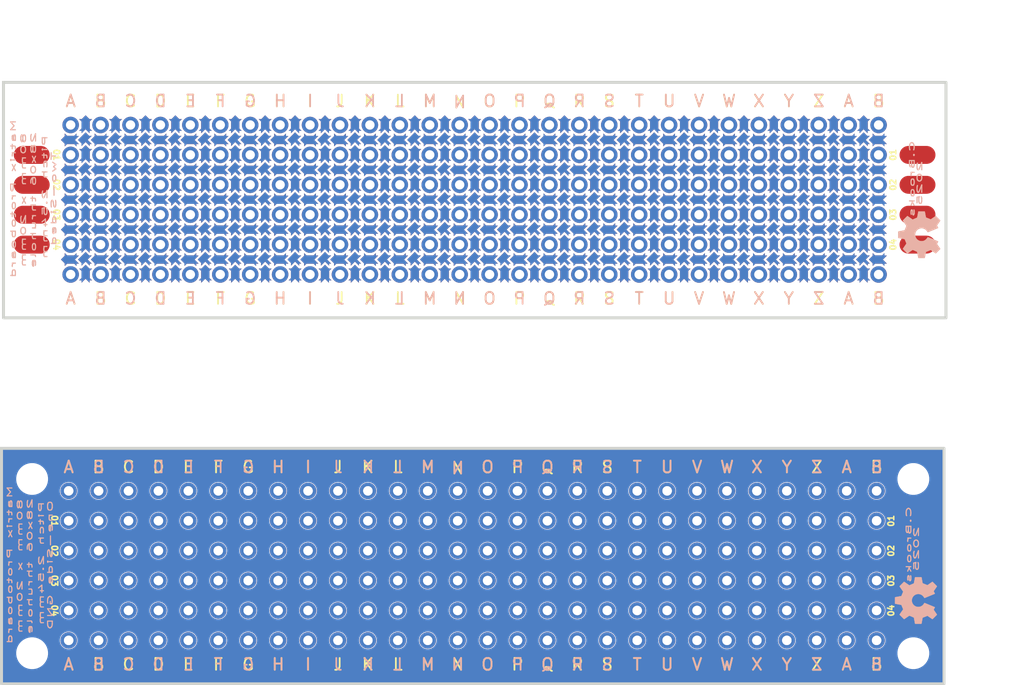
<source format=kicad_pcb>
(kicad_pcb (version 20241229) (generator "pcbnew") (generator_version "9.0")
  (title_block (title "protoboard base pattern") (comment 1 "CC-BY 4.0") (comment 2 "See http://git.io/vNUDX"))
  (layers (0 "F.Cu" signal) (2 "B.Cu" signal) (13 "F.Paste" user) (15 "B.Paste" user) (5 "F.SilkS" user "F.Silkscreen") (7 "B.SilkS" user "B.Silkscreen") (1 "F.Mask" user) (3 "B.Mask" user) (25 "Edge.Cuts" user))
  (net 0 "")
  (footprint "Proto-Matrix:pad-between-spiked-oneside" (layer "F.Cu") (at 186.95 109.96 90)
    (property "Reference" "REF**1041" (hide yes))
    (property "Value" "pad-between" (hide yes))
  )
  (footprint "Proto-Matrix:pad-between-spiked-oneside" (layer "F.Cu") (at 189.49 107.42 90)
    (property "Reference" "REF**933" (hide yes))
    (property "Value" "pad-between" (hide yes))
  )
  (footprint "Proto-Matrix:center-pad-spikes-oneside" (layer "F.Cu") (at 127.26 112.5)
    (property "Reference" "REF**1060" (hide yes))
    (property "Value" "center-pad" (hide yes))
  )
  (footprint "Proto-Matrix:center-pad-spikes" (layer "F.Cu") (at 185.85 81.42)
    (property "Reference" "REF**551" (hide yes))
    (property "Value" "center-pad" (hide yes))
  )
  (footprint "Proto-Matrix:pad-between-spiked-oneside" (layer "F.Cu") (at 148.85 104.88 90)
    (property "Reference" "REF**757" (hide yes))
    (property "Value" "pad-between" (hide yes))
  )
  (footprint "Proto-Matrix:pad-between-spiked" (layer "F.Cu") (at 164.26 76.34 90)
    (property "Reference" "REF**292" (hide yes))
    (property "Value" "pad-between" (hide yes))
  )
  (footprint "Proto-Matrix:center-pad-spikes-oneside" (layer "F.Cu") (at 157.74 109.96)
    (property "Reference" "REF**996" (hide yes))
    (property "Value" "center-pad" (hide yes))
  )
  (footprint "Proto-Matrix:tht-0.8" (layer "F.Cu") (at 192.2 75.07)
    (property "Reference" "REF**222" (hide yes))
    (property "Value" "tht-0.8" (hide yes))
  )
  (footprint "Proto-Matrix:pad-between-spiked-oneside" (layer "F.Cu") (at 186.95 107.42 90)
    (property "Reference" "REF**929" (hide yes))
    (property "Value" "pad-between" (hide yes))
  )
  (footprint "Proto-Matrix:center-pad-spikes-oneside" (layer "F.Cu") (at 167.9 112.5)
    (property "Reference" "REF**1124" (hide yes))
    (property "Value" "center-pad" (hide yes))
  )
  (footprint "Proto-Matrix:tht-0.8" (layer "F.Cu") (at 149.02 85.23)
    (property "Reference" "REF**602" (hide yes))
    (property "Value" "tht-0.8" (hide yes))
  )
  (footprint "Proto-Matrix:pad-between-spiked" (layer "F.Cu") (at 150.29 77.61)
    (property "Reference" "REF**269" (hide yes))
    (property "Value" "pad-between" (hide yes))
  )
  (footprint "Proto-Matrix:center-pad-spikes-oneside" (layer "F.Cu") (at 139.96 112.5)
    (property "Reference" "REF**1080" (hide yes))
    (property "Value" "center-pad" (hide yes))
  )
  (footprint "Proto-Matrix:center-pad-spikes-oneside" (layer "F.Cu") (at 145.04 109.96)
    (property "Reference" "REF**976" (hide yes))
    (property "Value" "center-pad" (hide yes))
  )
  (footprint "Proto-Matrix:pad-between-spiked" (layer "F.Cu") (at 179.5 81.42 90)
    (property "Reference" "REF**540" (hide yes))
    (property "Value" "pad-between" (hide yes))
  )
  (footprint "Proto-Matrix:tht-0.8" (layer "F.Cu") (at 176.96 82.69)
    (property "Reference" "REF**534" (hide yes))
    (property "Value" "tht-0.8" (hide yes))
  )
  (footprint "Proto-Matrix:tht-0.8-thin-bottom" (layer "F.Cu") (at 156.47 108.69)
    (property "Reference" "REF**879" (hide yes))
    (property "Value" "tht-0.8" (hide yes))
  )
  (footprint "Proto-Matrix:pad-between-spiked-oneside" (layer "F.Cu") (at 156.47 109.96 90)
    (property "Reference" "REF**993" (hide yes))
    (property "Value" "pad-between" (hide yes))
  )
  (footprint "Proto-Matrix:pad-between-spiked-oneside" (layer "F.Cu") (at 155.2 108.69)
    (property "Reference" "REF**878" (hide yes))
    (property "Value" "pad-between" (hide yes))
  )
  (footprint "Proto-Matrix:pad-between-spiked" (layer "F.Cu") (at 142.67 80.15)
    (property "Reference" "REF**369" (hide yes))
    (property "Value" "pad-between" (hide yes))
  )
  (footprint "Proto-Matrix:pad-between-spiked-oneside" (layer "F.Cu") (at 133.61 104.88 90)
    (property "Reference" "REF**733" (hide yes))
    (property "Value" "pad-between" (hide yes))
  )
  (footprint "Proto-Matrix:pad-between-spiked-oneside" (layer "F.Cu") (at 170.44 116.31)
    (property "Reference" "REF**1238" (hide yes))
    (property "Value" "pad-between" (hide yes))
  )
  (footprint "Proto-Matrix:pad-between-spiked" (layer "F.Cu") (at 182.04 83.96 90)
    (property "Reference" "REF**656" (hide yes))
    (property "Value" "pad-between" (hide yes))
  )
  (footprint "Proto-Matrix:tht-0.8-thin-bottom" (layer "F.Cu") (at 184.41 108.69)
    (property "Reference" "REF**923" (hide yes))
    (property "Value" "tht-0.8" (hide yes))
  )
  (footprint "Proto-Matrix:pad-between-spiked-oneside" (layer "F.Cu") (at 150.12 106.15)
    (property "Reference" "REF**758" (hide yes))
    (property "Value" "pad-between" (hide yes))
  )
  (footprint "Proto-Matrix:pad-between-spiked" (layer "F.Cu") (at 183.31 72.53)
    (property "Reference" "REF**97" (hide yes))
    (property "Value" "pad-between" (hide yes))
  )
  (footprint "Proto-Matrix:center-pad-spikes-oneside" (layer "F.Cu") (at 180.6 112.5)
    (property "Reference" "REF**1144" (hide yes))
    (property "Value" "center-pad" (hide yes))
  )
  (footprint "Proto-Matrix:pad-between-spiked-oneside" (layer "F.Cu") (at 124.72 113.77)
    (property "Reference" "REF**1054" (hide yes))
    (property "Value" "pad-between" (hide yes))
  )
  (footprint "Proto-Matrix:tht-0.8-thin-bottom" (layer "F.Cu") (at 184.41 111.23)
    (property "Reference" "REF**1035" (hide yes))
    (property "Value" "tht-0.8" (hide yes))
  )
  (footprint "Proto-Matrix:pad-between-spiked" (layer "F.Cu") (at 183.31 85.23)
    (property "Reference" "REF**657" (hide yes))
    (property "Value" "pad-between" (hide yes))
  )
  (footprint "Proto-Matrix:tht-0.8" (layer "F.Cu") (at 151.56 77.61)
    (property "Reference" "REF**270" (hide yes))
    (property "Value" "tht-0.8" (hide yes))
  )
  (footprint "Proto-Matrix:tht-0.8" (layer "F.Cu") (at 166.8 82.69)
    (property "Reference" "REF**518" (hide yes))
    (property "Value" "tht-0.8" (hide yes))
  )
  (footprint "Proto-Matrix:pad-between-spiked" (layer "F.Cu") (at 135.05 72.53)
    (property "Reference" "REF**21" (hide yes))
    (property "Value" "pad-between" (hide yes))
  )
  (footprint "Proto-Matrix:pad-between-spiked" (layer "F.Cu") (at 166.8 81.42 90)
    (property "Reference" "REF**520" (hide yes))
    (property "Value" "pad-between" (hide yes))
  )
  (footprint "Proto-Matrix:pad-between-spiked" (layer "F.Cu") (at 124.89 80.15)
    (property "Reference" "REF**341" (hide yes))
    (property "Value" "pad-between" (hide yes))
  )
  (footprint "Proto-Matrix:tht-0.8-thin-bottom" (layer "F.Cu") (at 123.45 111.23)
    (property "Reference" "REF**939" (hide yes))
    (property "Value" "tht-0.8" (hide yes))
  )
  (footprint "Proto-Matrix:pad-between-spiked" (layer "F.Cu") (at 150.29 85.23)
    (property "Reference" "REF**605" (hide yes))
    (property "Value" "pad-between" (hide yes))
  )
  (footprint "Proto-Matrix:center-pad-spikes-oneside" (layer "F.Cu") (at 185.68 115.04)
    (property "Reference" "REF**1264" (hide yes))
    (property "Value" "center-pad" (hide yes))
  )
  (footprint "Proto-Matrix:center-pad-spikes" (layer "F.Cu") (at 162.99 78.88)
    (property "Reference" "REF**403" (hide yes))
    (property "Value" "center-pad" (hide yes))
  )
  (footprint "Proto-Matrix:center-pad-spikes" (layer "F.Cu") (at 173.15 76.34)
    (property "Reference" "REF**307" (hide yes))
    (property "Value" "center-pad" (hide yes))
  )
  (footprint "Proto-Matrix:pad-between-spiked" (layer "F.Cu") (at 170.61 77.61)
    (property "Reference" "REF**301" (hide yes))
    (property "Value" "pad-between" (hide yes))
  )
  (footprint "Proto-Matrix:pad-between-spiked" (layer "F.Cu") (at 131.24 76.34 90)
    (property "Reference" "REF**240" (hide yes))
    (property "Value" "pad-between" (hide yes))
  )
  (footprint "Proto-Matrix:pad-between-spiked-oneside" (layer "F.Cu") (at 141.23 109.96 90)
    (property "Reference" "REF**969" (hide yes))
    (property "Value" "pad-between" (hide yes))
  )
  (footprint "Proto-Matrix:pad-between-spiked" (layer "F.Cu") (at 127.43 77.61)
    (property "Reference" "REF**233" (hide yes))
    (property "Value" "pad-between" (hide yes))
  )
  (footprint "Proto-Matrix:tht-0.8" (layer "F.Cu") (at 156.64 72.53)
    (property "Reference" "REF**54" (hide yes))
    (property "Value" "tht-0.8" (hide yes))
  )
  (footprint "Proto-Matrix:center-pad-spikes" (layer "F.Cu") (at 168.07 76.34)
    (property "Reference" "REF**299" (hide yes))
    (property "Value" "center-pad" (hide yes))
  )
  (footprint "Proto-Matrix:pad-between-spiked" (layer "F.Cu") (at 188.39 72.53)
    (property "Reference" "REF**105" (hide yes))
    (property "Value" "pad-between" (hide yes))
  )
  (footprint "Proto-Matrix:pad-between-spiked" (layer "F.Cu") (at 135.05 77.61)
    (property "Reference" "REF**245" (hide yes))
    (property "Value" "pad-between" (hide yes))
  )
  (footprint "Proto-Matrix:center-pad-spikes-oneside" (layer "F.Cu") (at 124.72 112.5)
    (property "Reference" "REF**1056" (hide yes))
    (property "Value" "center-pad" (hide yes))
  )
  (footprint "Proto-Matrix:tht-0.8-thin-bottom" (layer "F.Cu") (at 176.79 103.61)
    (property "Reference" "REF**687" (hide yes))
    (property "Value" "tht-0.8" (hide yes))
  )
  (footprint "Proto-Matrix:center-pad-spikes-oneside" (layer "F.Cu") (at 178.06 104.88)
    (property "Reference" "REF**804" (hide yes))
    (property "Value" "center-pad" (hide yes))
  )
  (footprint "Proto-Matrix:pad-between-spiked" (layer "F.Cu") (at 146.48 83.96 90)
    (property "Reference" "REF**600" (hide yes))
    (property "Value" "pad-between" (hide yes))
  )
  (footprint "Proto-Matrix:center-pad-spikes" (layer "F.Cu") (at 175.69 83.96)
    (property "Reference" "REF**647" (hide yes))
    (property "Value" "center-pad" (hide yes))
  )
  (footprint "Proto-Matrix:pad-between-spiked" (layer "F.Cu") (at 165.53 72.53)
    (property "Reference" "REF**69" (hide yes))
    (property "Value" "pad-between" (hide yes))
  )
  (footprint "Proto-Matrix:tht-0.8" (layer "F.Cu") (at 171.88 75.07)
    (property "Reference" "REF**190" (hide yes))
    (property "Value" "tht-0.8" (hide yes))
  )
  (footprint "Proto-Matrix:pad-between-spiked-oneside" (layer "F.Cu") (at 185.68 116.31)
    (property "Reference" "REF**1262" (hide yes))
    (property "Value" "pad-between" (hide yes))
  )
  (footprint "Proto-Matrix:center-pad-spikes-oneside" (layer "F.Cu") (at 132.34 115.04)
    (property "Reference" "REF**1180" (hide yes))
    (property "Value" "center-pad" (hide yes))
  )
  (footprint "Proto-Matrix:center-pad-spikes-oneside" (layer "F.Cu") (at 178.06 115.04)
    (property "Reference" "REF**1252" (hide yes))
    (property "Value" "center-pad" (hide yes))
  )
  (footprint "Proto-Matrix:center-pad-spikes" (layer "F.Cu") (at 135.05 76.34)
    (property "Reference" "REF**247" (hide yes))
    (property "Value" "center-pad" (hide yes))
  )
  (footprint "Proto-Matrix:tht-0.8-thin-bottom" (layer "F.Cu") (at 131.07 111.23)
    (property "Reference" "REF**951" (hide yes))
    (property "Value" "tht-0.8" (hide yes))
  )
  (footprint "Proto-Matrix:tht-0.8" (layer "F.Cu") (at 123.62 77.61)
    (property "Reference" "REF**226" (hide yes))
    (property "Value" "tht-0.8" (hide yes))
  )
  (footprint "Proto-Matrix:tht-0.8" (layer "F.Cu") (at 164.26 82.69)
    (property "Reference" "REF**514" (hide yes))
    (property "Value" "tht-0.8" (hide yes))
  )
  (footprint "Proto-Matrix:center-pad-spikes" (layer "F.Cu") (at 132.51 73.8)
    (property "Reference" "REF**131" (hide yes))
    (property "Value" "center-pad" (hide yes))
  )
  (footprint "Proto-Matrix:center-pad-spikes" (layer "F.Cu") (at 142.67 83.96)
    (property "Reference" "REF**595" (hide yes))
    (property "Value" "center-pad" (hide yes))
  )
  (footprint "Proto-Matrix:pad-between-spiked-oneside" (layer "F.Cu") (at 176.79 109.96 90)
    (property "Reference" "REF**1025" (hide yes))
    (property "Value" "pad-between" (hide yes))
  )
  (footprint "Proto-Matrix:pad-between-spiked-oneside" (layer "F.Cu") (at 175.52 116.31)
    (property "Reference" "REF**1246" (hide yes))
    (property "Value" "pad-between" (hide yes))
  )
  (footprint "Proto-Matrix:tht-0.8" (layer "F.Cu") (at 138.86 77.61)
    (property "Reference" "REF**250" (hide yes))
    (property "Value" "tht-0.8" (hide yes))
  )
  (footprint "Proto-Matrix:center-pad-spikes-oneside" (layer "F.Cu") (at 188.22 109.96)
    (property "Reference" "REF**1044" (hide yes))
    (property "Value" "center-pad" (hide yes))
  )
  (footprint "Proto-Matrix:pad-between-spiked" (layer "F.Cu") (at 141.4 81.42 90)
    (property "Reference" "REF**480" (hide yes))
    (property "Value" "pad-between" (hide yes))
  )
  (footprint "Proto-Matrix:pad-between-spiked" (layer "F.Cu") (at 162.99 75.07)
    (property "Reference" "REF**177" (hide yes))
    (property "Value" "pad-between" (hide yes))
  )
  (footprint "Proto-Matrix:center-pad-spikes" (layer "F.Cu") (at 132.51 81.42)
    (property "Reference" "REF**467" (hide yes))
    (property "Value" "center-pad" (hide yes))
  )
  (footprint "Proto-Matrix:pad-between-spiked" (layer "F.Cu") (at 157.91 77.61)
    (property "Reference" "REF**281" (hide yes))
    (property "Value" "pad-between" (hide yes))
  )
  (footprint "Proto-Matrix:center-pad-spikes-oneside" (layer "F.Cu") (at 175.52 115.04)
    (property "Reference" "REF**1248" (hide yes))
    (property "Value" "center-pad" (hide yes))
  )
  (footprint "Proto-Matrix:center-pad-spikes-oneside" (layer "F.Cu") (at 167.9 109.96)
    (property "Reference" "REF**1012" (hide yes))
    (property "Value" "center-pad" (hide yes))
  )
  (footprint "Proto-Matrix:tht-0.8-thin-bottom" (layer "F.Cu") (at 174.25 113.77)
    (property "Reference" "REF**1131" (hide yes))
    (property "Value" "tht-0.8" (hide yes))
  )
  (footprint "Proto-Matrix:center-pad-spikes" (layer "F.Cu") (at 129.97 83.96)
    (property "Reference" "REF**575" (hide yes))
    (property "Value" "center-pad" (hide yes))
  )
  (footprint "Proto-Matrix:pad-between-spiked" (layer "F.Cu") (at 143.94 78.88 90)
    (property "Reference" "REF**372" (hide yes))
    (property "Value" "pad-between" (hide yes))
  )
  (footprint "Proto-Matrix:tht-0.8" (layer "F.Cu") (at 131.24 77.61)
    (property "Reference" "REF**238" (hide yes))
    (property "Value" "tht-0.8" (hide yes))
  )
  (footprint "Proto-Matrix:pad-between-spiked" (layer "F.Cu") (at 124.89 77.61)
    (property "Reference" "REF**229" (hide yes))
    (property "Value" "pad-between" (hide yes))
  )
  (footprint "Proto-Matrix:pad-between-spiked-oneside" (layer "F.Cu") (at 190.76 106.15)
    (property "Reference" "REF**822" (hide yes))
    (property "Value" "pad-between" (hide yes))
  )
  (footprint "Proto-Matrix:center-pad-spikes" (layer "F.Cu") (at 124.89 78.88)
    (property "Reference" "REF**343" (hide yes))
    (property "Value" "center-pad" (hide yes))
  )
  (footprint "Proto-Matrix:pad-between-spiked-oneside" (layer "F.Cu") (at 137.42 111.23)
    (property "Reference" "REF**962" (hide yes))
    (property "Value" "pad-between" (hide yes))
  )
  (footprint "Proto-Matrix:pad-between-spiked" (layer "F.Cu") (at 160.45 80.15)
    (property "Reference" "REF**397" (hide yes))
    (property "Value" "pad-between" (hide yes))
  )
  (footprint "Proto-Matrix:center-pad-spikes" (layer "F.Cu") (at 178.23 76.34)
    (property "Reference" "REF**315" (hide yes))
    (property "Value" "center-pad" (hide yes))
  )
  (footprint "Proto-Matrix:pad-between-spiked" (layer "F.Cu") (at 159.18 83.96 90)
    (property "Reference" "REF**620" (hide yes))
    (property "Value" "pad-between" (hide yes))
  )
  (footprint "Proto-Matrix:tht-0.8" (layer "F.Cu") (at 164.26 72.53)
    (property "Reference" "REF**66" (hide yes))
    (property "Value" "tht-0.8" (hide yes))
  )
  (footprint "Proto-Matrix:pad-between-spiked" (layer "F.Cu") (at 124.89 85.23)
    (property "Reference" "REF**565" (hide yes))
    (property "Value" "pad-between" (hide yes))
  )
  (footprint "Proto-Matrix:pad-between-spiked" (layer "F.Cu") (at 142.67 82.69)
    (property "Reference" "REF**481" (hide yes))
    (property "Value" "pad-between" (hide yes))
  )
  (footprint "Proto-Matrix:center-pad-spikes" (layer "F.Cu") (at 152.83 78.88)
    (property "Reference" "REF**387" (hide yes))
    (property "Value" "center-pad" (hide yes))
  )
  (footprint "Proto-Matrix:pad-between-spiked" (layer "F.Cu") (at 142.67 77.61)
    (property "Reference" "REF**257" (hide yes))
    (property "Value" "pad-between" (hide yes))
  )
  (footprint "Proto-Matrix:center-pad-spikes-oneside" (layer "F.Cu") (at 172.98 112.5)
    (property "Reference" "REF**1132" (hide yes))
    (property "Value" "center-pad" (hide yes))
  )
  (footprint "Proto-Matrix:center-pad-spikes-oneside" (layer "F.Cu") (at 165.36 112.5)
    (property "Reference" "REF**1120" (hide yes))
    (property "Value" "center-pad" (hide yes))
  )
  (footprint "Proto-Matrix:pad-between-spiked-oneside" (layer "F.Cu") (at 172.98 111.23)
    (property "Reference" "REF**1018" (hide yes))
    (property "Value" "pad-between" (hide yes))
  )
  (footprint "Proto-Matrix:center-pad-spikes" (layer "F.Cu") (at 180.77 73.8)
    (property "Reference" "REF**207" (hide yes))
    (property "Value" "center-pad" (hide yes))
  )
  (footprint "Proto-Matrix:pad-between-spiked" (layer "F.Cu") (at 173.15 75.07)
    (property "Reference" "REF**193" (hide yes))
    (property "Value" "pad-between" (hide yes))
  )
  (footprint "Proto-Matrix:pad-between-spiked-oneside" (layer "F.Cu") (at 167.9 111.23)
    (property "Reference" "REF**1010" (hide yes))
    (property "Value" "pad-between" (hide yes))
  )
  (footprint "Proto-Matrix:pad-between-spiked-oneside" (layer "F.Cu") (at 169.17 109.96 90)
    (property "Reference" "REF**1013" (hide yes))
    (property "Value" "pad-between" (hide yes))
  )
  (footprint "Proto-Matrix:pad-between-spiked-oneside" (layer "F.Cu") (at 157.74 113.77)
    (property "Reference" "REF**1106" (hide yes))
    (property "Value" "pad-between" (hide yes))
  )
  (footprint "Proto-Matrix:pad-between-spiked-oneside" (layer "F.Cu") (at 146.31 115.04 90)
    (property "Reference" "REF**1201" (hide yes))
    (property "Value" "pad-between" (hide yes))
  )
  (footprint "Proto-Matrix:center-pad-spikes-oneside" (layer "F.Cu") (at 170.44 115.04)
    (property "Reference" "REF**1240" (hide yes))
    (property "Value" "center-pad" (hide yes))
  )
  (footprint "Proto-Matrix:pad-between-spiked-oneside" (layer "F.Cu") (at 152.66 113.77)
    (property "Reference" "REF**1098" (hide yes))
    (property "Value" "pad-between" (hide yes))
  )
  (footprint "Proto-Matrix:pad-between-spiked" (layer "F.Cu") (at 162.99 85.23)
    (property "Reference" "REF**625" (hide yes))
    (property "Value" "pad-between" (hide yes))
  )
  (footprint "Proto-Matrix:pad-between-spiked-oneside" (layer "F.Cu") (at 169.17 107.42 90)
    (property "Reference" "REF**901" (hide yes))
    (property "Value" "pad-between" (hide yes))
  )
  (footprint "Proto-Matrix:pad-between-spiked" (layer "F.Cu") (at 192.2 73.8 90)
    (property "Reference" "REF**224" (hide yes))
    (property "Value" "pad-between" (hide yes))
  )
  (footprint "Proto-Matrix:pad-between-spiked-oneside" (layer "F.Cu") (at 151.39 112.5 90)
    (property "Reference" "REF**1097" (hide yes))
    (property "Value" "pad-between" (hide yes))
  )
  (footprint "Proto-Matrix:pad-between-spiked" (layer "F.Cu") (at 152.83 85.23)
    (property "Reference" "REF**609" (hide yes))
    (property "Value" "pad-between" (hide yes))
  )
  (footprint "Proto-Matrix:center-pad-spikes" (layer "F.Cu") (at 137.59 81.42)
    (property "Reference" "REF**475" (hide yes))
    (property "Value" "center-pad" (hide yes))
  )
  (footprint "Proto-Matrix:pad-between-spiked-oneside" (layer "F.Cu") (at 127.26 103.61)
    (property "Reference" "REF**16" (hide yes))
    (property "Value" "pad-between" (hide yes))
  )
  (footprint "Proto-Matrix:pad-between-spiked" (layer "F.Cu") (at 152.83 82.69)
    (property "Reference" "REF**497" (hide yes))
    (property "Value" "pad-between" (hide yes))
  )
  (footprint "Proto-Matrix:pad-between-spiked-oneside" (layer "F.Cu") (at 180.6 116.31)
    (property "Reference" "REF**1254" (hide yes))
    (property "Value" "pad-between" (hide yes))
  )
  (footprint "Proto-Matrix:pad-between-spiked-oneside" (layer "F.Cu") (at 136.15 112.5 90)
    (property "Reference" "REF**1073" (hide yes))
    (property "Value" "pad-between" (hide yes))
  )
  (footprint "Proto-Matrix:pad-between-spiked" (layer "F.Cu") (at 133.78 83.96 90)
    (property "Reference" "REF**580" (hide yes))
    (property "Value" "pad-between" (hide yes))
  )
  (footprint "Proto:Proto_EdgePad_SMD_3.0x1.5mm" (layer "F.Cu") (at 195.502 82.692)
    (property "Reference" "REF**" (hide yes))
    (property "Value" "Proto_EdgePad_SMD_3.0x1.5mm" (hide yes))
  )
  (footprint "Proto-Matrix:pad-between-spiked" (layer "F.Cu") (at 180.77 75.07)
    (property "Reference" "REF**205" (hide yes))
    (property "Value" "pad-between" (hide yes))
  )
  (footprint "Proto-Matrix:tht-0.8-thin-bottom" (layer "F.Cu") (at 153.93 106.15)
    (property "Reference" "REF**763" (hide yes))
    (property "Value" "tht-0.8" (hide yes))
  )
  (footprint "Proto-Matrix:center-pad-spikes" (layer "F.Cu") (at 129.97 73.8)
    (property "Reference" "REF**127" (hide yes))
    (property "Value" "center-pad" (hide yes))
  )
  (footprint "Proto-Matrix:tht-0.8-thin-bottom" (layer "F.Cu") (at 169.17 106.15)
    (property "Reference" "REF**787" (hide yes))
    (property "Value" "tht-0.8" (hide yes))
  )
  (footprint "Proto-Matrix:center-pad-spikes" (layer "F.Cu") (at 152.83 76.34)
    (property "Reference" "REF**275" (hide yes))
    (property "Value" "center-pad" (hide yes))
  )
  (footprint "Proto-Matrix:pad-between-spiked-oneside" (layer "F.Cu") (at 143.77 107.42 90)
    (property "Reference" "REF**861" (hide yes))
    (property "Value" "pad-between" (hide yes))
  )
  (footprint "Proto-Matrix:tht-0.8-thin-bottom" (layer "F.Cu") (at 131.07 103.61)
    (property "Reference" "REF**27" (hide yes))
    (property "Value" "tht-0.8" (hide yes))
  )
  (footprint "Proto-Matrix:center-pad-spikes" (layer "F.Cu") (at 127.43 76.34)
    (property "Reference" "REF**235" (hide yes))
    (property "Value" "center-pad" (hide yes))
  )
  (footprint "Proto-Matrix:center-pad-spikes" (layer "F.Cu") (at 127.43 73.8)
    (property "Reference" "REF**123" (hide yes))
    (property "Value" "center-pad" (hide yes))
  )
  (footprint "Proto-Matrix:center-pad-spikes" (layer "F.Cu") (at 152.83 81.42)
    (property "Reference" "REF**499" (hide yes))
    (property "Value" "center-pad" (hide yes))
  )
  (footprint "Proto-Matrix:pad-between-spiked" (layer "F.Cu") (at 131.24 81.42 90)
    (property "Reference" "REF**464" (hide yes))
    (property "Value" "pad-between" (hide yes))
  )
  (footprint "Proto-Matrix:pad-between-spiked" (layer "F.Cu") (at 192.2 81.42 90)
    (property "Reference" "REF**560" (hide yes))
    (property "Value" "pad-between" (hide yes))
  )
  (footprint "Proto-Matrix:pad-between-spiked-oneside" (layer "F.Cu") (at 188.22 113.77)
    (property "Reference" "REF**1154" (hide yes))
    (property "Value" "pad-between" (hide yes))
  )
  (footprint "Proto-Matrix:tht-0.8-thin-bottom" (layer "F.Cu") (at 189.49 108.69)
    (property "Reference" "REF**931" (hide yes))
    (property "Value" "tht-0.8" (hide yes))
  )
  (footprint "Proto-Matrix:tht-0.8-thin-bottom" (layer "F.Cu") (at 176.79 108.69)
    (property "Reference" "REF**911" (hide yes))
    (property "Value" "tht-0.8" (hide yes))
  )
  (footprint "Proto-Matrix:tht-0.8-thin-bottom" (layer "F.Cu") (at 179.33 108.69)
    (property "Reference" "REF**915" (hide yes))
    (property "Value" "tht-0.8" (hide yes))
  )
  (footprint "Proto-Matrix:tht-0.8-thin-bottom" (layer "F.Cu") (at 161.55 113.77)
    (property "Reference" "REF**1111" (hide yes))
    (property "Value" "tht-0.8" (hide yes))
  )
  (footprint "Proto-Matrix:tht-0.8-thin-bottom" (layer "F.Cu") (at 192.03 106.15)
    (property "Reference" "REF**823" (hide yes))
    (property "Value" "tht-0.8" (hide yes))
  )
  (footprint "Proto-Matrix:pad-between-spiked-oneside" (layer "F.Cu") (at 185.68 108.69)
    (property "Reference" "REF**926" (hide yes))
    (property "Value" "pad-between" (hide yes))
  )
  (footprint "Proto-Matrix:pad-between-spiked" (layer "F.Cu") (at 179.5 73.8 90)
    (property "Reference" "REF**204" (hide yes))
    (property "Value" "pad-between" (hide yes))
  )
  (footprint "Proto-Matrix:center-pad-spikes-oneside" (layer "F.Cu") (at 185.68 109.96)
    (property "Reference" "REF**1040" (hide yes))
    (property "Value" "center-pad" (hide yes))
  )
  (footprint "Proto-Matrix:center-pad-spikes" (layer "F.Cu") (at 170.61 81.42)
    (property "Reference" "REF**527" (hide yes))
    (property "Value" "center-pad" (hide yes))
  )
  (footprint "Proto-Matrix:pad-between-spiked-oneside" (layer "F.Cu") (at 190.76 103.61)
    (property "Reference" "REF**710" (hide yes))
    (property "Value" "pad-between" (hide yes))
  )
  (footprint "Proto-Matrix:pad-between-spiked" (layer "F.Cu") (at 141.4 83.96 90)
    (property "Reference" "REF**592" (hide yes))
    (property "Value" "pad-between" (hide yes))
  )
  (footprint "Proto-Matrix:tht-0.8-thin-bottom" (layer "F.Cu") (at 133.61 103.61)
    (property "Reference" "REF**35" (hide yes))
    (property "Value" "tht-0.8" (hide yes))
  )
  (footprint "Proto-Matrix:center-pad-spikes-oneside" (layer "F.Cu") (at 170.44 109.96)
    (property "Reference" "REF**1016" (hide yes))
    (property "Value" "center-pad" (hide yes))
  )
  (footprint "Proto-Matrix:pad-between-spiked-oneside" (layer "F.Cu") (at 142.5 103.61)
    (property "Reference" "REF**64" (hide yes))
    (property "Value" "pad-between" (hide yes))
  )
  (footprint "Proto-Matrix:tht-0.8" (layer "F.Cu") (at 156.64 77.61)
    (property "Reference" "REF**278" (hide yes))
    (property "Value" "tht-0.8" (hide yes))
  )
  (footprint "Proto-Matrix:pad-between-spiked-oneside" (layer "F.Cu") (at 161.55 109.96 90)
    (property "Reference" "REF**1001" (hide yes))
    (property "Value" "pad-between" (hide yes))
  )
  (footprint "Proto-Matrix:pad-between-spiked" (layer "F.Cu") (at 123.62 73.8 90)
    (property "Reference" "REF**116" (hide yes))
    (property "Value" "pad-between" (hide yes))
  )
  (footprint "Proto-Matrix:pad-between-spiked-oneside" (layer "F.Cu") (at 137.42 113.77)
    (property "Reference" "REF**1074" (hide yes))
    (property "Value" "pad-between" (hide yes))
  )
  (footprint "Proto-Matrix:pad-between-spiked" (layer "F.Cu") (at 152.83 75.07)
    (property "Reference" "REF**161" (hide yes))
    (property "Value" "pad-between" (hide yes))
  )
  (footprint "Proto-Matrix:pad-between-spiked-oneside" (layer "F.Cu") (at 136.15 107.42 90)
    (property "Reference" "REF**849" (hide yes))
    (property "Value" "pad-between" (hide yes))
  )
  (footprint "Proto-Matrix:center-pad-spikes-oneside" (layer "F.Cu") (at 162.82 115.04)
    (property "Reference" "REF**1228" (hide yes))
    (property "Value" "center-pad" (hide yes))
  )
  (footprint "Proto-Matrix:center-pad-spikes-oneside" (layer "F.Cu") (at 137.42 109.96)
    (property "Reference" "REF**964" (hide yes))
    (property "Value" "center-pad" (hide yes))
  )
  (footprint "Proto-Matrix:pad-between-spiked" (layer "F.Cu") (at 180.77 77.61)
    (property "Reference" "REF**317" (hide yes))
    (property "Value" "pad-between" (hide yes))
  )
  (footprint "Proto-Matrix:center-pad-spikes" (layer "F.Cu") (at 137.59 73.8)
    (property "Reference" "REF**139" (hide yes))
    (property "Value" "center-pad" (hide yes))
  )
  (footprint "Proto-Matrix:center-pad-spikes" (layer "F.Cu") (at 180.77 76.34)
    (property "Reference" "REF**319" (hide yes))
    (property "Value" "center-pad" (hide yes))
  )
  (footprint "Proto-Matrix:pad-between-spiked" (layer "F.Cu") (at 175.69 77.61)
    (property "Reference" "REF**309" (hide yes))
    (property "Value" "pad-between" (hide yes))
  )
  (footprint "Proto-Matrix:center-pad-spikes-oneside" (layer "F.Cu") (at 160.28 107.42)
    (property "Reference" "REF**888" (hide yes))
    (property "Value" "center-pad" (hide yes))
  )
  (footprint "Proto-Matrix:pad-between-spiked-oneside" (layer "F.Cu") (at 162.82 113.77)
    (property "Reference" "REF**1114" (hide yes))
    (property "Value" "pad-between" (hide yes))
  )
  (footprint "Proto-Matrix:pad-between-spiked" (layer "F.Cu") (at 129.97 80.15)
    (property "Reference" "REF**349" (hide yes))
    (property "Value" "pad-between" (hide yes))
  )
  (footprint "Proto-Matrix:pad-between-spiked" (layer "F.Cu") (at 147.75 80.15)
    (property "Reference" "REF**377" (hide yes))
    (property "Value" "pad-between" (hide yes))
  )
  (footprint "Proto-Matrix:pad-between-spiked-oneside" (layer "F.Cu") (at 148.85 112.5 90)
    (property "Reference" "REF**1093" (hide yes))
    (property "Value" "pad-between" (hide yes))
  )
  (footprint "Proto-Matrix:tht-0.8-thin-bottom" (layer "F.Cu") (at 156.47 116.31)
    (property "Reference" "REF**1215" (hide yes))
    (property "Value" "tht-0.8" (hide yes))
  )
  (footprint "Proto-Matrix:center-pad-spikes-oneside" (layer "F.Cu") (at 183.14 115.04)
    (property "Reference" "REF**1260" (hide yes))
    (property "Value" "center-pad" (hide yes))
  )
  (footprint "Proto-Matrix:pad-between-spiked-oneside" (layer "F.Cu") (at 192.03 104.88 90)
    (property "Reference" "REF**825" (hide yes))
    (property "Value" "pad-between" (hide yes))
  )
  (footprint "Proto-Matrix:pad-between-spiked-oneside" (layer "F.Cu") (at 123.45 109.96 90)
    (property "Reference" "REF**941" (hide yes))
    (property "Value" "pad-between" (hide yes))
  )
  (footprint "Proto-Matrix:pad-between-spiked-oneside" (layer "F.Cu") (at 169.17 112.5 90)
    (property "Reference" "REF**1125" (hide yes))
    (property "Value" "pad-between" (hide yes))
  )
  (footprint "Proto-Matrix:center-pad-spikes" (layer "F.Cu") (at 183.31 83.96)
    (property "Reference" "REF**659" (hide yes))
    (property "Value" "center-pad" (hide yes))
  )
  (footprint "Proto-Matrix:center-pad-spikes" (layer "F.Cu") (at 147.75 76.34)
    (property "Reference" "REF**267" (hide yes))
    (property "Value" "center-pad" (hide yes))
  )
  (footprint "Proto-Matrix:pad-between-spiked-oneside" (layer "F.Cu") (at 161.55 112.5 90)
    (property "Reference" "REF**1113" (hide yes))
    (property "Value" "pad-between" (hide yes))
  )
  (footprint "Proto-Matrix:pad-between-spiked-oneside" (layer "F.Cu") (at 125.99 109.96 90)
    (property "Reference" "REF**945" (hide yes))
    (property "Value" "pad-between" (hide yes))
  )
  (footprint "Proto-Matrix:tht-0.8-thin-bottom" (layer "F.Cu") (at 186.95 108.69)
    (property "Reference" "REF**927" (hide yes))
    (property "Value" "tht-0.8" (hide yes))
  )
  (footprint "Proto-Matrix:pad-between-spiked" (layer "F.Cu") (at 128.7 81.42 90)
    (property "Reference" "REF**460" (hide yes))
    (property "Value" "pad-between" (hide yes))
  )
  (footprint "Proto-Matrix:pad-between-spiked-oneside" (layer "F.Cu") (at 180.6 108.69)
    (property "Reference" "REF**918" (hide yes))
    (property "Value" "pad-between" (hide yes))
  )
  (footprint "Proto-Matrix:tht-0.8" (layer "F.Cu") (at 174.42 82.69)
    (property "Reference" "REF**530" (hide yes))
    (property "Value" "tht-0.8" (hide yes))
  )
  (footprint "Proto-Matrix:pad-between-spiked" (layer "F.Cu") (at 136.32 78.88 90)
    (property "Reference" "REF**360" (hide yes))
    (property "Value" "pad-between" (hide yes))
  )
  (footprint "Proto-Matrix:center-pad-spikes-oneside" (layer "F.Cu") (at 134.88 112.5)
    (property "Reference" "REF**1072" (hide yes))
    (property "Value" "center-pad" (hide yes))
  )
  (footprint "Proto-Matrix:pad-between-spiked" (layer "F.Cu") (at 128.7 83.96 90)
    (property "Reference" "REF**572" (hide yes))
    (property "Value" "pad-between" (hide yes))
  )
  (footprint "Proto-Matrix:center-pad-spikes-oneside" (layer "F.Cu") (at 180.6 104.88)
    (property "Reference" "REF**808" (hide yes))
    (property "Value" "center-pad" (hide yes))
  )
  (footprint "Proto-Matrix:tht-0.8" (layer "F.Cu") (at 164.26 75.07)
    (property "Reference" "REF**178" (hide yes))
    (property "Value" "tht-0.8" (hide yes))
  )
  (footprint "Proto-Matrix:pad-between-spiked" (layer "F.Cu") (at 138.86 83.96 90)
    (property "Reference" "REF**588" (hide yes))
    (property "Value" "pad-between" (hide yes))
  )
  (footprint "Proto-Matrix:pad-between-spiked" (layer "F.Cu") (at 132.51 75.07)
    (property "Reference" "REF**129" (hide yes))
    (property "Value" "pad-between" (hide yes))
  )
  (footprint "Proto-Matrix:tht-0.8-thin-bottom" (layer "F.Cu") (at 151.39 103.61)
    (property "Reference" "REF**91" (hide yes))
    (property "Value" "tht-0.8" (hide yes))
  )
  (footprint "Proto-Matrix:tht-0.8" (layer "F.Cu") (at 169.34 82.69)
    (property "Reference" "REF**522" (hide yes))
    (property "Value" "tht-0.8" (hide yes))
  )
  (footprint "MountingHole:MountingHole_2.2mm_M2" (layer "F.Cu") (at 195.15 117.4)
    (property "Reference" "REF**" (hide yes))
    (property "Value" "MountingHole_2.2mm_M2" (hide yes))
  )
  (footprint "Proto-Matrix:center-pad-spikes-oneside" (layer "F.Cu") (at 127.26 115.04)
    (property "Reference" "REF**1172" (hide yes))
    (property "Value" "center-pad" (hide yes))
  )
  (footprint "Proto-Matrix:pad-between-spiked" (layer "F.Cu") (at 179.5 83.96 90)
    (property "Reference" "REF**652" (hide yes))
    (property "Value" "pad-between" (hide yes))
  )
  (footprint "Proto-Matrix:tht-0.8-thin-bottom" (layer "F.Cu") (at 174.25 108.69)
    (property "Reference" "REF**907" (hide yes))
    (property "Value" "tht-0.8" (hide yes))
  )
  (footprint "Proto-Matrix:tht-0.8-thin-bottom" (layer "F.Cu") (at 128.53 103.61)
    (property "Reference" "REF**19" (hide yes))
    (property "Value" "tht-0.8" (hide yes))
  )
  (footprint "Proto-Matrix:pad-between-spiked" (layer "F.Cu") (at 131.24 73.8 90)
    (property "Reference" "REF**128" (hide yes))
    (property "Value" "pad-between" (hide yes))
  )
  (footprint "Proto-Matrix:pad-between-spiked" (layer "F.Cu") (at 126.16 81.42 90)
    (property "Reference" "REF**456" (hide yes))
    (property "Value" "pad-between" (hide yes))
  )
  (footprint "Proto-Matrix:pad-between-spiked-oneside" (layer "F.Cu") (at 131.07 107.42 90)
    (property "Reference" "REF**841" (hide yes))
    (property "Value" "pad-between" (hide yes))
  )
  (footprint "Proto-Matrix:center-pad-spikes-oneside" (layer "F.Cu") (at 190.76 115.04)
    (property "Reference" "REF**" (hide yes))
    (property "Value" "center-pad" (hide yes))
  )
  (footprint "Proto-Matrix:pad-between-spiked" (layer "F.Cu") (at 190.93 77.61)
    (property "Reference" "REF**333" (hide yes))
    (property "Value" "pad-between" (hide yes))
  )
  (footprint "Proto-Matrix:pad-between-spiked-oneside" (layer "F.Cu") (at 125.99 115.04 90)
    (property "Reference" "REF**1169" (hide yes))
    (property "Value" "pad-between" (hide yes))
  )
  (footprint "Proto-Matrix:pad-between-spiked-oneside" (layer "F.Cu") (at 190.76 113.77)
    (property "Reference" "REF**1158" (hide yes))
    (property "Value" "pad-between" (hide yes))
  )
  (footprint "Proto-Matrix:pad-between-spiked-oneside" (layer "F.Cu") (at 131.07 104.88 90)
    (property "Reference" "REF**729" (hide yes))
    (property "Value" "pad-between" (hide yes))
  )
  (footprint "Proto-Matrix:pad-between-spiked-oneside" (layer "F.Cu") (at 175.52 108.69)
    (property "Reference" "REF**910" (hide yes))
    (property "Value" "pad-between" (hide yes))
  )
  (footprint "Proto-Matrix:center-pad-spikes-oneside" (layer "F.Cu") (at 190.76 104.88)
    (property "Reference" "REF**824" (hide yes))
    (property "Value" "center-pad" (hide yes))
  )
  (footprint "Proto-Matrix:pad-between-spiked" (layer "F.Cu") (at 189.66 76.34 90)
    (property "Reference" "REF**332" (hide yes))
    (property "Value" "pad-between" (hide yes))
  )
  (footprint "Proto-Matrix:pad-between-spiked" (layer "F.Cu") (at 161.72 83.96 90)
    (property "Reference" "REF**624" (hide yes))
    (property "Value" "pad-between" (hide yes))
  )
  (footprint "Proto-Matrix:pad-between-spiked" (layer "F.Cu") (at 174.42 73.8 90)
    (property "Reference" "REF**196" (hide yes))
    (property "Value" "pad-between" (hide yes))
  )
  (footprint "Proto-Matrix:center-pad-spikes-oneside" (layer "F.Cu") (at 152.66 107.42)
    (property "Reference" "REF**876" (hide yes))
    (property "Value" "center-pad" (hide yes))
  )
  (footprint "Proto-Matrix:center-pad-spikes" (layer "F.Cu") (at 150.29 81.42)
    (property "Reference" "REF**495" (hide yes))
    (property "Value" "center-pad" (hide yes))
  )
  (footprint "Proto-Matrix:center-pad-spikes" (layer "F.Cu") (at 168.07 81.42)
    (property "Reference" "REF**523" (hide yes))
    (property "Value" "center-pad" (hide yes))
  )
  (footprint "Proto-Matrix:center-pad-spikes-oneside" (layer "F.Cu") (at 185.68 112.5)
    (property "Reference" "REF**1152" (hide yes))
    (property "Value" "center-pad" (hide yes))
  )
  (footprint "Proto-Matrix:pad-between-spiked" (layer "F.Cu") (at 160.45 75.07)
    (property "Reference" "REF**173" (hide yes))
    (property "Value" "pad-between" (hide yes))
  )
  (footprint "Proto-Matrix:tht-0.8-thin-bottom" (layer "F.Cu") (at 125.99 111.23)
    (property "Reference" "REF**943" (hide yes))
    (property "Value" "tht-0.8" (hide yes))
  )
  (footprint "Proto-Matrix:tht-0.8" (layer "F.Cu") (at 161.72 77.61)
    (property "Reference" "REF**286" (hide yes))
    (property "Value" "tht-0.8" (hide yes))
  )
  (footprint "Proto-Matrix:pad-between-spiked-oneside" (layer "F.Cu") (at 138.69 115.04 90)
    (property "Reference" "REF**1189" (hide yes))
    (property "Value" "pad-between" (hide yes))
  )
  (footprint "Proto-Matrix:tht-0.8" (layer "F.Cu") (at 166.8 85.23)
    (property "Reference" "REF**630" (hide yes))
    (property "Value" "tht-0.8" (hide yes))
  )
  (footprint "Proto-Matrix:center-pad-spikes-oneside" (layer "F.Cu") (at 162.82 112.5)
    (property "Reference" "REF**1116" (hide yes))
    (property "Value" "center-pad" (hide yes))
  )
  (footprint "Proto-Matrix:tht-0.8-thin-bottom" (layer "F.Cu") (at 136.15 106.15)
    (property "Reference" "REF**735" (hide yes))
    (property "Value" "tht-0.8" (hide yes))
  )
  (footprint "Proto-Matrix:pad-between-spiked" (layer "F.Cu") (at 123.62 76.34 90)
    (property "Reference" "REF**228" (hide yes))
    (property "Value" "pad-between" (hide yes))
  )
  (footprint "Proto-Matrix:pad-between-spiked" (layer "F.Cu") (at 184.58 76.34 90)
    (property "Reference" "REF**324" (hide yes))
    (property "Value" "pad-between" (hide yes))
  )
  (footprint "Proto-Matrix:tht-0.8-thin-bottom" (layer "F.Cu") (at 166.63 116.31)
    (property "Reference" "REF**1231" (hide yes))
    (property "Value" "tht-0.8" (hide yes))
  )
  (footprint "Proto-Matrix:tht-0.8-thin-bottom" (layer "F.Cu") (at 123.45 108.69)
    (property "Reference" "REF**827" (hide yes))
    (property "Value" "tht-0.8" (hide yes))
  )
  (footprint "Proto-Matrix:tht-0.8" (layer "F.Cu") (at 176.96 72.53)
    (property "Reference" "REF**86" (hide yes))
    (property "Value" "tht-0.8" (hide yes))
  )
  (footprint "Proto-Matrix:pad-between-spiked-oneside" (layer "F.Cu") (at 142.5 108.69)
    (property "Reference" "REF**858" (hide yes))
    (property "Value" "pad-between" (hide yes))
  )
  (footprint "Proto-Matrix:pad-between-spiked-oneside" (layer "F.Cu") (at 128.53 115.04 90)
    (property "Reference" "REF**1173" (hide yes))
    (property "Value" "pad-between" (hide yes))
  )
  (footprint "Proto-Matrix:pad-between-spiked" (layer "F.Cu") (at 149.02 81.42 90)
    (property "Reference" "REF**492" (hide yes))
    (property "Value" "pad-between" (hide yes))
  )
  (footprint "Proto-Matrix:tht-0.8-thin-bottom" (layer "F.Cu") (at 146.31 106.15)
    (property "Reference" "REF**751" (hide yes))
    (property "Value" "tht-0.8" (hide yes))
  )
  (footprint "Proto-Matrix:center-pad-spikes" (layer "F.Cu") (at 188.39 78.88)
    (property "Reference" "REF**443" (hide yes))
    (property "Value" "center-pad" (hide yes))
  )
  (footprint "Proto-Matrix:pad-between-spiked" (layer "F.Cu") (at 180.77 85.23)
    (property "Reference" "REF**653" (hide yes))
    (property "Value" "pad-between" (hide yes))
  )
  (footprint "Proto-Matrix:center-pad-spikes" (layer "F.Cu") (at 150.29 78.88)
    (property "Reference" "REF**383" (hide yes))
    (property "Value" "center-pad" (hide yes))
  )
  (footprint "Proto-Matrix:pad-between-spiked" (layer "F.Cu") (at 150.29 75.07)
    (property "Reference" "REF**157" (hide yes))
    (property "Value" "pad-between" (hide yes))
  )
  (footprint "Proto-Matrix:tht-0.8-thin-bottom" (layer "F.Cu") (at 136.15 103.61)
    (property "Reference" "REF**43" (hide yes))
    (property "Value" "tht-0.8" (hide yes))
  )
  (footprint "Proto-Matrix:pad-between-spiked" (layer "F.Cu") (at 178.23 72.53)
    (property "Reference" "REF**89" (hide yes))
    (property "Value" "pad-between" (hide yes))
  )
  (footprint "Proto-Matrix:pad-between-spiked-oneside" (layer "F.Cu") (at 148.85 109.96 90)
    (property "Reference" "REF**981" (hide yes))
    (property "Value" "pad-between" (hide yes))
  )
  (footprint "Proto-Matrix:pad-between-spiked-oneside" (layer "F.Cu") (at 181.87 109.96 90)
    (property "Reference" "REF**1033" (hide yes))
    (property "Value" "pad-between" (hide yes))
  )
  (footprint "Proto-Matrix:pad-between-spiked-oneside" (layer "F.Cu") (at 188.22 108.69)
    (property "Reference" "REF**930" (hide yes))
    (property "Value" "pad-between" (hide yes))
  )
  (footprint "Proto-Matrix:pad-between-spiked" (layer "F.Cu") (at 165.53 85.23)
    (property "Reference" "REF**629" (hide yes))
    (property "Value" "pad-between" (hide yes))
  )
  (footprint "Proto-Matrix:pad-between-spiked-oneside" (layer "F.Cu") (at 127.26 106.15)
    (property "Reference" "REF**722" (hide yes))
    (property "Value" "pad-between" (hide yes))
  )
  (footprint "Proto-Matrix:center-pad-spikes" (layer "F.Cu") (at 170.61 83.96)
    (property "Reference" "REF**639" (hide yes))
    (property "Value" "center-pad" (hide yes))
  )
  (footprint "Proto-Matrix:center-pad-spikes" (layer "F.Cu") (at 160.45 81.42)
    (property "Reference" "REF**511" (hide yes))
    (property "Value" "center-pad" (hide yes))
  )
  (footprint "Proto-Matrix:center-pad-spikes" (layer "F.Cu") (at 170.61 78.88)
    (property "Reference" "REF**415" (hide yes))
    (property "Value" "center-pad" (hide yes))
  )
  (footprint "Proto-Matrix:tht-0.8-thin-bottom" (layer "F.Cu") (at 161.55 103.61)
    (property "Reference" "REF**337" (hide yes))
    (property "Value" "tht-0.8" (hide yes))
  )
  (footprint "Proto-Matrix:pad-between-spiked" (layer "F.Cu") (at 183.31 80.15)
    (property "Reference" "REF**433" (hide yes))
    (property "Value" "pad-between" (hide yes))
  )
  (footprint "Proto-Matrix:center-pad-spikes" (layer "F.Cu") (at 185.85 83.96)
    (property "Reference" "REF**663" (hide yes))
    (property "Value" "center-pad" (hide yes))
  )
  (footprint "Proto-Matrix:pad-between-spiked" (layer "F.Cu") (at 127.43 72.53)
    (property "Reference" "REF**9" (hide yes))
    (property "Value" "pad-between" (hide yes))
  )
  (footprint "Proto-Matrix:pad-between-spiked-oneside" (layer "F.Cu") (at 188.22 116.31)
    (property "Reference" "REF**1266" (hide yes))
    (property "Value" "pad-between" (hide yes))
  )
  (footprint "Proto-Matrix:center-pad-spikes" (layer "F.Cu") (at 165.53 76.34)
    (property "Reference" "REF**295" (hide yes))
    (property "Value" "center-pad" (hide yes))
  )
  (footprint "Proto-Matrix:pad-between-spiked-oneside" (layer "F.Cu") (at 143.77 115.04 90)
    (property "Reference" "REF**1197" (hide yes))
    (property "Value" "pad-between" (hide yes))
  )
  (footprint "Proto-Matrix:pad-between-spiked-oneside" (layer "F.Cu") (at 162.82 106.15)
    (property "Reference" "REF**778" (hide yes))
    (property "Value" "pad-between" (hide yes))
  )
  (footprint "Proto-Matrix:pad-between-spiked" (layer "F.Cu") (at 162.99 72.53)
    (property "Reference" "REF**65" (hide yes))
    (property "Value" "pad-between" (hide yes))
  )
  (footprint "Proto-Matrix:tht-0.8" (layer "F.Cu") (at 138.86 82.69)
    (property "Reference" "REF**474" (hide yes))
    (property "Value" "tht-0.8" (hide yes))
  )
  (footprint "Proto-Matrix:center-pad-spikes-oneside" (layer "F.Cu") (at 147.58 104.88)
    (property "Reference" "REF**756" (hide yes))
    (property "Value" "center-pad" (hide yes))
  )
  (footprint "Proto-Matrix:center-pad-spikes-oneside" (layer "F.Cu") (at 129.8 112.5)
    (property "Reference" "REF**1064" (hide yes))
    (property "Value" "center-pad" (hide yes))
  )
  (footprint "Proto-Matrix:pad-between-spiked-oneside" (layer "F.Cu") (at 148.85 107.42 90)
    (property "Reference" "REF**869" (hide yes))
    (property "Value" "pad-between" (hide yes))
  )
  (footprint "Proto-Matrix:pad-between-spiked" (layer "F.Cu") (at 165.53 82.69)
    (property "Reference" "REF**517" (hide yes))
    (property "Value" "pad-between" (hide yes))
  )
  (footprint "Proto-Matrix:center-pad-spikes-oneside" (layer "F.Cu") (at 150.12 109.96)
    (property "Reference" "REF**984" (hide yes))
    (property "Value" "center-pad" (hide yes))
  )
  (footprint "Proto-Matrix:tht-0.8" (layer "F.Cu") (at 189.66 72.53)
    (property "Reference" "REF**106" (hide yes))
    (property "Value" "tht-0.8" (hide yes))
  )
  (footprint "Proto-Matrix:pad-between-spiked" (layer "F.Cu") (at 155.37 75.07)
    (property "Reference" "REF**165" (hide yes))
    (property "Value" "pad-between" (hide yes))
  )
  (footprint "Proto-Matrix:tht-0.8-thin-bottom" (layer "F.Cu") (at 133.61 113.77)
    (property "Reference" "REF**1067" (hide yes))
    (property "Value" "tht-0.8" (hide yes))
  )
  (footprint "Proto-Matrix:pad-between-spiked-oneside" (layer "F.Cu") (at 175.52 113.77)
    (property "Reference" "REF**1134" (hide yes))
    (property "Value" "pad-between" (hide yes))
  )
  (footprint "Proto-Matrix:center-pad-spikes" (layer "F.Cu") (at 145.21 83.96)
    (property "Reference" "REF**599" (hide yes))
    (property "Value" "center-pad" (hide yes))
  )
  (footprint "Proto-Matrix:center-pad-spikes" (layer "F.Cu") (at 155.37 73.8)
    (property "Reference" "REF**167" (hide yes))
    (property "Value" "center-pad" (hide yes))
  )
  (footprint "Proto-Matrix:pad-between-spiked-oneside" (layer "F.Cu") (at 185.68 111.23)
    (property "Reference" "REF**1038" (hide yes))
    (property "Value" "pad-between" (hide yes))
  )
  (footprint "Proto-Matrix:tht-0.8-thin-bottom" (layer "F.Cu") (at 153.93 111.23)
    (property "Reference" "REF**987" (hide yes))
    (property "Value" "tht-0.8" (hide yes))
  )
  (footprint "Proto-Matrix:tht-0.8" (layer "F.Cu") (at 182.04 85.23)
    (property "Reference" "REF**654" (hide yes))
    (property "Value" "tht-0.8" (hide yes))
  )
  (footprint "Proto-Matrix:pad-between-spiked" (layer "F.Cu") (at 173.15 72.53)
    (property "Reference" "REF**81" (hide yes))
    (property "Value" "pad-between" (hide yes))
  )
  (footprint "Proto-Matrix:center-pad-spikes" (layer "F.Cu") (at 190.93 78.88)
    (property "Reference" "REF**447" (hide yes))
    (property "Value" "center-pad" (hide yes))
  )
  (footprint "Proto-Matrix:tht-0.8-thin-bottom" (layer "F.Cu") (at 138.69 116.31)
    (property "Reference" "REF**1187" (hide yes))
    (property "Value" "tht-0.8" (hide yes))
  )
  (footprint "Proto-Matrix:tht-0.8" (layer "F.Cu") (at 166.8 72.53)
    (property "Reference" "REF**70" (hide yes))
    (property "Value" "tht-0.8" (hide yes))
  )
  (footprint "Proto-Matrix:tht-0.8-thin-bottom" (layer "F.Cu") (at 141.23 108.69)
    (property "Reference" "REF**855" (hide yes))
    (property "Value" "tht-0.8" (hide yes))
  )
  (footprint "Proto-Matrix:pad-between-spiked" (layer "F.Cu") (at 157.91 82.69)
    (property "Reference" "REF**505" (hide yes))
    (property "Value" "pad-between" (hide yes))
  )
  (footprint "Proto-Matrix:center-pad-spikes-oneside" (layer "F.Cu") (at 152.66 109.96)
    (property "Reference" "REF**988" (hide yes))
    (property "Value" "center-pad" (hide yes))
  )
  (footprint "Proto-Matrix:pad-between-spiked-oneside" (layer "F.Cu") (at 151.39 104.88 90)
    (property "Reference" "REF**761" (hide yes))
    (property "Value" "pad-between" (hide yes))
  )
  (footprint "Proto-Matrix:center-pad-spikes-oneside" (layer "F.Cu") (at 155.2 109.96)
    (property "Reference" "REF**992" (hide yes))
    (property "Value" "center-pad" (hide yes))
  )
  (footprint "Proto-Matrix:pad-between-spiked" (layer "F.Cu") (at 140.13 72.53)
    (property "Reference" "REF**29" (hide yes))
    (property "Value" "pad-between" (hide yes))
  )
  (footprint "Proto-Matrix:pad-between-spiked-oneside" (layer "F.Cu") (at 139.96 108.69)
    (property "Reference" "REF**854" (hide yes))
    (property "Value" "pad-between" (hide yes))
  )
  (footprint "Proto-Matrix:tht-0.8" (layer "F.Cu") (at 133.78 72.53)
    (property "Reference" "REF**18" (hide yes))
    (property "Value" "tht-0.8" (hide yes))
  )
  (footprint "Proto-Matrix:tht-0.8" (layer "F.Cu") (at 187.12 85.23)
    (property "Reference" "REF**662" (hide yes))
    (property "Value" "tht-0.8" (hide yes))
  )
  (footprint "Proto-Matrix:pad-between-spiked" (layer "F.Cu") (at 182.04 76.34 90)
    (property "Reference" "REF**320" (hide yes))
    (property "Value" "pad-between" (hide yes))
  )
  (footprint "Proto-Matrix:pad-between-spiked" (layer "F.Cu") (at 178.23 77.61)
    (property "Reference" "REF**313" (hide yes))
    (property "Value" "pad-between" (hide yes))
  )
  (footprint "Proto-Matrix:pad-between-spiked-oneside" (layer "F.Cu") (at 159.01 112.5 90)
    (property "Reference" "REF**1109" (hide yes))
    (property "Value" "pad-between" (hide yes))
  )
  (footprint "Proto-Matrix:tht-0.8-thin-bottom" (layer "F.Cu") (at 153.93 108.69)
    (property "Reference" "REF**875" (hide yes))
    (property "Value" "tht-0.8" (hide yes))
  )
  (footprint "Proto-Matrix:tht-0.8-thin-bottom" (layer "F.Cu") (at 171.71 116.31)
    (property "Reference" "REF**1239" (hide yes))
    (property "Value" "tht-0.8" (hide yes))
  )
  (footprint "Proto-Matrix:pad-between-spiked-oneside" (layer "F.Cu") (at 181.87 115.04 90)
    (property "Reference" "REF**1257" (hide yes))
    (property "Value" "pad-between" (hide yes))
  )
  (footprint "Proto-Matrix:pad-between-spiked-oneside" (layer "F.Cu") (at 164.09 112.5 90)
    (property "Reference" "REF**1117" (hide yes))
    (property "Value" "pad-between" (hide yes))
  )
  (footprint "Proto-Matrix:pad-between-spiked" (layer "F.Cu") (at 187.12 81.42 90)
    (property "Reference" "REF**552" (hide yes))
    (property "Value" "pad-between" (hide yes))
  )
  (footprint "Proto-Matrix:pad-between-spiked-oneside" (layer "F.Cu") (at 145.04 103.61)
    (property "Reference" "REF**72" (hide yes))
    (property "Value" "pad-between" (hide yes))
  )
  (footprint "Proto-Matrix:pad-between-spiked" (layer "F.Cu") (at 188.39 77.61)
    (property "Reference" "REF**329" (hide yes))
    (property "Value" "pad-between" (hide yes))
  )
  (footprint "Proto-Matrix:tht-0.8-thin-bottom" (layer "F.Cu") (at 131.07 108.69)
    (property "Reference" "REF**839" (hide yes))
    (property "Value" "tht-0.8" (hide yes))
  )
  (footprint "Proto-Matrix:center-pad-spikes" (layer "F.Cu") (at 175.69 78.88)
    (property "Reference" "REF**423" (hide yes))
    (property "Value" "center-pad" (hide yes))
  )
  (footprint "Proto-Matrix:pad-between-spiked" (layer "F.Cu") (at 160.45 82.69)
    (property "Reference" "REF**509" (hide yes))
    (property "Value" "pad-between" (hide yes))
  )
  (footprint "Proto-Matrix:center-pad-spikes" (layer "F.Cu") (at 147.75 73.8)
    (property "Reference" "REF**155" (hide yes))
    (property "Value" "center-pad" (hide yes))
  )
  (footprint "Proto-Matrix:center-pad-spikes-oneside" (layer "F.Cu") (at 185.68 104.88)
    (property "Reference" "REF**816" (hide yes))
    (property "Value" "center-pad" (hide yes))
  )
  (footprint "Proto-Matrix:center-pad-spikes-oneside" (layer "F.Cu") (at 129.8 107.42)
    (property "Reference" "REF**840" (hide yes))
    (property "Value" "center-pad" (hide yes))
  )
  (footprint "Proto-Matrix:pad-between-spiked-oneside" (layer "F.Cu") (at 156.47 104.88 90)
    (property "Reference" "REF**769" (hide yes))
    (property "Value" "pad-between" (hide yes))
  )
  (footprint "Proto-Matrix:tht-0.8" (layer "F.Cu") (at 149.02 80.15)
    (property "Reference" "REF**378" (hide yes))
    (property "Value" "tht-0.8" (hide yes))
  )
  (footprint "Proto-Matrix:tht-0.8" (layer "F.Cu") (at 146.48 75.07)
    (property "Reference" "REF**150" (hide yes))
    (property "Value" "tht-0.8" (hide yes))
  )
  (footprint "Proto-Matrix:tht-0.8" (layer "F.Cu") (at 156.64 80.15)
    (property "Reference" "REF**390" (hide yes))
    (property "Value" "tht-0.8" (hide yes))
  )
  (footprint "Proto-Matrix:tht-0.8" (layer "F.Cu") (at 192.2 85.23)
    (property "Reference" "REF**" (hide yes))
    (property "Value" "tht-0.8" (hide yes))
  )
  (footprint "Proto-Matrix:tht-0.8" (layer "F.Cu") (at 192.2 77.61)
    (property "Reference" "REF**334" (hide yes))
    (property "Value" "tht-0.8" (hide yes))
  )
  (footprint "Proto-Matrix:center-pad-spikes-oneside" (layer "F.Cu") (at 172.98 104.88)
    (property "Reference" "REF**796" (hide yes))
    (property "Value" "center-pad" (hide yes))
  )
  (footprint "Proto-Matrix:tht-0.8" (layer "F.Cu") (at 171.88 82.69)
    (property "Reference" "REF**526" (hide yes))
    (property "Value" "tht-0.8" (hide yes))
  )
  (footprint "Proto-Matrix:tht-0.8" (layer "F.Cu") (at 138.86 75.07)
    (property "Reference" "REF**138" (hide yes))
    (property "Value" "tht-0.8" (hide yes))
  )
  (footprint "Proto-Matrix:pad-between-spiked-oneside" (layer "F.Cu") (at 183.14 108.69)
    (property "Reference" "REF**922" (hide yes))
    (property "Value" "pad-between" (hide yes))
  )
  (footprint "Proto-Matrix:pad-between-spiked-oneside" (layer "F.Cu") (at 137.42 103.61)
    (property "Reference" "REF**48" (hide yes))
    (property "Value" "pad-between" (hide yes))
  )
  (footprint "Proto-Matrix:pad-between-spiked-oneside" (layer "F.Cu") (at 180.6 103.61)
    (property "Reference" "REF**694" (hide yes))
    (property "Value" "pad-between" (hide yes))
  )
  (footprint "Proto-Matrix:pad-between-spiked" (layer "F.Cu") (at 157.91 72.53)
    (property "Reference" "REF**57" (hide yes))
    (property "Value" "pad-between" (hide yes))
  )
  (footprint "Proto-Matrix:pad-between-spiked" (layer "F.Cu") (at 187.12 78.88 90)
    (property "Reference" "REF**440" (hide yes))
    (property "Value" "pad-between" (hide yes))
  )
  (footprint "Proto-Matrix:center-pad-spikes" (layer "F.Cu") (at 173.15 83.96)
    (property "Reference" "REF**643" (hide yes))
    (property "Value" "center-pad" (hide yes))
  )
  (footprint "Proto-Matrix:pad-between-spiked-oneside" (layer "F.Cu") (at 165.36 111.23)
    (property "Reference" "REF**1006" (hide yes))
    (property "Value" "pad-between" (hide yes))
  )
  (footprint "Proto-Matrix:pad-between-spiked-oneside" (layer "F.Cu") (at 184.41 104.88 90)
    (property "Reference" "REF**813" (hide yes))
    (property "Value" "pad-between" (hide yes))
  )
  (footprint "Proto-Matrix:pad-between-spiked-oneside" (layer "F.Cu") (at 175.52 111.23)
    (property "Reference" "REF**1022" (hide yes))
    (property "Value" "pad-between" (hide yes))
  )
  (footprint "Proto-Matrix:pad-between-spiked" (layer "F.Cu") (at 146.48 73.8 90)
    (property "Reference" "REF**152" (hide yes))
    (property "Value" "pad-between" (hide yes))
  )
  (footprint "Proto-Matrix:pad-between-spiked-oneside" (layer "F.Cu") (at 159.01 107.42 90)
    (property "Reference" "REF**885" (hide yes))
    (property "Value" "pad-between" (hide yes))
  )
  (footprint "Proto-Matrix:pad-between-spiked-oneside" (layer "F.Cu") (at 153.93 104.88 90)
    (property "Reference" "REF**765" (hide yes))
    (property "Value" "pad-between" (hide yes))
  )
  (footprint "Proto-Matrix:tht-0.8" (layer "F.Cu") (at 123.62 75.07)
    (property "Reference" "REF**114" (hide yes))
    (property "Value" "tht-0.8" (hide yes))
  )
  (footprint "Proto-Matrix:tht-0.8" (layer "F.Cu") (at 171.88 77.61)
    (property "Reference" "REF**302" (hide yes))
    (property "Value" "tht-0.8" (hide yes))
  )
  (footprint "Proto-Matrix:tht-0.8" (layer "F.Cu") (at 169.34 80.15)
    (property "Reference" "REF**410" (hide yes))
    (property "Value" "tht-0.8" (hide yes))
  )
  (footprint "Proto-Matrix:pad-between-spiked-oneside" (layer "F.Cu") (at 165.36 113.77)
    (property "Reference" "REF**1118" (hide yes))
    (property "Value" "pad-between" (hide yes))
  )
  (footprint "Proto-Matrix:center-pad-spikes" (layer "F.Cu") (at 168.07 83.96)
    (property "Reference" "REF**635" (hide yes))
    (property "Value" "center-pad" (hide yes))
  )
  (footprint "Proto-Matrix:pad-between-spiked-oneside" (layer "F.Cu") (at 124.72 103.61)
    (property "Reference" "REF**8" (hide yes))
    (property "Value" "pad-between" (hide yes))
  )
  (footprint "Proto-Matrix:pad-between-spiked-oneside" (layer "F.Cu") (at 172.98 106.15)
    (property "Reference" "REF**794" (hide yes))
    (property "Value" "pad-between" (hide yes))
  )
  (footprint "Proto-Matrix:center-pad-spikes-oneside" (layer "F.Cu") (at 132.34 104.88)
    (property "Reference" "REF**732" (hide yes))
    (property "Value" "center-pad" (hide yes))
  )
  (footprint "Proto-Matrix:pad-between-spiked" (layer "F.Cu") (at 182.04 73.8 90)
    (property "Reference" "REF**208" (hide yes))
    (property "Value" "pad-between" (hide yes))
  )
  (footprint "Proto-Matrix:tht-0.8" (layer "F.Cu") (at 187.12 82.69)
    (property "Reference" "REF**550" (hide yes))
    (property "Value" "tht-0.8" (hide yes))
  )
  (footprint "Proto-Matrix:center-pad-spikes-oneside" (layer "F.Cu") (at 132.34 112.5)
    (property "Reference" "REF**1068" (hide yes))
    (property "Value" "center-pad" (hide yes))
  )
  (footprint "Proto-Matrix:tht-0.8-thin-bottom" (layer "F.Cu") (at 151.39 108.69)
    (property "Reference" "REF**871" (hide yes))
    (property "Value" "tht-0.8" (hide yes))
  )
  (footprint "Proto-Matrix:pad-between-spiked" (layer "F.Cu") (at 123.62 83.96 90)
    (property "Reference" "REF**564" (hide yes))
    (property "Value" "pad-between" (hide yes))
  )
  (footprint "Proto-Matrix:pad-between-spiked" (layer "F.Cu") (at 168.07 80.15)
    (property "Reference" "REF**409" (hide yes))
    (property "Value" "pad-between" (hide yes))
  )
  (footprint "Proto-Matrix:pad-between-spiked" (layer "F.Cu") (at 140.13 85.23)
    (property "Reference" "REF**589" (hide yes))
    (property "Value" "pad-between" (hide yes))
  )
  (footprint "Proto-Matrix:pad-between-spiked" (layer "F.Cu") (at 185.85 75.07)
    (property "Reference" "REF**213" (hide yes))
    (property "Value" "pad-between" (hide yes))
  )
  (footprint "Proto-Matrix:tht-0.8" (layer "F.Cu") (at 136.32 72.53)
    (property "Reference" "REF**22" (hide yes))
    (property "Value" "tht-0.8" (hide yes))
  )
  (footprint "Proto-Matrix:tht-0.8-thin-bottom" (layer "F.Cu") (at 133.61 111.23)
    (property "Reference" "REF**955" (hide yes))
    (property "Value" "tht-0.8" (hide yes))
  )
  (footprint "Proto-Matrix:tht-0.8" (layer "F.Cu") (at 174.42 85.23)
    (property "Reference" "REF**642" (hide yes))
    (property "Value" "tht-0.8" (hide yes))
  )
  (footprint "Proto-Matrix:pad-between-spiked" (layer "F.Cu") (at 171.88 78.88 90)
    (property "Reference" "REF**416" (hide yes))
    (property "Value" "pad-between" (hide yes))
  )
  (footprint "Proto-Matrix:tht-0.8-thin-bottom" (layer "F.Cu") (at 131.07 113.77)
    (property "Reference" "REF**1063" (hide yes))
    (property "Value" "tht-0.8" (hide yes))
  )
  (footprint "Proto-Matrix:tht-0.8" (layer "F.Cu") (at 136.32 85.23)
    (property "Reference" "REF**582" (hide yes))
    (property "Value" "tht-0.8" (hide yes))
  )
  (footprint "Proto-Matrix:pad-between-spiked-oneside" (layer "F.Cu") (at 143.77 109.96 90)
    (property "Reference" "REF**973" (hide yes))
    (property "Value" "pad-between" (hide yes))
  )
  (footprint "Proto-Matrix:center-pad-spikes-oneside" (layer "F.Cu") (at 139.96 109.96)
    (property "Reference" "REF**968" (hide yes))
    (property "Value" "center-pad" (hide yes))
  )
  (footprint "Proto-Matrix:pad-between-spiked-oneside" (layer "F.Cu") (at 174.25 109.96 90)
    (property "Reference" "REF**1021" (hide yes))
    (property "Value" "pad-between" (hide yes))
  )
  (footprint "Proto-Matrix:center-pad-spikes-oneside" (layer "F.Cu") (at 139.96 104.88)
    (property "Reference" "REF**744" (hide yes))
    (property "Value" "center-pad" (hide yes))
  )
  (footprint "Proto:Proto_EdgePad_SMD_3.0x1.5mm" (layer "F.Cu") (at 120.15 111.24)
    (property "Reference" "REF**" (hide yes))
    (property "Value" "Proto_EdgePad_SMD_3.0x1.5mm" (hide yes))
  )
  (footprint "Proto-Matrix:center-pad-spikes" (layer "F.Cu") (at 160.45 78.88)
    (property "Reference" "REF**399" (hide yes))
    (property "Value" "center-pad" (hide yes))
  )
  (footprint "Proto:Proto_EdgePad_SMD_3.0x1.5mm" (layer "F.Cu") (at 195.334 106.16)
    (property "Reference" "REF**" (hide yes))
    (property "Value" "Proto_EdgePad_SMD_3.0x1.5mm" (hide yes))
  )
  (footprint "Proto-Matrix:center-pad-spikes-oneside" (layer "F.Cu") (at 142.5 112.5)
    (property "Reference" "REF**1084" (hide yes))
    (property "Value" "center-pad" (hide yes))
  )
  (footprint "Proto-Matrix:center-pad-spikes" (layer "F.Cu") (at 140.13 78.88)
    (property "Reference" "REF**367" (hide yes))
    (property "Value" "center-pad" (hide yes))
  )
  (footprint "Proto-Matrix:pad-between-spiked-oneside" (layer "F.Cu") (at 189.49 104.88 90)
    (property "Reference" "REF**821" (hide yes))
    (property "Value" "pad-between" (hide yes))
  )
  (footprint "Proto-Matrix:pad-between-spiked-oneside" (layer "F.Cu") (at 171.71 109.96 90)
    (property "Reference" "REF**1017" (hide yes))
    (property "Value" "pad-between" (hide yes))
  )
  (footprint "Proto-Matrix:tht-0.8" (layer "F.Cu") (at 159.18 82.69)
    (property "Reference" "REF**506" (hide yes))
    (property "Value" "tht-0.8" (hide yes))
  )
  (footprint "Proto-Matrix:tht-0.8-thin-bottom" (layer "F.Cu") (at 186.95 103.61)
    (property "Reference" "REF**703" (hide yes))
    (property "Value" "tht-0.8" (hide yes))
  )
  (footprint "Proto-Matrix:center-pad-spikes" (layer "F.Cu") (at 183.31 81.42)
    (property "Reference" "REF**547" (hide yes))
    (property "Value" "center-pad" (hide yes))
  )
  (footprint "Proto-Matrix:tht-0.8" (layer "F.Cu") (at 166.8 80.15)
    (property "Reference" "REF**406" (hide yes))
    (property "Value" "tht-0.8" (hide yes))
  )
  (footprint "Proto-Matrix:pad-between-spiked-oneside" (layer "F.Cu") (at 192.03 109.96 90)
    (property "Reference" "REF**1049" (hide yes))
    (property "Value" "pad-between" (hide yes))
  )
  (footprint "Proto-Matrix:center-pad-spikes-oneside" (layer "F.Cu") (at 127.26 109.96)
    (property "Reference" "REF**948" (hide yes))
    (property "Value" "center-pad" (hide yes))
  )
  (footprint "Proto-Matrix:pad-between-spiked-oneside" (layer "F.Cu") (at 188.22 106.15)
    (property "Reference" "REF**818" (hide yes))
    (property "Value" "pad-between" (hide yes))
  )
  (footprint "Proto-Matrix:pad-between-spiked" (layer "F.Cu") (at 173.15 82.69)
    (property "Reference" "REF**529" (hide yes))
    (property "Value" "pad-between" (hide yes))
  )
  (footprint "Proto:Proto_EdgePad_SMD_3.0x1.5mm" (layer "F.Cu") (at 195.334 113.78)
    (property "Reference" "REF**" (hide yes))
    (property "Value" "Proto_EdgePad_SMD_3.0x1.5mm" (hide yes))
  )
  (footprint "Proto-Matrix:pad-between-spiked" (layer "F.Cu") (at 142.67 85.23)
    (property "Reference" "REF**593" (hide yes))
    (property "Value" "pad-between" (hide yes))
  )
  (footprint "Proto-Matrix:center-pad-spikes" (layer "F.Cu") (at 180.77 83.96)
    (property "Reference" "REF**655" (hide yes))
    (property "Value" "center-pad" (hide yes))
  )
  (footprint "Proto-Matrix:pad-between-spiked-oneside" (layer "F.Cu") (at 153.93 112.5 90)
    (property "Reference" "REF**1101" (hide yes))
    (property "Value" "pad-between" (hide yes))
  )
  (footprint "Proto-Matrix:center-pad-spikes" (layer "F.Cu") (at 178.23 78.88)
    (property "Reference" "REF**427" (hide yes))
    (property "Value" "center-pad" (hide yes))
  )
  (footprint "Proto-Matrix:pad-between-spiked" (layer "F.Cu") (at 164.26 81.42 90)
    (property "Reference" "REF**516" (hide yes))
    (property "Value" "pad-between" (hide yes))
  )
  (footprint "Proto-Matrix:pad-between-spiked" (layer "F.Cu") (at 149.02 78.88 90)
    (property "Reference" "REF**380" (hide yes))
    (property "Value" "pad-between" (hide yes))
  )
  (footprint "Proto:Proto_EdgePad_SMD_3.0x1.5mm" (layer "F.Cu") (at 120.318 82.692)
    (property "Reference" "REF**" (hide yes))
    (property "Value" "Proto_EdgePad_SMD_3.0x1.5mm" (hide yes))
  )
  (footprint "Proto-Matrix:center-pad-spikes" (layer "F.Cu") (at 162.99 76.34)
    (property "Reference" "REF**291" (hide yes))
    (property "Value" "center-pad" (hide yes))
  )
  (footprint "Proto-Matrix:pad-between-spiked-oneside" (layer "F.Cu") (at 180.6 113.77)
    (property "Reference" "REF**1142" (hide yes))
    (property "Value" "pad-between" (hide yes))
  )
  (footprint "Proto-Matrix:pad-between-spiked-oneside" (layer "F.Cu") (at 151.39 107.42 90)
    (property "Reference" "REF**873" (hide yes))
    (property "Value" "pad-between" (hide yes))
  )
  (footprint "Proto-Matrix:pad-between-spiked-oneside" (layer "F.Cu") (at 164.09 115.04 90)
    (property "Reference" "REF**1229" (hide yes))
    (property "Value" "pad-between" (hide yes))
  )
  (footprint "Proto-Matrix:pad-between-spiked-oneside" (layer "F.Cu") (at 147.58 113.77)
    (property "Reference" "REF**1090" (hide yes))
    (property "Value" "pad-between" (hide yes))
  )
  (footprint "Proto-Matrix:center-pad-spikes" (layer "F.Cu") (at 168.07 78.88)
    (property "Reference" "REF**411" (hide yes))
    (property "Value" "center-pad" (hide yes))
  )
  (footprint "Proto-Matrix:pad-between-spiked-oneside" (layer "F.Cu") (at 129.8 113.77)
    (property "Reference" "REF**1062" (hide yes))
    (property "Value" "pad-between" (hide yes))
  )
  (footprint "Proto-Matrix:pad-between-spiked" (layer "F.Cu") (at 190.93 85.23)
    (property "Reference" "REF**" (hide yes))
    (property "Value" "pad-between" (hide yes))
  )
  (footprint "Proto-Matrix:pad-between-spiked" (layer "F.Cu") (at 179.5 78.88 90)
    (property "Reference" "REF**428" (hide yes))
    (property "Value" "pad-between" (hide yes))
  )
  (footprint "Proto-Matrix:pad-between-spiked-oneside" (layer "F.Cu") (at 152.66 103.61)
    (property "Reference" "REF**96" (hide yes))
    (property "Value" "pad-between" (hide yes))
  )
  (footprint "Proto-Matrix:center-pad-spikes-oneside" (layer "F.Cu") (at 167.9 107.42)
    (property "Reference" "REF**900" (hide yes))
    (property "Value" "center-pad" (hide yes))
  )
  (footprint "Proto-Matrix:center-pad-spikes-oneside" (layer "F.Cu") (at 147.58 107.42)
    (property "Reference" "REF**868" (hide yes))
    (property "Value" "center-pad" (hide yes))
  )
  (footprint "Proto-Matrix:pad-between-spiked" (layer "F.Cu") (at 143.94 73.8 90)
    (property "Reference" "REF**148" (hide yes))
    (property "Value" "pad-between" (hide yes))
  )
  (footprint "Proto-Matrix:tht-0.8-thin-bottom" (layer "F.Cu") (at 171.71 106.15)
    (property "Reference" "REF**791" (hide yes))
    (property "Value" "tht-0.8" (hide yes))
  )
  (footprint "Proto-Matrix:pad-between-spiked" (layer "F.Cu") (at 127.43 82.69)
    (property "Reference" "REF**457" (hide yes))
    (property "Value" "pad-between" (hide yes))
  )
  (footprint "Proto-Matrix:pad-between-spiked-oneside" (layer "F.Cu") (at 164.09 107.42 90)
    (property "Reference" "REF**893" (hide yes))
    (property "Value" "pad-between" (hide yes))
  )
  (footprint "Proto-Matrix:tht-0.8" (layer "F.Cu") (at 126.16 72.53)
    (property "Reference" "REF**6" (hide yes))
    (property "Value" "tht-0.8" (hide yes))
  )
  (footprint "Proto-Matrix:center-pad-spikes" (layer "F.Cu") (at 162.99 73.8)
    (property "Reference" "REF**179" (hide yes))
    (property "Value" "center-pad" (hide yes))
  )
  (footprint "Proto-Matrix:center-pad-spikes-oneside" (layer "F.Cu") (at 152.66 115.04)
    (property "Reference" "REF**1212" (hide yes))
    (property "Value" "center-pad" (hide yes))
  )
  (footprint "Proto-Matrix:pad-between-spiked" (layer "F.Cu") (at 192.2 83.96 90)
    (property "Reference" "REF**" (hide yes))
    (property "Value" "pad-between" (hide yes))
  )
  (footprint "Proto-Matrix:pad-between-spiked" (layer "F.Cu") (at 170.61 82.69)
    (property "Reference" "REF**525" (hide yes))
    (property "Value" "pad-between" (hide yes))
  )
  (footprint "Proto-Matrix:tht-0.8-thin-bottom" (layer "F.Cu") (at 184.41 103.61)
    (property "Reference" "REF**699" (hide yes))
    (property "Value" "tht-0.8" (hide yes))
  )
  (footprint "Proto-Matrix:tht-0.8" (layer "F.Cu") (at 143.94 85.23)
    (property "Reference" "REF**594" (hide yes))
    (property "Value" "tht-0.8" (hide yes))
  )
  (footprint "Proto:Proto_EdgePad_SMD_3.0x1.5mm" (layer "F.Cu") (at 120.15 108.7)
    (property "Reference" "REF**" (hide yes))
    (property "Value" "Proto_EdgePad_SMD_3.0x1.5mm" (hide yes))
  )
  (footprint "Proto-Matrix:pad-between-spiked" (layer "F.Cu") (at 138.86 76.34 90)
    (property "Reference" "REF**252" (hide yes))
    (property "Value" "pad-between" (hide yes))
  )
  (footprint "Proto-Matrix:center-pad-spikes" (layer "F.Cu") (at 150.29 76.34)
    (property "Reference" "REF**271" (hide yes))
    (property "Value" "center-pad" (hide yes))
  )
  (footprint "Proto-Matrix:pad-between-spiked" (layer "F.Cu") (at 170.61 80.15)
    (property "Reference" "REF**413" (hide yes))
    (property "Value" "pad-between" (hide yes))
  )
  (footprint "Proto-Matrix:center-pad-spikes" (layer "F.Cu") (at 175.69 73.8)
    (property "Reference" "REF**199" (hide yes))
    (property "Value" "center-pad" (hide yes))
  )
  (footprint "Proto-Matrix:tht-0.8" (layer "F.Cu") (at 169.34 75.07)
    (property "Reference" "REF**186" (hide yes))
    (property "Value" "tht-0.8" (hide yes))
  )
  (footprint "Proto-Matrix:center-pad-spikes" (layer "F.Cu") (at 185.85 73.8)
    (property "Reference" "REF**215" (hide yes))
    (property "Value" "center-pad" (hide yes))
  )
  (footprint "Proto-Matrix:center-pad-spikes-oneside" (layer "F.Cu") (at 155.2 107.42)
    (property "Reference" "REF**880" (hide yes))
    (property "Value" "center-pad" (hide yes))
  )
  (footprint "Proto-Matrix:center-pad-spikes" (layer "F.Cu") (at 178.23 73.8)
    (property "Reference" "REF**203" (hide yes))
    (property "Value" "center-pad" (hide yes))
  )
  (footprint "Proto-Matrix:pad-between-spiked-oneside" (layer "F.Cu") (at 160.28 106.15)
    (property "Reference" "REF**774" (hide yes))
    (property "Value" "pad-between" (hide yes))
  )
  (footprint "Proto-Matrix:center-pad-spikes" (layer "F.Cu") (at 142.67 78.88)
    (property "Reference" "REF**371" (hide yes))
    (property "Value" "center-pad" (hide yes))
  )
  (footprint "Proto-Matrix:pad-between-spiked" (layer "F.Cu") (at 140.13 80.15)
    (property "Reference" "REF**365" (hide yes))
    (property "Value" "pad-between" (hide yes))
  )
  (footprint "Proto-Matrix:tht-0.8" (layer "F.Cu") (at 189.66 82.69)
    (property "Reference" "REF**554" (hide yes))
    (property "Value" "tht-0.8" (hide yes))
  )
  (footprint "Proto-Matrix:pad-between-spiked" (layer "F.Cu") (at 189.66 73.8 90)
    (property "Reference" "REF**220" (hide yes))
    (property "Value" "pad-between" (hide yes))
  )
  (footprint "Proto-Matrix:center-pad-spikes-oneside" (layer "F.Cu") (at 178.06 112.5)
    (property "Reference" "REF**1140" (hide yes))
    (property "Value" "center-pad" (hide yes))
  )
  (footprint "Proto-Matrix:center-pad-spikes" (layer "F.Cu") (at 168.07 73.8)
    (property "Reference" "REF**187" (hide yes))
    (property "Value" "center-pad" (hide yes))
  )
  (footprint "Proto-Matrix:pad-between-spiked-oneside" (layer "F.Cu") (at 179.33 112.5 90)
    (property "Reference" "REF**1141" (hide yes))
    (property "Value" "pad-between" (hide yes))
  )
  (footprint "Proto-Matrix:pad-between-spiked-oneside" (layer "F.Cu") (at 165.36 108.69)
    (property "Reference" "REF**894" (hide yes))
    (property "Value" "pad-between" (hide yes))
  )
  (footprint "Proto-Matrix:center-pad-spikes" (layer "F.Cu") (at 155.37 78.88)
    (property "Reference" "REF**391" (hide yes))
    (property "Value" "center-pad" (hide yes))
  )
  (footprint "Proto-Matrix:pad-between-spiked" (layer "F.Cu") (at 175.69 75.07)
    (property "Reference" "REF**197" (hide yes))
    (property "Value" "pad-between" (hide yes))
  )
  (footprint "Proto-Matrix:center-pad-spikes" (layer "F.Cu") (at 152.83 73.8)
    (property "Reference" "REF**163" (hide yes))
    (property "Value" "center-pad" (hide yes))
  )
  (footprint "Proto-Matrix:center-pad-spikes" (layer "F.Cu") (at 180.77 81.42)
    (property "Reference" "REF**543" (hide yes))
    (property "Value" "center-pad" (hide yes))
  )
  (footprint "Proto-Matrix:pad-between-spiked" (layer "F.Cu") (at 171.88 81.42 90)
    (property "Reference" "REF**528" (hide yes))
    (property "Value" "pad-between" (hide yes))
  )
  (footprint "Proto-Matrix:pad-between-spiked" (layer "F.Cu") (at 161.72 81.42 90)
    (property "Reference" "REF**512" (hide yes))
    (property "Value" "pad-between" (hide yes))
  )
  (footprint "Proto-Matrix:tht-0.8" (layer "F.Cu") (at 192.2 72.53)
    (property "Reference" "REF**110" (hide yes))
    (property "Value" "tht-0.8" (hide yes))
  )
  (footprint "Proto-Matrix:tht-0.8-thin-bottom" (layer "F.Cu") (at 146.31 108.69)
    (property "Reference" "REF**863" (hide yes))
    (property "Value" "tht-0.8" (hide yes))
  )
  (footprint "Proto-Matrix:tht-0.8" (layer "F.Cu") (at 182.04 77.61)
    (property "Reference" "REF**318" (hide yes))
    (property "Value" "tht-0.8" (hide yes))
  )
  (footprint "Proto-Matrix:center-pad-spikes" (layer "F.Cu") (at 165.53 78.88)
    (property "Reference" "REF**407" (hide yes))
    (property "Value" "center-pad" (hide yes))
  )
  (footprint "Proto-Matrix:pad-between-spiked" (layer "F.Cu") (at 129.97 85.23)
    (property "Reference" "REF**573" (hide yes))
    (property "Value" "pad-between" (hide yes))
  )
  (footprint "Proto-Matrix:tht-0.8-thin-bottom" (layer "F.Cu") (at 166.63 113.77)
    (property "Reference" "REF**1119" (hide yes))
    (property "Value" "tht-0.8" (hide yes))
  )
  (footprint "Proto-Matrix:pad-between-spiked-oneside" (layer "F.Cu") (at 172.98 108.69)
    (property "Reference" "REF**906" (hide yes))
    (property "Value" "pad-between" (hide yes))
  )
  (footprint "Proto-Matrix:pad-between-spiked" (layer "F.Cu") (at 146.48 76.34 90)
    (property "Reference" "REF**264" (hide yes))
    (property "Value" "pad-between" (hide yes))
  )
  (footprint "Proto-Matrix:center-pad-spikes-oneside" (layer "F.Cu") (at 147.58 109.96)
    (property "Reference" "REF**980" (hide yes))
    (property "Value" "center-pad" (hide yes))
  )
  (footprint "Proto-Matrix:center-pad-spikes" (layer "F.Cu") (at 157.91 73.8)
    (property "Reference" "REF**171" (hide yes))
    (property "Value" "center-pad" (hide yes))
  )
  (footprint "Proto-Matrix:pad-between-spiked" (layer "F.Cu") (at 145.21 80.15)
    (property "Reference" "REF**373" (hide yes))
    (property "Value" "pad-between" (hide yes))
  )
  (footprint "Proto-Matrix:tht-0.8" (layer "F.Cu") (at 141.4 82.69)
    (property "Reference" "REF**478" (hide yes))
    (property "Value" "tht-0.8" (hide yes))
  )
  (footprint "Proto-Matrix:pad-between-spiked" (layer "F.Cu") (at 146.48 81.42 90)
    (property "Reference" "REF**488" (hide yes))
    (property "Value" "pad-between" (hide yes))
  )
  (footprint "Proto-Matrix:pad-between-spiked" (layer "F.Cu") (at 155.37 85.23)
    (property "Reference" "REF**613" (hide yes))
    (property "Value" "pad-between" (hide yes))
  )
  (footprint "Proto-Matrix:tht-0.8" (layer "F.Cu") (at 189.66 75.07)
    (property "Reference" "REF**218" (hide yes))
    (property "Value" "tht-0.8" (hide yes))
  )
  (footprint "Proto-Matrix:center-pad-spikes" (layer "F.Cu") (at 140.13 73.8)
    (property "Reference" "REF**143" (hide yes))
    (property "Value" "center-pad" (hide yes))
  )
  (footprint "Proto-Matrix:tht-0.8" (layer "F.Cu") (at 164.26 77.61)
    (property "Reference" "REF**290" (hide yes))
    (property "Value" "tht-0.8" (hide yes))
  )
  (footprint "Proto-Matrix:pad-between-spiked-oneside" (layer "F.Cu") (at 138.69 104.88 90)
    (property "Reference" "REF**741" (hide yes))
    (property "Value" "pad-between" (hide yes))
  )
  (footprint "Proto-Matrix:tht-0.8-thin-bottom" (layer "F.Cu") (at 143.77 116.31)
    (property "Reference" "REF**1195" (hide yes))
    (property "Value" "tht-0.8" (hide yes))
  )
  (footprint "Proto-Matrix:pad-between-spiked-oneside" (layer "F.Cu") (at 172.98 103.61)
    (property "Reference" "REF**682" (hide yes))
    (property "Value" "pad-between" (hide yes))
  )
  (footprint "Proto-Matrix:pad-between-spiked-oneside" (layer "F.Cu") (at 174.25 107.42 90)
    (property "Reference" "REF**909" (hide yes))
    (property "Value" "pad-between" (hide yes))
  )
  (footprint "Proto-Matrix:tht-0.8" (layer "F.Cu") (at 136.32 77.61)
    (property "Reference" "REF**246" (hide yes))
    (property "Value" "tht-0.8" (hide yes))
  )
  (footprint "Proto-Matrix:pad-between-spiked" (layer "F.Cu") (at 146.48 78.88 90)
    (property "Reference" "REF**376" (hide yes))
    (property "Value" "pad-between" (hide yes))
  )
  (footprint "Proto-Matrix:center-pad-spikes-oneside" (layer "F.Cu") (at 152.66 104.88)
    (property "Reference" "REF**764" (hide yes))
    (property "Value" "center-pad" (hide yes))
  )
  (footprint "Proto-Matrix:center-pad-spikes" (layer "F.Cu") (at 142.67 73.8)
    (property "Reference" "REF**147" (hide yes))
    (property "Value" "center-pad" (hide yes))
  )
  (footprint "Proto-Matrix:tht-0.8-thin-bottom" (layer "F.Cu") (at 186.95 111.23)
    (property "Reference" "REF**1039" (hide yes))
    (property "Value" "tht-0.8" (hide yes))
  )
  (footprint "Proto-Matrix:center-pad-spikes" (layer "F.Cu") (at 137.59 78.88)
    (property "Reference" "REF**363" (hide yes))
    (property "Value" "center-pad" (hide yes))
  )
  (footprint "Proto-Matrix:pad-between-spiked" (layer "F.Cu") (at 165.53 77.61)
    (property "Reference" "REF**293" (hide yes))
    (property "Value" "pad-between" (hide yes))
  )
  (footprint "Proto-Matrix:pad-between-spiked" (layer "F.Cu") (at 188.39 80.15)
    (property "Reference" "REF**441" (hide yes))
    (property "Value" "pad-between" (hide yes))
  )
  (footprint "Proto-Matrix:pad-between-spiked" (layer "F.Cu") (at 185.85 72.53)
    (property "Reference" "REF**101" (hide yes))
    (property "Value" "pad-between" (hide yes))
  )
  (footprint "Proto-Matrix:pad-between-spiked" (layer "F.Cu") (at 184.58 81.42 90)
    (property "Reference" "REF**548" (hide yes))
    (property "Value" "pad-between" (hide yes))
  )
  (footprint "Proto-Matrix:tht-0.8-thin-bottom" (layer "F.Cu") (at 128.53 106.15)
    (property "Reference" "REF**723" (hide yes))
    (property "Value" "tht-0.8" (hide yes))
  )
  (footprint "Proto-Matrix:pad-between-spiked-oneside" (layer "F.Cu") (at 147.58 108.69)
    (property "Reference" "REF**866" (hide yes))
    (property "Value" "pad-between" (hide yes))
  )
  (footprint "Proto-Matrix:pad-between-spiked" (layer "F.Cu") (at 168.07 85.23)
    (property "Reference" "REF**633" (hide yes))
    (property "Value" "pad-between" (hide yes))
  )
  (footprint "Proto-Matrix:pad-between-spiked" (layer "F.Cu") (at 137.59 75.07)
    (property "Reference" "REF**137" (hide yes))
    (property "Value" "pad-between" (hide yes))
  )
  (footprint "Proto-Matrix:pad-between-spiked" (layer "F.Cu") (at 156.64 76.34 90)
    (property "Reference" "REF**280" (hide yes))
    (property "Value" "pad-between" (hide yes))
  )
  (footprint "Proto-Matrix:pad-between-spiked-oneside" (layer "F.Cu") (at 183.14 106.15)
    (property "Reference" "REF**810" (hide yes))
    (property "Value" "pad-between" (hide yes))
  )
  (footprint "Proto-Matrix:tht-0.8" (layer "F.Cu") (at 171.88 80.15)
    (property "Reference" "REF**414" (hide yes))
    (property "Value" "tht-0.8" (hide yes))
  )
  (footprint "Proto-Matrix:center-pad-spikes" (layer "F.Cu") (at 157.91 78.88)
    (property "Reference" "REF**395" (hide yes))
    (property "Value" "center-pad" (hide yes))
  )
  (footprint "Proto-Matrix:tht-0.8" (layer "F.Cu") (at 161.72 75.07)
    (property "Reference" "REF**174" (hide yes))
    (property "Value" "tht-0.8" (hide yes))
  )
  (footprint "Proto-Matrix:pad-between-spiked-oneside" (layer "F.Cu") (at 156.47 107.42 90)
    (property "Reference" "REF**881" (hide yes))
    (property "Value" "pad-between" (hide yes))
  )
  (footprint "Proto-Matrix:pad-between-spiked-oneside" (layer "F.Cu") (at 171.71 115.04 90)
    (property "Reference" "REF**1241" (hide yes))
    (property "Value" "pad-between" (hide yes))
  )
  (footprint "Proto-Matrix:pad-between-spiked" (layer "F.Cu") (at 143.94 81.42 90)
    (property "Reference" "REF**484" (hide yes))
    (property "Value" "pad-between" (hide yes))
  )
  (footprint "Proto-Matrix:tht-0.8" (layer "F.Cu") (at 179.5 82.69)
    (property "Reference" "REF**538" (hide yes))
    (property "Value" "tht-0.8" (hide yes))
  )
  (footprint "Proto-Matrix:tht-0.8" (layer "F.Cu") (at 159.18 85.23)
    (property "Reference" "REF**618" (hide yes))
    (property "Value" "tht-0.8" (hide yes))
  )
  (footprint "Proto-Matrix:pad-between-spiked" (layer "F.Cu") (at 169.34 78.88 90)
    (property "Reference" "REF**412" (hide yes))
    (property "Value" "pad-between" (hide yes))
  )
  (footprint "Proto-Matrix:pad-between-spiked" (layer "F.Cu") (at 123.62 78.88 90)
    (property "Reference" "REF**340" (hide yes))
    (property "Value" "pad-between" (hide yes))
  )
  (footprint "Proto-Matrix:center-pad-spikes" (layer "F.Cu") (at 142.67 81.42)
    (property "Reference" "REF**483" (hide yes))
    (property "Value" "center-pad" (hide yes))
  )
  (footprint "Proto-Matrix:pad-between-spiked" (layer "F.Cu") (at 159.18 76.34 90)
    (property "Reference" "REF**284" (hide yes))
    (property "Value" "pad-between" (hide yes))
  )
  (footprint "Proto-Matrix:pad-between-spiked-oneside" (layer "F.Cu") (at 123.45 112.5 90)
    (property "Reference" "REF**1053" (hide yes))
    (property "Value" "pad-between" (hide yes))
  )
  (footprint "Proto-Matrix:pad-between-spiked" (layer "F.Cu") (at 145.21 77.61)
    (property "Reference" "REF**261" (hide yes))
    (property "Value" "pad-between" (hide yes))
  )
  (footprint "Proto-Matrix:pad-between-spiked-oneside" (layer "F.Cu") (at 146.31 112.5 90)
    (property "Reference" "REF**1089" (hide yes))
    (property "Value" "pad-between" (hide yes))
  )
  (footprint "Proto-Matrix:tht-0.8-thin-bottom" (layer "F.Cu") (at 123.45 113.77)
    (property "Reference" "REF**1051" (hide yes))
    (property "Value" "tht-0.8" (hide yes))
  )
  (footprint "Proto-Matrix:tht-0.8" (layer "F.Cu") (at 133.78 85.23)
    (property "Reference" "REF**578" (hide yes))
    (property "Value" "tht-0.8" (hide yes))
  )
  (footprint "Proto-Matrix:tht-0.8" (layer "F.Cu") (at 169.34 77.61)
    (property "Reference" "REF**298" (hide yes))
    (property "Value" "tht-0.8" (hide yes))
  )
  (footprint "Proto-Matrix:pad-between-spiked" (layer "F.Cu") (at 155.37 72.53)
    (property "Reference" "REF**53" (hide yes))
    (property "Value" "pad-between" (hide yes))
  )
  (footprint "Proto-Matrix:pad-between-spiked" (layer "F.Cu") (at 154.1 81.42 90)
    (property "Reference" "REF**500" (hide yes))
    (property "Value" "pad-between" (hide yes))
  )
  (footprint "Proto-Matrix:center-pad-spikes-oneside" (layer "F.Cu") (at 172.98 115.04)
    (property "Reference" "REF**1244" (hide yes))
    (property "Value" "center-pad" (hide yes))
  )
  (footprint "Proto-Matrix:pad-between-spiked" (layer "F.Cu") (at 166.8 76.34 90)
    (property "Reference" "REF**296" (hide yes))
    (property "Value" "pad-between" (hide yes))
  )
  (footprint "Proto-Matrix:center-pad-spikes-oneside" (layer "F.Cu") (at 170.44 107.42)
    (property "Reference" "REF**904" (hide yes))
    (property "Value" "center-pad" (hide yes))
  )
  (footprint "Proto-Matrix:tht-0.8" (layer "F.Cu") (at 174.42 77.61)
    (property "Reference" "REF**306" (hide yes))
    (property "Value" "tht-0.8" (hide yes))
  )
  (footprint "MountingHole:MountingHole_2.2mm_M2" (layer "F.Cu") (at 120.518 86.312)
    (property "Reference" "REF**" (hide yes))
    (property "Value" "MountingHole_2.2mm_M2" (hide yes))
  )
  (footprint "Proto-Matrix:center-pad-spikes" (layer "F.Cu") (at 190.93 81.42)
    (property "Reference" "REF**559" (hide yes))
    (property "Value" "center-pad" (hide yes))
  )
  (footprint "Proto-Matrix:pad-between-spiked" (layer "F.Cu") (at 176.96 73.8 90)
    (property "Reference" "REF**200" (hide yes))
    (property "Value" "pad-between" (hide yes))
  )
  (footprint "Proto-Matrix:tht-0.8-thin-bottom" (layer "F.Cu") (at 176.79 116.31)
    (property "Reference" "REF**1247" (hide yes))
    (property "Value" "tht-0.8" (hide yes))
  )
  (footprint "Proto-Matrix:pad-between-spiked" (layer "F.Cu") (at 142.67 75.07)
    (property "Reference" "REF**145" (hide yes))
    (property "Value" "pad-between" (hide yes))
  )
  (footprint "Proto-Matrix:pad-between-spiked-oneside" (layer "F.Cu") (at 188.22 103.61)
    (property "Reference" "REF**706" (hide yes))
    (property "Value" "pad-between" (hide yes))
  )
  (footprint "Proto-Matrix:pad-between-spiked" (layer "F.Cu") (at 136.32 73.8 90)
    (property "Reference" "REF**136" (hide yes))
    (property "Value" "pad-between" (hide yes))
  )
  (footprint "Proto-Matrix:pad-between-spiked" (layer "F.Cu") (at 164.26 83.96 90)
    (property "Reference" "REF**628" (hide yes))
    (property "Value" "pad-between" (hide yes))
  )
  (footprint "Proto-Matrix:tht-0.8-thin-bottom" (layer "F.Cu") (at 171.71 108.69)
    (property "Reference" "REF**903" (hide yes))
    (property "Value" "tht-0.8" (hide yes))
  )
  (footprint "Proto-Matrix:pad-between-spiked-oneside" (layer "F.Cu") (at 145.04 116.31)
    (property "Reference" "REF**1198" (hide yes))
    (property "Value" "pad-between" (hide yes))
  )
  (footprint "Proto-Matrix:tht-0.8" (layer "F.Cu") (at 149.02 72.53)
    (property "Reference" "REF**42" (hide yes))
    (property "Value" "tht-0.8" (hide yes))
  )
  (footprint "Proto-Matrix:tht-0.8-thin-bottom" (layer "F.Cu") (at 138.69 106.15)
    (property "Reference" "REF**739" (hide yes))
    (property "Value" "tht-0.8" (hide yes))
  )
  (footprint "Proto-Matrix:center-pad-spikes" (layer "F.Cu") (at 135.05 83.96)
    (property "Reference" "REF**583" (hide yes))
    (property "Value" "center-pad" (hide yes))
  )
  (footprint "Proto-Matrix:pad-between-spiked" (layer "F.Cu") (at 124.89 82.69)
    (property "Reference" "REF**453" (hide yes))
    (property "Value" "pad-between" (hide yes))
  )
  (footprint "Proto-Matrix:pad-between-spiked-oneside" (layer "F.Cu") (at 128.53 109.96 90)
    (property "Reference" "REF**949" (hide yes))
    (property "Value" "pad-between" (hide yes))
  )
  (footprint "Proto-Matrix:pad-between-spiked" (layer "F.Cu") (at 175.69 85.23)
    (property "Reference" "REF**645" (hide yes))
    (property "Value" "pad-between" (hide yes))
  )
  (footprint "Proto-Matrix:tht-0.8" (layer "F.Cu") (at 151.56 72.53)
    (property "Reference" "REF**46" (hide yes))
    (property "Value" "tht-0.8" (hide yes))
  )
  (footprint "Proto-Matrix:center-pad-spikes" (layer "F.Cu") (at 162.99 81.42)
    (property "Reference" "REF**515" (hide yes))
    (property "Value" "center-pad" (hide yes))
  )
  (footprint "Proto-Matrix:tht-0.8-thin-bottom" (layer "F.Cu") (at 186.95 116.31)
    (property "Reference" "REF**1263" (hide yes))
    (property "Value" "tht-0.8" (hide yes))
  )
  (footprint "Proto-Matrix:tht-0.8" (layer "F.Cu") (at 171.88 72.53)
    (property "Reference" "REF**78" (hide yes))
    (property "Value" "tht-0.8" (hide yes))
  )
  (footprint "Proto-Matrix:tht-0.8" (layer "F.Cu") (at 141.4 72.53)
    (property "Reference" "REF**30" (hide yes))
    (property "Value" "tht-0.8" (hide yes))
  )
  (footprint "Proto-Matrix:center-pad-spikes-oneside" (layer "F.Cu") (at 165.36 104.88)
    (property "Reference" "REF**784" (hide yes))
    (property "Value" "center-pad" (hide yes))
  )
  (footprint "Proto-Matrix:center-pad-spikes-oneside" (layer "F.Cu") (at 147.58 115.04)
    (property "Reference" "REF**1204" (hide yes))
    (property "Value" "center-pad" (hide yes))
  )
  (footprint "Proto-Matrix:pad-between-spiked" (layer "F.Cu") (at 170.61 72.53)
    (property "Reference" "REF**77" (hide yes))
    (property "Value" "pad-between" (hide yes))
  )
  (footprint "Proto-Matrix:pad-between-spiked" (layer "F.Cu") (at 173.15 85.23)
    (property "Reference" "REF**641" (hide yes))
    (property "Value" "pad-between" (hide yes))
  )
  (footprint "Proto-Matrix:tht-0.8" (layer "F.Cu") (at 154.1 72.53)
    (property "Reference" "REF**50" (hide yes))
    (property "Value" "tht-0.8" (hide yes))
  )
  (footprint "Proto-Matrix:pad-between-spiked" (layer "F.Cu") (at 169.34 83.96 90)
    (property "Reference" "REF**636" (hide yes))
    (property "Value" "pad-between" (hide yes))
  )
  (footprint "Proto-Matrix:tht-0.8-thin-bottom" (layer "F.Cu") (at 151.39 116.31)
    (property "Reference" "REF**1207" (hide yes))
    (property "Value" "tht-0.8" (hide yes))
  )
  (footprint "Proto-Matrix:center-pad-spikes" (layer "F.Cu") (at 178.23 83.96)
    (property "Reference" "REF**651" (hide yes))
    (property "Value" "center-pad" (hide yes))
  )
  (footprint "Proto-Matrix:center-pad-spikes-oneside" (layer "F.Cu") (at 155.2 115.04)
    (property "Reference" "REF**1216" (hide yes))
    (property "Value" "center-pad" (hide yes))
  )
  (footprint "Proto-Matrix:center-pad-spikes-oneside" (layer "F.Cu") (at 124.72 104.88)
    (property "Reference" "REF**720" (hide yes))
    (property "Value" "center-pad" (hide yes))
  )
  (footprint "Proto-Matrix:pad-between-spiked" (layer "F.Cu") (at 133.78 76.34 90)
    (property "Reference" "REF**244" (hide yes))
    (property "Value" "pad-between" (hide yes))
  )
  (footprint "Proto-Matrix:tht-0.8" (layer "F.Cu") (at 184.58 75.07)
    (property "Reference" "REF**210" (hide yes))
    (property "Value" "tht-0.8" (hide yes))
  )
  (footprint "Proto-Matrix:pad-between-spiked-oneside" (layer "F.Cu") (at 127.26 116.31)
    (property "Reference" "REF**1170" (hide yes))
    (property "Value" "pad-between" (hide yes))
  )
  (footprint "Proto-Matrix:tht-0.8-thin-bottom" (layer "F.Cu") (at 141.23 111.23)
    (property "Reference" "REF**967" (hide yes))
    (property "Value" "tht-0.8" (hide yes))
  )
  (footprint "Proto-Matrix:tht-0.8" (layer "F.Cu") (at 133.78 82.69)
    (property "Reference" "REF**466" (hide yes))
    (property "Value" "tht-0.8" (hide yes))
  )
  (footprint "Proto-Matrix:tht-0.8" (layer "F.Cu") (at 159.18 80.15)
    (property "Reference" "REF**394" (hide yes))
    (property "Value" "tht-0.8" (hide yes))
  )
  (footprint "Proto-Matrix:pad-between-spiked" (layer "F.Cu") (at 129.97 77.61)
    (property "Reference" "REF**237" (hide yes))
    (property "Value" "pad-between" (hide yes))
  )
  (footprint "Proto-Matrix:tht-0.8-thin-bottom" (layer "F.Cu") (at 189.49 113.77)
    (property "Reference" "REF**1155" (hide yes))
    (property "Value" "tht-0.8" (hide yes))
  )
  (footprint "Proto-Matrix:center-pad-spikes-oneside" (layer "F.Cu") (at 145.04 104.88)
    (property "Reference" "REF**752" (hide yes))
    (property "Value" "center-pad" (hide yes))
  )
  (footprint "Proto-Matrix:pad-between-spiked" (layer "F.Cu") (at 135.05 82.69)
    (property "Reference" "REF**469" (hide yes))
    (property "Value" "pad-between" (hide yes))
  )
  (footprint "Proto-Matrix:pad-between-spiked" (layer "F.Cu") (at 162.99 80.15)
    (property "Reference" "REF**401" (hide yes))
    (property "Value" "pad-between" (hide yes))
  )
  (footprint "Proto-Matrix:center-pad-spikes" (layer "F.Cu") (at 160.45 76.34)
    (property "Reference" "REF**287" (hide yes))
    (property "Value" "center-pad" (hide yes))
  )
  (footprint "Proto-Matrix:center-pad-spikes-oneside" (layer "F.Cu") (at 188.22 107.42)
    (property "Reference" "REF**932" (hide yes))
    (property "Value" "center-pad" (hide yes))
  )
  (footprint "Proto-Matrix:tht-0.8" (layer "F.Cu") (at 138.86 80.15)
    (property "Reference" "REF**362" (hide yes))
    (property "Value" "tht-0.8" (hide yes))
  )
  (footprint "Proto-Matrix:pad-between-spiked-oneside" (layer "F.Cu") (at 179.33 109.96 90)
    (property "Reference" "REF**1029" (hide yes))
    (property "Value" "pad-between" (hide yes))
  )
  (footprint "Proto-Matrix:pad-between-spiked-oneside" (layer "F.Cu") (at 133.61 109.96 90)
    (property "Reference" "REF**957" (hide yes))
    (property "Value" "pad-between" (hide yes))
  )
  (footprint "Proto-Matrix:center-pad-spikes-oneside" (layer "F.Cu") (at 157.74 107.42)
    (property "Reference" "REF**884" (hide yes))
    (property "Value" "center-pad" (hide yes))
  )
  (footprint "Proto-Matrix:center-pad-spikes-oneside" (layer "F.Cu") (at 170.44 112.5)
    (property "Reference" "REF**1128" (hide yes))
    (property "Value" "center-pad" (hide yes))
  )
  (footprint "Proto-Matrix:pad-between-spiked-oneside" (layer "F.Cu") (at 134.88 113.77)
    (property "Reference" "REF**1070" (hide yes))
    (property "Value" "pad-between" (hide yes))
  )
  (footprint "Proto-Matrix:pad-between-spiked-oneside" (layer "F.Cu") (at 125.99 112.5 90)
    (property "Reference" "REF**1057" (hide yes))
    (property "Value" "pad-between" (hide yes))
  )
  (footprint "Proto-Matrix:pad-between-spiked" (layer "F.Cu") (at 175.69 82.69)
    (property "Reference" "REF**533" (hide yes))
    (property "Value" "pad-between" (hide yes))
  )
  (footprint "Proto-Matrix:center-pad-spikes-oneside" (layer "F.Cu") (at 183.14 104.88)
    (property "Reference" "REF**812" (hide yes))
    (property "Value" "center-pad" (hide yes))
  )
  (footprint "Proto-Matrix:pad-between-spiked" (layer "F.Cu") (at 127.43 80.15)
    (property "Reference" "REF**345" (hide yes))
    (property "Value" "pad-between" (hide yes))
  )
  (footprint "Proto-Matrix:center-pad-spikes" (layer "F.Cu") (at 145.21 73.8)
    (property "Reference" "REF**151" (hide yes))
    (property "Value" "center-pad" (hide yes))
  )
  (footprint "Proto-Matrix:pad-between-spiked" (layer "F.Cu") (at 126.16 78.88 90)
    (property "Reference" "REF**344" (hide yes))
    (property "Value" "pad-between" (hide yes))
  )
  (footprint "Proto-Matrix:center-pad-spikes-oneside" (layer "F.Cu") (at 129.8 115.04)
    (property "Reference" "REF**1176" (hide yes))
    (property "Value" "center-pad" (hide yes))
  )
  (footprint "Proto-Matrix:tht-0.8-thin-bottom" (layer "F.Cu") (at 166.63 108.69)
    (property "Reference" "REF**895" (hide yes))
    (property "Value" "tht-0.8" (hide yes))
  )
  (footprint "Proto-Matrix:pad-between-spiked-oneside" (layer "F.Cu") (at 141.23 104.88 90)
    (property "Reference" "REF**745" (hide yes))
    (property "Value" "pad-between" (hide yes))
  )
  (footprint "Proto-Matrix:tht-0.8" (layer "F.Cu") (at 182.04 82.69)
    (property "Reference" "REF**542" (hide yes))
    (property "Value" "tht-0.8" (hide yes))
  )
  (footprint "Proto:Proto_EdgePad_SMD_3.0x1.5mm" (layer "F.Cu") (at 120.15 113.78)
    (property "Reference" "REF**" (hide yes))
    (property "Value" "Proto_EdgePad_SMD_3.0x1.5mm" (hide yes))
  )
  (footprint "Proto-Matrix:tht-0.8" (layer "F.Cu") (at 171.88 85.23)
    (property "Reference" "REF**638" (hide yes))
    (property "Value" "tht-0.8" (hide yes))
  )
  (footprint "Proto-Matrix:pad-between-spiked" (layer "F.Cu") (at 164.26 78.88 90)
    (property "Reference" "REF**404" (hide yes))
    (property "Value" "pad-between" (hide yes))
  )
  (footprint "Proto-Matrix:center-pad-spikes" (layer "F.Cu") (at 157.91 83.96)
    (property "Reference" "REF**619" (hide yes))
    (property "Value" "center-pad" (hide yes))
  )
  (footprint "Proto-Matrix:center-pad-spikes-oneside" (layer "F.Cu") (at 157.74 112.5)
    (property "Reference" "REF**1108" (hide yes))
    (property "Value" "center-pad" (hide yes))
  )
  (footprint "Proto-Matrix:pad-between-spiked-oneside" (layer "F.Cu") (at 138.69 112.5 90)
    (property "Reference" "REF**1077" (hide yes))
    (property "Value" "pad-between" (hide yes))
  )
  (footprint "Proto-Matrix:tht-0.8-thin-bottom" (layer "F.Cu") (at 179.33 106.15)
    (property "Reference" "REF**803" (hide yes))
    (property "Value" "tht-0.8" (hide yes))
  )
  (footprint "Proto-Matrix:pad-between-spiked" (layer "F.Cu") (at 138.86 81.42 90)
    (property "Reference" "REF**476" (hide yes))
    (property "Value" "pad-between" (hide yes))
  )
  (footprint "Proto-Matrix:tht-0.8" (layer "F.Cu") (at 149.02 77.61)
    (property "Reference" "REF**266" (hide yes))
    (property "Value" "tht-0.8" (hide yes))
  )
  (footprint "Proto-Matrix:tht-0.8-thin-bottom" (layer "F.Cu") (at 181.87 106.15)
    (property "Reference" "REF**807" (hide yes))
    (property "Value" "tht-0.8" (hide yes))
  )
  (footprint "Proto-Matrix:pad-between-spiked" (layer "F.Cu") (at 182.04 81.42 90)
    (property "Reference" "REF**544" (hide yes))
    (property "Value" "pad-between" (hide yes))
  )
  (footprint "Proto-Matrix:pad-between-spiked-oneside" (layer "F.Cu") (at 152.66 111.23)
    (property "Reference" "REF**986" (hide yes))
    (property "Value" "pad-between" (hide yes))
  )
  (footprint "Proto-Matrix:center-pad-spikes-oneside" (layer "F.Cu") (at 157.74 115.04)
    (property "Reference" "REF**1220" (hide yes))
    (property "Value" "center-pad" (hide yes))
  )
  (footprint "Proto-Matrix:tht-0.8-thin-bottom" (layer "F.Cu") (at 159.01 116.31)
    (property "Reference" "REF**1219" (hide yes))
    (property "Value" "tht-0.8" (hide yes))
  )
  (footprint "Proto-Matrix:pad-between-spiked-oneside" (layer "F.Cu") (at 153.93 109.96 90)
    (property "Reference" "REF**989" (hide yes))
    (property "Value" "pad-between" (hide yes))
  )
  (footprint "Proto-Matrix:center-pad-spikes-oneside" (layer "F.Cu") (at 127.26 107.42)
    (property "Reference" "REF**836" (hide yes))
    (property "Value" "center-pad" (hide yes))
  )
  (footprint "Proto-Matrix:pad-between-spiked-oneside" (layer "F.Cu") (at 161.55 107.42 90)
    (property "Reference" "REF**889" (hide yes))
    (property "Value" "pad-between" (hide yes))
  )
  (footprint "Proto-Matrix:pad-between-spiked-oneside" (layer "F.Cu") (at 159.01 109.96 90)
    (property "Reference" "REF**997" (hide yes))
    (property "Value" "pad-between" (hide yes))
  )
  (footprint "Proto-Matrix:pad-between-spiked-oneside" (layer "F.Cu") (at 132.34 103.61)
    (property "Reference" "REF**32" (hide yes))
    (property "Value" "pad-between" (hide yes))
  )
  (footprint "Proto-Matrix:tht-0.8" (layer "F.Cu") (at 149.02 82.69)
    (property "Reference" "REF**490" (hide yes))
    (property "Value" "tht-0.8" (hide yes))
  )
  (footprint "Proto-Matrix:tht-0.8-thin-bottom" (layer "F.Cu") (at 169.17 111.23)
    (property "Reference" "REF**1011" (hide yes))
    (property "Value" "tht-0.8" (hide yes))
  )
  (footprint "Proto-Matrix:pad-between-spiked-oneside" (layer "F.Cu") (at 152.66 108.69)
    (property "Reference" "REF**874" (hide yes))
    (property "Value" "pad-between" (hide yes))
  )
  (footprint "Proto-Matrix:tht-0.8-thin-bottom" (layer "F.Cu") (at 169.17 116.31)
    (property "Reference" "REF**1235" (hide yes))
    (property "Value" "tht-0.8" (hide yes))
  )
  (footprint "Proto-Matrix:tht-0.8-thin-bottom" (layer "F.Cu") (at 164.09 108.69)
    (property "Reference" "REF**891" (hide yes))
    (property "Value" "tht-0.8" (hide yes))
  )
  (footprint "Proto-Matrix:tht-0.8-thin-bottom" (layer "F.Cu") (at 141.23 116.31)
    (property "Reference" "REF**1191" (hide yes))
    (property "Value" "tht-0.8" (hide yes))
  )
  (footprint "Proto-Matrix:pad-between-spiked" (layer "F.Cu") (at 178.23 85.23)
    (property "Reference" "REF**649" (hide yes))
    (property "Value" "pad-between" (hide yes))
  )
  (footprint "Proto-Matrix:pad-between-spiked-oneside" (layer "F.Cu") (at 174.25 104.88 90)
    (property "Reference" "REF**797" (hide yes))
    (property "Value" "pad-between" (hide yes))
  )
  (footprint "Proto-Matrix:pad-between-spiked" (layer "F.Cu") (at 147.75 82.69)
    (property "Reference" "REF**489" (hide yes))
    (property "Value" "pad-between" (hide yes))
  )
  (footprint "Proto-Matrix:pad-between-spiked" (layer "F.Cu") (at 132.51 77.61)
    (property "Reference" "REF**241" (hide yes))
    (property "Value" "pad-between" (hide yes))
  )
  (footprint "Proto-Matrix:pad-between-spiked-oneside" (layer "F.Cu") (at 139.96 106.15)
    (property "Reference" "REF**742" (hide yes))
    (property "Value" "pad-between" (hide yes))
  )
  (footprint "Proto-Matrix:tht-0.8-thin-bottom" (layer "F.Cu") (at 181.87 103.61)
    (property "Reference" "REF**695" (hide yes))
    (property "Value" "tht-0.8" (hide yes))
  )
  (footprint "Proto-Matrix:pad-between-spiked" (layer "F.Cu") (at 178.23 75.07)
    (property "Reference" "REF**201" (hide yes))
    (property "Value" "pad-between" (hide yes))
  )
  (footprint "Proto-Matrix:pad-between-spiked" (layer "F.Cu") (at 190.93 80.15)
    (property "Reference" "REF**445" (hide yes))
    (property "Value" "pad-between" (hide yes))
  )
  (footprint "Proto-Matrix:tht-0.8-thin-bottom" (layer "F.Cu") (at 141.23 106.15)
    (property "Reference" "REF**743" (hide yes))
    (property "Value" "tht-0.8" (hide yes))
  )
  (footprint "Proto-Matrix:center-pad-spikes-oneside" (layer "F.Cu") (at 175.52 107.42)
    (property "Reference" "REF**912" (hide yes))
    (property "Value" "center-pad" (hide yes))
  )
  (footprint "Proto-Matrix:pad-between-spiked" (layer "F.Cu") (at 129.97 75.07)
    (property "Reference" "REF**125" (hide yes))
    (property "Value" "pad-between" (hide yes))
  )
  (footprint "Proto-Matrix:pad-between-spiked" (layer "F.Cu") (at 178.23 82.69)
    (property "Reference" "REF**537" (hide yes))
    (property "Value" "pad-between" (hide yes))
  )
  (footprint "Proto-Matrix:pad-between-spiked" (layer "F.Cu") (at 137.59 72.53)
    (property "Reference" "REF**25" (hide yes))
    (property "Value" "pad-between" (hide yes))
  )
  (footprint "Proto-Matrix:pad-between-spiked-oneside" (layer "F.Cu") (at 148.85 115.04 90)
    (property "Reference" "REF**1205" (hide yes))
    (property "Value" "pad-between" (hide yes))
  )
  (footprint "Proto-Matrix:pad-between-spiked" (layer "F.Cu") (at 176.96 76.34 90)
    (property "Reference" "REF**312" (hide yes))
    (property "Value" "pad-between" (hide yes))
  )
  (footprint "Proto-Matrix:center-pad-spikes-oneside" (layer "F.Cu") (at 183.14 112.5)
    (property "Reference" "REF**1148" (hide yes))
    (property "Value" "center-pad" (hide yes))
  )
  (footprint "Proto-Matrix:pad-between-spiked-oneside" (layer "F.Cu") (at 150.12 103.61)
    (property "Reference" "REF**88" (hide yes))
    (property "Value" "pad-between" (hide yes))
  )
  (footprint "Proto-Matrix:pad-between-spiked-oneside" (layer "F.Cu") (at 165.36 103.61)
    (property "Reference" "REF**670" (hide yes))
    (property "Value" "pad-between" (hide yes))
  )
  (footprint "Proto-Matrix:pad-between-spiked-oneside" (layer "F.Cu") (at 152.66 106.15)
    (property "Reference" "REF**762" (hide yes))
    (property "Value" "pad-between" (hide yes))
  )
  (footprint "Proto-Matrix:center-pad-spikes" (layer "F.Cu") (at 124.89 81.42)
    (property "Reference" "REF**455" (hide yes))
    (property "Value" "center-pad" (hide yes))
  )
  (footprint "Proto-Matrix:pad-between-spiked-oneside" (layer "F.Cu") (at 123.45 115.04 90)
    (property "Reference" "REF**1165" (hide yes))
    (property "Value" "pad-between" (hide yes))
  )
  (footprint "Proto-Matrix:center-pad-spikes" (layer "F.Cu") (at 190.93 83.96)
    (property "Reference" "REF**" (hide yes))
    (property "Value" "center-pad" (hide yes))
  )
  (footprint "Proto-Matrix:tht-0.8-thin-bottom" (layer "F.Cu") (at 169.17 113.77)
    (property "Reference" "REF**1123" (hide yes))
    (property "Value" "tht-0.8" (hide yes))
  )
  (footprint "Proto-Matrix:pad-between-spiked-oneside" (layer "F.Cu") (at 157.74 103.61)
    (property "Reference" "REF**112" (hide yes))
    (property "Value" "pad-between" (hide yes))
  )
  (footprint "Proto-Matrix:tht-0.8" (layer "F.Cu") (at 141.4 77.61)
    (property "Reference" "REF**254" (hide yes))
    (property "Value" "tht-0.8" (hide yes))
  )
  (footprint "Proto-Matrix:center-pad-spikes-oneside" (layer "F.Cu") (at 147.58 112.5)
    (property "Reference" "REF**1092" (hide yes))
    (property "Value" "center-pad" (hide yes))
  )
  (footprint "Proto-Matrix:pad-between-spiked-oneside" (layer "F.Cu") (at 128.53 104.88 90)
    (property "Reference" "REF**725" (hide yes))
    (property "Value" "pad-between" (hide yes))
  )
  (footprint "Proto-Matrix:pad-between-spiked" (layer "F.Cu") (at 169.34 73.8 90)
    (property "Reference" "REF**188" (hide yes))
    (property "Value" "pad-between" (hide yes))
  )
  (footprint "Proto-Matrix:center-pad-spikes" (layer "F.Cu") (at 165.53 83.96)
    (property "Reference" "REF**631" (hide yes))
    (property "Value" "center-pad" (hide yes))
  )
  (footprint "Proto-Matrix:center-pad-spikes" (layer "F.Cu") (at 145.21 76.34)
    (property "Reference" "REF**263" (hide yes))
    (property "Value" "center-pad" (hide yes))
  )
  (footprint "Proto-Matrix:tht-0.8" (layer "F.Cu") (at 179.5 72.53)
    (property "Reference" "REF**90" (hide yes))
    (property "Value" "tht-0.8" (hide yes))
  )
  (footprint "Proto-Matrix:pad-between-spiked" (layer "F.Cu") (at 190.93 75.07)
    (property "Reference" "REF**221" (hide yes))
    (property "Value" "pad-between" (hide yes))
  )
  (footprint "Proto-Matrix:pad-between-spiked" (layer "F.Cu") (at 154.1 83.96 90)
    (property "Reference" "REF**612" (hide yes))
    (property "Value" "pad-between" (hide yes))
  )
  (footprint "Proto-Matrix:pad-between-spiked-oneside" (layer "F.Cu") (at 159.01 115.04 90)
    (property "Reference" "REF**1221" (hide yes))
    (property "Value" "pad-between" (hide yes))
  )
  (footprint "Proto-Matrix:pad-between-spiked" (layer "F.Cu") (at 159.18 81.42 90)
    (property "Reference" "REF**508" (hide yes))
    (property "Value" "pad-between" (hide yes))
  )
  (footprint "Proto-Matrix:center-pad-spikes" (layer "F.Cu") (at 129.97 76.34)
    (property "Reference" "REF**239" (hide yes))
    (property "Value" "center-pad" (hide yes))
  )
  (footprint "Proto-Matrix:pad-between-spiked" (layer "F.Cu") (at 133.78 73.8 90)
    (property "Reference" "REF**132" (hide yes))
    (property "Value" "pad-between" (hide yes))
  )
  (footprint "Proto-Matrix:pad-between-spiked" (layer "F.Cu") (at 190.93 82.69)
    (property "Reference" "REF**557" (hide yes))
    (property "Value" "pad-between" (hide yes))
  )
  (footprint "Proto-Matrix:center-pad-spikes" (layer "F.Cu") (at 188.39 81.42)
    (property "Reference" "REF**555" (hide yes))
    (property "Value" "center-pad" (hide yes))
  )
  (footprint "Proto-Matrix:center-pad-spikes-oneside" (layer "F.Cu") (at 134.88 115.04)
    (property "Reference" "REF**1184" (hide yes))
    (property "Value" "center-pad" (hide yes))
  )
  (footprint "Proto-Matrix:tht-0.8-thin-bottom" (layer "F.Cu") (at 189.49 106.15)
    (property "Reference" "REF**819" (hide yes))
    (property "Value" "tht-0.8" (hide yes))
  )
  (footprint "Proto-Matrix:tht-0.8-thin-bottom" (layer "F.Cu") (at 128.53 116.31)
    (property "Reference" "REF**1171" (hide yes))
    (property "Value" "tht-0.8" (hide yes))
  )
  (footprint "Proto-Matrix:tht-0.8-thin-bottom" (layer "F.Cu") (at 136.15 111.23)
    (property "Reference" "REF**959" (hide yes))
    (property "Value" "tht-0.8" (hide yes))
  )
  (footprint "Proto-Matrix:tht-0.8-thin-bottom" (layer "F.Cu") (at 184.41 113.77)
    (property "Reference" "REF**1147" (hide yes))
    (property "Value" "tht-0.8" (hide yes))
  )
  (footprint "Proto-Matrix:pad-between-spiked-oneside" (layer "F.Cu") (at 159.01 104.88 90)
    (property "Reference" "REF**773" (hide yes))
    (property "Value" "pad-between" (hide yes))
  )
  (footprint "Proto-Matrix:tht-0.8" (layer "F.Cu") (at 184.58 72.53)
    (property "Reference" "REF**98" (hide yes))
    (property "Value" "tht-0.8" (hide yes))
  )
  (footprint "Proto-Matrix:tht-0.8-thin-bottom" (layer "F.Cu") (at 141.23 103.61)
    (property "Reference" "REF**59" (hide yes))
    (property "Value" "tht-0.8" (hide yes))
  )
  (footprint "Proto-Matrix:pad-between-spiked-oneside" (layer "F.Cu") (at 124.72 111.23)
    (property "Reference" "REF**942" (hide yes))
    (property "Value" "pad-between" (hide yes))
  )
  (footprint "Proto-Matrix:tht-0.8-thin-bottom" (layer "F.Cu") (at 192.03 103.61)
    (property "Reference" "REF**711" (hide yes))
    (property "Value" "tht-0.8" (hide yes))
  )
  (footprint "Proto-Matrix:pad-between-spiked" (layer "F.Cu") (at 138.86 78.88 90)
    (property "Reference" "REF**364" (hide yes))
    (property "Value" "pad-between" (hide yes))
  )
  (footprint "Proto-Matrix:pad-between-spiked-oneside" (layer "F.Cu") (at 127.26 113.77)
    (property "Reference" "REF**1058" (hide yes))
    (property "Value" "pad-between" (hide yes))
  )
  (footprint "Proto-Matrix:pad-between-spiked" (layer "F.Cu") (at 124.89 75.07)
    (property "Reference" "REF**117" (hide yes))
    (property "Value" "pad-between" (hide yes))
  )
  (footprint "Proto-Matrix:center-pad-spikes" (layer "F.Cu") (at 127.43 78.88)
    (property "Reference" "REF**347" (hide yes))
    (property "Value" "center-pad" (hide yes))
  )
  (footprint "Proto-Matrix:center-pad-spikes" (layer "F.Cu") (at 152.83 83.96)
    (property "Reference" "REF**611" (hide yes))
    (property "Value" "center-pad" (hide yes))
  )
  (footprint "Proto-Matrix:pad-between-spiked-oneside" (layer "F.Cu") (at 169.17 104.88 90)
    (property "Reference" "REF**789" (hide yes))
    (property "Value" "pad-between" (hide yes))
  )
  (footprint "Proto-Matrix:center-pad-spikes-oneside" (layer "F.Cu") (at 162.82 107.42)
    (property "Reference" "REF**892" (hide yes))
    (property "Value" "center-pad" (hide yes))
  )
  (footprint "Proto-Matrix:pad-between-spiked" (layer "F.Cu") (at 176.96 78.88 90)
    (property "Reference" "REF**424" (hide yes))
    (property "Value" "pad-between" (hide yes))
  )
  (footprint "Proto-Matrix:pad-between-spiked" (layer "F.Cu") (at 180.77 82.69)
    (property "Reference" "REF**541" (hide yes))
    (property "Value" "pad-between" (hide yes))
  )
  (footprint "Proto-Matrix:tht-0.8" (layer "F.Cu") (at 126.16 77.61)
    (property "Reference" "REF**230" (hide yes))
    (property "Value" "tht-0.8" (hide yes))
  )
  (footprint "Proto-Matrix:tht-0.8-thin-bottom" (layer "F.Cu") (at 171.71 103.61)
    (property "Reference" "REF**679" (hide yes))
    (property "Value" "tht-0.8" (hide yes))
  )
  (footprint "Proto-Matrix:tht-0.8-thin-bottom" (layer "F.Cu") (at 176.79 106.15)
    (property "Reference" "REF**799" (hide yes))
    (property "Value" "tht-0.8" (hide yes))
  )
  (footprint "Proto-Matrix:pad-between-spiked" (layer "F.Cu") (at 145.21 82.69)
    (property "Reference" "REF**485" (hide yes))
    (property "Value" "pad-between" (hide yes))
  )
  (footprint "Proto-Matrix:center-pad-spikes-oneside" (layer "F.Cu") (at 129.8 104.88)
    (property "Reference" "REF**728" (hide yes))
    (property "Value" "center-pad" (hide yes))
  )
  (footprint "Proto-Matrix:pad-between-spiked" (layer "F.Cu") (at 184.58 78.88 90)
    (property "Reference" "REF**436" (hide yes))
    (property "Value" "pad-between" (hide yes))
  )
  (footprint "Proto-Matrix:pad-between-spiked" (layer "F.Cu") (at 152.83 72.53)
    (property "Reference" "REF**49" (hide yes))
    (property "Value" "pad-between" (hide yes))
  )
  (footprint "Proto-Matrix:center-pad-spikes-oneside" (layer "F.Cu") (at 142.5 109.96)
    (property "Reference" "REF**972" (hide yes))
    (property "Value" "center-pad" (hide yes))
  )
  (footprint "Proto-Matrix:center-pad-spikes-oneside" (layer "F.Cu") (at 160.28 109.96)
    (property "Reference" "REF**1000" (hide yes))
    (property "Value" "center-pad" (hide yes))
  )
  (footprint "Proto-Matrix:tht-0.8" (layer "F.Cu") (at 184.58 80.15)
    (property "Reference" "REF**434" (hide yes))
    (property "Value" "tht-0.8" (hide yes))
  )
  (footprint "Proto-Matrix:pad-between-spiked" (layer "F.Cu") (at 189.66 78.88 90)
    (property "Reference" "REF**444" (hide yes))
    (property "Value" "pad-between" (hide yes))
  )
  (footprint "Proto-Matrix:pad-between-spiked" (layer "F.Cu") (at 169.34 76.34 90)
    (property "Reference" "REF**300" (hide yes))
    (property "Value" "pad-between" (hide yes))
  )
  (footprint "Proto-Matrix:center-pad-spikes" (layer "F.Cu") (at 137.59 83.96)
    (property "Reference" "REF**587" (hide yes))
    (property "Value" "center-pad" (hide yes))
  )
  (footprint "Proto-Matrix:pad-between-spiked-oneside" (layer "F.Cu") (at 178.06 106.15)
    (property "Reference" "REF**802" (hide yes))
    (property "Value" "pad-between" (hide yes))
  )
  (footprint "Proto-Matrix:pad-between-spiked" (layer "F.Cu") (at 140.13 82.69)
    (property "Reference" "REF**477" (hide yes))
    (property "Value" "pad-between" (hide yes))
  )
  (footprint "Proto-Matrix:pad-between-spiked-oneside" (layer "F.Cu") (at 141.23 112.5 90)
    (property "Reference" "REF**1081" (hide yes))
    (property "Value" "pad-between" (hide yes))
  )
  (footprint "Proto-Matrix:tht-0.8-thin-bottom" (layer "F.Cu") (at 156.47 113.77)
    (property "Reference" "REF**1103" (hide yes))
    (property "Value" "tht-0.8" (hide yes))
  )
  (footprint "Proto-Matrix:tht-0.8-thin-bottom" (layer "F.Cu") (at 143.77 111.23)
    (property "Reference" "REF**971" (hide yes))
    (property "Value" "tht-0.8" (hide yes))
  )
  (footprint "Proto-Matrix:tht-0.8" (layer "F.Cu") (at 128.7 75.07)
    (property "Reference" "REF**122" (hide yes))
    (property "Value" "tht-0.8" (hide yes))
  )
  (footprint "Proto-Matrix:center-pad-spikes" (layer "F.Cu") (at 170.61 76.34)
    (property "Reference" "REF**303" (hide yes))
    (property "Value" "center-pad" (hide yes))
  )
  (footprint "Proto-Matrix:tht-0.8-thin-bottom" (layer "F.Cu") (at 166.63 106.15)
    (property "Reference" "REF**783" (hide yes))
    (property "Value" "tht-0.8" (hide yes))
  )
  (footprint "Proto-Matrix:pad-between-spiked-oneside" (layer "F.Cu") (at 129.8 108.69)
    (property "Reference" "REF**838" (hide yes))
    (property "Value" "pad-between" (hide yes))
  )
  (footprint "Proto-Matrix:pad-between-spiked-oneside" (layer "F.Cu") (at 134.88 108.69)
    (property "Reference" "REF**846" (hide yes))
    (property "Value" "pad-between" (hide yes))
  )
  (footprint "Proto-Matrix:pad-between-spiked-oneside" (layer "F.Cu") (at 180.6 111.23)
    (property "Reference" "REF**1030" (hide yes))
    (property "Value" "pad-between" (hide yes))
  )
  (footprint "Proto-Matrix:tht-0.8-thin-bottom" (layer "F.Cu") (at 128.53 108.69)
    (property "Reference" "REF**835" (hide yes))
    (property "Value" "tht-0.8" (hide yes))
  )
  (footprint "Proto-Matrix:tht-0.8-thin-bottom" (layer "F.Cu") (at 181.87 116.31)
    (property "Reference" "REF**1255" (hide yes))
    (property "Value" "tht-0.8" (hide yes))
  )
  (footprint "Proto-Matrix:tht-0.8-thin-bottom" (layer "F.Cu") (at 138.69 108.69)
    (property "Reference" "REF**851" (hide yes))
    (property "Value" "tht-0.8" (hide yes))
  )
  (footprint "Proto-Matrix:center-pad-spikes-oneside" (layer "F.Cu") (at 160.28 104.88)
    (property "Reference" "REF**776" (hide yes))
    (property "Value" "center-pad" (hide yes))
  )
  (footprint "Proto-Matrix:center-pad-spikes-oneside" (layer "F.Cu") (at 150.12 104.88)
    (property "Reference" "REF**760" (hide yes))
    (property "Value" "center-pad" (hide yes))
  )
  (footprint "Proto-Matrix:tht-0.8" (layer "F.Cu") (at 123.62 80.15)
    (property "Reference" "REF**338" (hide yes))
    (property "Value" "tht-0.8" (hide yes))
  )
  (footprint "Proto-Matrix:center-pad-spikes-oneside" (layer "F.Cu") (at 137.42 104.88)
    (property "Reference" "REF**740" (hide yes))
    (property "Value" "center-pad" (hide yes))
  )
  (footprint "Proto-Matrix:center-pad-spikes" (layer "F.Cu") (at 150.29 73.8)
    (property "Reference" "REF**159" (hide yes))
    (property "Value" "center-pad" (hide yes))
  )
  (footprint "Proto-Matrix:pad-between-spiked-oneside" (layer "F.Cu") (at 185.68 113.77)
    (property "Reference" "REF**1150" (hide yes))
    (property "Value" "pad-between" (hide yes))
  )
  (footprint "Proto-Matrix:pad-between-spiked-oneside" (layer "F.Cu") (at 190.76 116.31)
    (property "Reference" "REF**" (hide yes))
    (property "Value" "pad-between" (hide yes))
  )
  (footprint "Proto-Matrix:pad-between-spiked-oneside" (layer "F.Cu") (at 145.04 111.23)
    (property "Reference" "REF**974" (hide yes))
    (property "Value" "pad-between" (hide yes))
  )
  (footprint "Proto-Matrix:center-pad-spikes-oneside" (layer "F.Cu") (at 180.6 115.04)
    (property "Reference" "REF**1256" (hide yes))
    (property "Value" "center-pad" (hide yes))
  )
  (footprint "Proto-Matrix:pad-between-spiked-oneside" (layer "F.Cu") (at 139.96 113.77)
    (property "Reference" "REF**1078" (hide yes))
    (property "Value" "pad-between" (hide yes))
  )
  (footprint "Proto-Matrix:pad-between-spiked-oneside" (layer "F.Cu") (at 170.44 113.77)
    (property "Reference" "REF**1126" (hide yes))
    (property "Value" "pad-between" (hide yes))
  )
  (footprint "Proto-Matrix:pad-between-spiked-oneside" (layer "F.Cu") (at 125.99 104.88 90)
    (property "Reference" "REF**721" (hide yes))
    (property "Value" "pad-between" (hide yes))
  )
  (footprint "Proto-Matrix:center-pad-spikes-oneside" (layer "F.Cu") (at 175.52 112.5)
    (property "Reference" "REF**1136" (hide yes))
    (property "Value" "center-pad" (hide yes))
  )
  (footprint "Proto-Matrix:pad-between-spiked" (layer "F.Cu") (at 150.29 82.69)
    (property "Reference" "REF**493" (hide yes))
    (property "Value" "pad-between" (hide yes))
  )
  (footprint "Proto-Matrix:tht-0.8-thin-bottom" (layer "F.Cu") (at 159.01 108.69)
    (property "Reference" "REF**883" (hide yes))
    (property "Value" "tht-0.8" (hide yes))
  )
  (footprint "Proto-Matrix:tht-0.8" (layer "F.Cu") (at 166.8 75.07)
    (property "Reference" "REF**182" (hide yes))
    (property "Value" "tht-0.8" (hide yes))
  )
  (footprint "Proto-Matrix:pad-between-spiked" (layer "F.Cu") (at 159.18 73.8 90)
    (property "Reference" "REF**172" (hide yes))
    (property "Value" "pad-between" (hide yes))
  )
  (footprint "Proto-Matrix:tht-0.8-thin-bottom" (layer "F.Cu") (at 153.93 116.31)
    (property "Reference" "REF**1211" (hide yes))
    (property "Value" "tht-0.8" (hide yes))
  )
  (footprint "Proto-Matrix:tht-0.8" (layer "F.Cu") (at 189.66 80.15)
    (property "Reference" "REF**442" (hide yes))
    (property "Value" "tht-0.8" (hide yes))
  )
  (footprint "Proto-Matrix:pad-between-spiked" (layer "F.Cu") (at 182.04 78.88 90)
    (property "Reference" "REF**432" (hide yes))
    (property "Value" "pad-between" (hide yes))
  )
  (footprint "Proto-Matrix:tht-0.8-thin-bottom" (layer "F.Cu") (at 143.77 106.15)
    (property "Reference" "REF**747" (hide yes))
    (property "Value" "tht-0.8" (hide yes))
  )
  (footprint "Proto-Matrix:pad-between-spiked-oneside" (layer "F.Cu") (at 166.63 109.96 90)
    (property "Reference" "REF**1009" (hide yes))
    (property "Value" "pad-between" (hide yes))
  )
  (footprint "Proto-Matrix:tht-0.8" (layer "F.Cu") (at 154.1 85.23)
    (property "Reference" "REF**610" (hide yes))
    (property "Value" "tht-0.8" (hide yes))
  )
  (footprint "Proto-Matrix:pad-between-spiked-oneside" (layer "F.Cu") (at 170.44 106.15)
    (property "Reference" "REF**790" (hide yes))
    (property "Value" "pad-between" (hide yes))
  )
  (footprint "Proto-Matrix:pad-between-spiked-oneside" (layer "F.Cu") (at 132.34 106.15)
    (property "Reference" "REF**730" (hide yes))
    (property "Value" "pad-between" (hide yes))
  )
  (footprint "Proto:Proto_EdgePad_SMD_3.0x1.5mm" (layer "F.Cu") (at 195.502 80.152)
    (property "Reference" "REF**" (hide yes))
    (property "Value" "Proto_EdgePad_SMD_3.0x1.5mm" (hide yes))
  )
  (footprint "Proto-Matrix:pad-between-spiked-oneside" (layer "F.Cu") (at 137.42 106.15)
    (property "Reference" "REF**738" (hide yes))
    (property "Value" "pad-between" (hide yes))
  )
  (footprint "Proto-Matrix:pad-between-spiked-oneside" (layer "F.Cu") (at 192.03 112.5 90)
    (property "Reference" "REF**1161" (hide yes))
    (property "Value" "pad-between" (hide yes))
  )
  (footprint "Proto-Matrix:pad-between-spiked" (layer "F.Cu") (at 128.7 78.88 90)
    (property "Reference" "REF**348" (hide yes))
    (property "Value" "pad-between" (hide yes))
  )
  (footprint "Proto-Matrix:tht-0.8" (layer "F.Cu") (at 166.8 77.61)
    (property "Reference" "REF**294" (hide yes))
    (property "Value" "tht-0.8" (hide yes))
  )
  (footprint "Proto-Matrix:pad-between-spiked-oneside" (layer "F.Cu") (at 145.04 106.15)
    (property "Reference" "REF**750" (hide yes))
    (property "Value" "pad-between" (hide yes))
  )
  (footprint "Proto-Matrix:pad-between-spiked" (layer "F.Cu") (at 155.37 82.69)
    (property "Reference" "REF**501" (hide yes))
    (property "Value" "pad-between" (hide yes))
  )
  (footprint "Proto-Matrix:center-pad-spikes" (layer "F.Cu") (at 160.45 73.8)
    (property "Reference" "REF**175" (hide yes))
    (property "Value" "center-pad" (hide yes))
  )
  (footprint "Proto-Matrix:tht-0.8-thin-bottom" (layer "F.Cu") (at 159.01 106.15)
    (property "Reference" "REF**771" (hide yes))
    (property "Value" "tht-0.8" (hide yes))
  )
  (footprint "Proto-Matrix:center-pad-spikes-oneside" (layer "F.Cu") (at 185.68 107.42)
    (property "Reference" "REF**928" (hide yes))
    (property "Value" "center-pad" (hide yes))
  )
  (footprint "Proto-Matrix:pad-between-spiked" (layer "F.Cu") (at 168.07 75.07)
    (property "Reference" "REF**185" (hide yes))
    (property "Value" "pad-between" (hide yes))
  )
  (footprint "Proto-Matrix:center-pad-spikes-oneside" (layer "F.Cu") (at 167.9 104.88)
    (property "Reference" "REF**788" (hide yes))
    (property "Value" "center-pad" (hide yes))
  )
  (footprint "Proto-Matrix:center-pad-spikes" (layer "F.Cu") (at 147.75 78.88)
    (property "Reference" "REF**379" (hide yes))
    (property "Value" "center-pad" (hide yes))
  )
  (footprint "Proto-Matrix:pad-between-spiked" (layer "F.Cu") (at 140.13 77.61)
    (property "Reference" "REF**253" (hide yes))
    (property "Value" "pad-between" (hide yes))
  )
  (footprint "Proto-Matrix:pad-between-spiked-oneside" (layer "F.Cu") (at 166.63 112.5 90)
    (property "Reference" "REF**1121" (hide yes))
    (property "Value" "pad-between" (hide yes))
  )
  (footprint "Proto-Matrix:tht-0.8-thin-bottom" (layer "F.Cu") (at 146.31 116.31)
    (property "Reference" "REF**1199" (hide yes))
    (property "Value" "tht-0.8" (hide yes))
  )
  (footprint "Proto-Matrix:tht-0.8-thin-bottom" (layer "F.Cu") (at 141.23 113.77)
    (property "Reference" "REF**1079" (hide yes))
    (property "Value" "tht-0.8" (hide yes))
  )
  (footprint "Proto-Matrix:pad-between-spiked" (layer "F.Cu") (at 126.16 73.8 90)
    (property "Reference" "REF**120" (hide yes))
    (property "Value" "pad-between" (hide yes))
  )
  (footprint "Proto-Matrix:center-pad-spikes" (layer "F.Cu") (at 165.53 73.8)
    (property "Reference" "REF**183" (hide yes))
    (property "Value" "center-pad" (hide yes))
  )
  (footprint "Proto-Matrix:pad-between-spiked-oneside" (layer "F.Cu") (at 167.9 113.77)
    (property "Reference" "REF**1122" (hide yes))
    (property "Value" "pad-between" (hide yes))
  )
  (footprint "Proto-Matrix:pad-between-spiked" (layer "F.Cu") (at 145.21 72.53)
    (property "Reference" "REF**37" (hide yes))
    (property "Value" "pad-between" (hide yes))
  )
  (footprint "Proto-Matrix:tht-0.8-thin-bottom" (layer "F.Cu") (at 184.41 106.15)
    (property "Reference" "REF**811" (hide yes))
    (property "Value" "tht-0.8" (hide yes))
  )
  (footprint "Proto-Matrix:pad-between-spiked-oneside" (layer "F.Cu") (at 131.07 112.5 90)
    (property "Reference" "REF**1065" (hide yes))
    (property "Value" "pad-between" (hide yes))
  )
  (footprint "Proto-Matrix:tht-0.8" (layer "F.Cu") (at 146.48 80.15)
    (property "Reference" "REF**374" (hide yes))
    (property "Value" "tht-0.8" (hide yes))
  )
  (footprint "Proto-Matrix:pad-between-spiked-oneside" (layer "F.Cu") (at 171.71 112.5 90)
    (property "Reference" "REF**1129" (hide yes))
    (property "Value" "pad-between" (hide yes))
  )
  (footprint "Proto-Matrix:pad-between-spiked" (layer "F.Cu") (at 128.7 73.8 90)
    (property "Reference" "REF**124" (hide yes))
    (property "Value" "pad-between" (hide yes))
  )
  (footprint "Proto-Matrix:pad-between-spiked" (layer "F.Cu") (at 136.32 81.42 90)
    (property "Reference" "REF**472" (hide yes))
    (property "Value" "pad-between" (hide yes))
  )
  (footprint "Proto-Matrix:pad-between-spiked-oneside" (layer "F.Cu") (at 178.06 108.69)
    (property "Reference" "REF**914" (hide yes))
    (property "Value" "pad-between" (hide yes))
  )
  (footprint "Proto-Matrix:tht-0.8" (layer "F.Cu") (at 174.42 72.53)
    (property "Reference" "REF**82" (hide yes))
    (property "Value" "tht-0.8" (hide yes))
  )
  (footprint "Proto-Matrix:pad-between-spiked" (layer "F.Cu") (at 166.8 78.88 90)
    (property "Reference" "REF**408" (hide yes))
    (property "Value" "pad-between" (hide yes))
  )
  (footprint "Proto-Matrix:tht-0.8-thin-bottom" (layer "F.Cu") (at 181.87 108.69)
    (property "Reference" "REF**919" (hide yes))
    (property "Value" "tht-0.8" (hide yes))
  )
  (footprint "Proto-Matrix:pad-between-spiked-oneside" (layer "F.Cu") (at 146.31 107.42 90)
    (property "Reference" "REF**865" (hide yes))
    (property "Value" "pad-between" (hide yes))
  )
  (footprint "Proto-Matrix:pad-between-spiked" (layer "F.Cu") (at 147.75 85.23)
    (property "Reference" "REF**601" (hide yes))
    (property "Value" "pad-between" (hide yes))
  )
  (footprint "Proto-Matrix:center-pad-spikes-oneside" (layer "F.Cu") (at 150.12 107.42)
    (property "Reference" "REF**872" (hide yes))
    (property "Value" "center-pad" (hide yes))
  )
  (footprint "Proto-Matrix:tht-0.8" (layer "F.Cu") (at 174.42 75.07)
    (property "Reference" "REF**194" (hide yes))
    (property "Value" "tht-0.8" (hide yes))
  )
  (footprint "Proto-Matrix:pad-between-spiked-oneside" (layer "F.Cu") (at 123.45 104.88 90)
    (property "Reference" "REF**717" (hide yes))
    (property "Value" "pad-between" (hide yes))
  )
  (footprint "Proto-Matrix:tht-0.8" (layer "F.Cu") (at 143.94 75.07)
    (property "Reference" "REF**146" (hide yes))
    (property "Value" "tht-0.8" (hide yes))
  )
  (footprint "Proto-Matrix:center-pad-spikes-oneside" (layer "F.Cu") (at 178.06 107.42)
    (property "Reference" "REF**916" (hide yes))
    (property "Value" "center-pad" (hide yes))
  )
  (footprint "Proto-Matrix:tht-0.8" (layer "F.Cu") (at 128.7 72.53)
    (property "Reference" "REF**10" (hide yes))
    (property "Value" "tht-0.8" (hide yes))
  )
  (footprint "Proto-Matrix:center-pad-spikes-oneside" (layer "F.Cu") (at 145.04 107.42)
    (property "Reference" "REF**864" (hide yes))
    (property "Value" "center-pad" (hide yes))
  )
  (footprint "Proto-Matrix:center-pad-spikes-oneside" (layer "F.Cu") (at 124.72 107.42)
    (property "Reference" "REF**832" (hide yes))
    (property "Value" "center-pad" (hide yes))
  )
  (footprint "Proto-Matrix:tht-0.8" (layer "F.Cu") (at 187.12 77.61)
    (property "Reference" "REF**326" (hide yes))
    (property "Value" "tht-0.8" (hide yes))
  )
  (footprint "Proto-Matrix:pad-between-spiked-oneside" (layer "F.Cu") (at 155.2 106.15)
    (property "Reference" "REF**766" (hide yes))
    (property "Value" "pad-between" (hide yes))
  )
  (footprint "Proto:Proto_EdgePad_SMD_3.0x1.5mm" (layer "F.Cu") (at 195.334 111.24)
    (property "Reference" "REF**" (hide yes))
    (property "Value" "Proto_EdgePad_SMD_3.0x1.5mm" (hide yes))
  )
  (footprint "Proto-Matrix:tht-0.8-thin-bottom" (layer "F.Cu") (at 171.71 111.23)
    (property "Reference" "REF**1015" (hide yes))
    (property "Value" "tht-0.8" (hide yes))
  )
  (footprint "Proto-Matrix:center-pad-spikes" (layer "F.Cu") (at 124.89 83.96)
    (property "Reference" "REF**567" (hide yes))
    (property "Value" "center-pad" (hide yes))
  )
  (footprint "Proto-Matrix:pad-between-spiked-oneside" (layer "F.Cu") (at 176.79 104.88 90)
    (property "Reference" "REF**801" (hide yes))
    (property "Value" "pad-between" (hide yes))
  )
  (footprint "Proto-Matrix:tht-0.8" (layer "F.Cu") (at 136.32 82.69)
    (property "Reference" "REF**470" (hide yes))
    (property "Value" "tht-0.8" (hide yes))
  )
  (footprint "Proto-Matrix:pad-between-spiked" (layer "F.Cu") (at 174.42 78.88 90)
    (property "Reference" "REF**420" (hide yes))
    (property "Value" "pad-between" (hide yes))
  )
  (footprint "Proto-Matrix:pad-between-spiked" (layer "F.Cu") (at 169.34 81.42 90)
    (property "Reference" "REF**524" (hide yes))
    (property "Value" "pad-between" (hide yes))
  )
  (footprint "Proto-Matrix:center-pad-spikes-oneside" (layer "F.Cu") (at 137.42 112.5)
    (property "Reference" "REF**1076" (hide yes))
    (property "Value" "center-pad" (hide yes))
  )
  (footprint "Proto-Matrix:pad-between-spiked-oneside" (layer "F.Cu") (at 183.14 111.23)
    (property "Reference" "REF**1034" (hide yes))
    (property "Value" "pad-between" (hide yes))
  )
  (footprint "Proto-Matrix:pad-between-spiked" (layer "F.Cu") (at 152.83 80.15)
    (property "Reference" "REF**385" (hide yes))
    (property "Value" "pad-between" (hide yes))
  )
  (footprint "Proto-Matrix:tht-0.8" (layer "F.Cu") (at 164.26 85.23)
    (property "Reference" "REF**626" (hide yes))
    (property "Value" "tht-0.8" (hide yes))
  )
  (footprint "Proto-Matrix:center-pad-spikes" (layer "F.Cu") (at 175.69 76.34)
    (property "Reference" "REF**311" (hide yes))
    (property "Value" "center-pad" (hide yes))
  )
  (footprint "Proto-Matrix:pad-between-spiked" (layer "F.Cu") (at 173.15 80.15)
    (property "Reference" "REF**417" (hide yes))
    (property "Value" "pad-between" (hide yes))
  )
  (footprint "Proto-Matrix:tht-0.8-thin-bottom" (layer "F.Cu") (at 125.99 116.31)
    (property "Reference" "REF**1167" (hide yes))
    (property "Value" "tht-0.8" (hide yes))
  )
  (footprint "Proto-Matrix:pad-between-spiked-oneside" (layer "F.Cu") (at 172.98 113.77)
    (property "Reference" "REF**1130" (hide yes))
    (property "Value" "pad-between" (hide yes))
  )
  (footprint "Proto-Matrix:tht-0.8-thin-bottom" (layer "F.Cu") (at 151.39 111.23)
    (property "Reference" "REF**983" (hide yes))
    (property "Value" "tht-0.8" (hide yes))
  )
  (footprint "Proto-Matrix:pad-between-spiked" (layer "F.Cu") (at 171.88 76.34 90)
    (property "Reference" "REF**304" (hide yes))
    (property "Value" "pad-between" (hide yes))
  )
  (footprint "Proto-Matrix:center-pad-spikes" (layer "F.Cu") (at 132.51 78.88)
    (property "Reference" "REF**355" (hide yes))
    (property "Value" "center-pad" (hide yes))
  )
  (footprint "Proto-Matrix:pad-between-spiked-oneside" (layer "F.Cu") (at 171.71 104.88 90)
    (property "Reference" "REF**793" (hide yes))
    (property "Value" "pad-between" (hide yes))
  )
  (footprint "Proto-Matrix:tht-0.8-thin-bottom" (layer "F.Cu") (at 123.45 116.31)
    (property "Reference" "REF**1163" (hide yes))
    (property "Value" "tht-0.8" (hide yes))
  )
  (footprint "Proto-Matrix:pad-between-spiked" (layer "F.Cu") (at 188.39 82.69)
    (property "Reference" "REF**553" (hide yes))
    (property "Value" "pad-between" (hide yes))
  )
  (footprint "Proto-Matrix:pad-between-spiked" (layer "F.Cu") (at 138.86 73.8 90)
    (property "Reference" "REF**140" (hide yes))
    (property "Value" "pad-between" (hide yes))
  )
  (footprint "Proto-Matrix:center-pad-spikes" (layer "F.Cu") (at 132.51 76.34)
    (property "Reference" "REF**243" (hide yes))
    (property "Value" "center-pad" (hide yes))
  )
  (footprint "Proto-Matrix:tht-0.8" (layer "F.Cu") (at 136.32 80.15)
    (property "Reference" "REF**358" (hide yes))
    (property "Value" "tht-0.8" (hide yes))
  )
  (footprint "Proto-Matrix:pad-between-spiked-oneside" (layer "F.Cu") (at 132.34 116.31)
    (property "Reference" "REF**1178" (hide yes))
    (property "Value" "pad-between" (hide yes))
  )
  (footprint "Proto-Matrix:tht-0.8" (layer "F.Cu") (at 131.24 82.69)
    (property "Reference" "REF**462" (hide yes))
    (property "Value" "tht-0.8" (hide yes))
  )
  (footprint "Proto-Matrix:center-pad-spikes" (layer "F.Cu") (at 183.31 76.34)
    (property "Reference" "REF**323" (hide yes))
    (property "Value" "center-pad" (hide yes))
  )
  (footprint "Proto:Proto_EdgePad_SMD_3.0x1.5mm" (layer "F.Cu") (at 195.502 75.072)
    (property "Reference" "REF**" (hide yes))
    (property "Value" "Proto_EdgePad_SMD_3.0x1.5mm" (hide yes))
  )
  (footprint "Proto-Matrix:tht-0.8-thin-bottom" (layer "F.Cu") (at 174.25 111.23)
    (property "Reference" "REF**1019" (hide yes))
    (property "Value" "tht-0.8" (hide yes))
  )
  (footprint "Proto-Matrix:tht-0.8" (layer "F.Cu") (at 159.18 72.53)
    (property "Reference" "REF**58" (hide yes))
    (property "Value" "tht-0.8" (hide yes))
  )
  (footprint "Proto-Matrix:pad-between-spiked-oneside" (layer "F.Cu") (at 181.87 104.88 90)
    (property "Reference" "REF**809" (hide yes))
    (property "Value" "pad-between" (hide yes))
  )
  (footprint "Proto-Matrix:pad-between-spiked-oneside" (layer "F.Cu") (at 124.72 108.69)
    (property "Reference" "REF**830" (hide yes))
    (property "Value" "pad-between" (hide yes))
  )
  (footprint "Proto-Matrix:tht-0.8-thin-bottom" (layer "F.Cu") (at 123.45 106.15)
    (property "Reference" "REF**715" (hide yes))
    (property "Value" "tht-0.8" (hide yes))
  )
  (footprint "Proto-Matrix:pad-between-spiked" (layer "F.Cu") (at 160.45 85.23)
    (property "Reference" "REF**621" (hide yes))
    (property "Value" "pad-between" (hide yes))
  )
  (footprint "Proto-Matrix:pad-between-spiked-oneside" (layer "F.Cu") (at 124.72 116.31)
    (property "Reference" "REF**1166" (hide yes))
    (property "Value" "pad-between" (hide yes))
  )
  (footprint "Proto-Matrix:pad-between-spiked-oneside" (layer "F.Cu") (at 134.88 111.23)
    (property "Reference" "REF**958" (hide yes))
    (property "Value" "pad-between" (hide yes))
  )
  (footprint "Proto-Matrix:pad-between-spiked-oneside" (layer "F.Cu") (at 174.25 115.04 90)
    (property "Reference" "REF**1245" (hide yes))
    (property "Value" "pad-between" (hide yes))
  )
  (footprint "Proto-Matrix:tht-0.8-thin-bottom" (layer "F.Cu") (at 179.33 103.61)
    (property "Reference" "REF**691" (hide yes))
    (property "Value" "tht-0.8" (hide yes))
  )
  (footprint "Proto-Matrix:pad-between-spiked" (layer "F.Cu") (at 157.91 75.07)
    (property "Reference" "REF**169" (hide yes))
    (property "Value" "pad-between" (hide yes))
  )
  (footprint "Proto-Matrix:center-pad-spikes" (layer "F.Cu") (at 145.21 81.42)
    (property "Reference" "REF**487" (hide yes))
    (property "Value" "center-pad" (hide yes))
  )
  (footprint "Proto-Matrix:pad-between-spiked-oneside" (layer "F.Cu") (at 165.36 116.31)
    (property "Reference" "REF**1230" (hide yes))
    (property "Value" "pad-between" (hide yes))
  )
  (footprint "Proto-Matrix:center-pad-spikes" (layer "F.Cu") (at 188.39 76.34)
    (property "Reference" "REF**331" (hide yes))
    (property "Value" "center-pad" (hide yes))
  )
  (footprint "Proto-Matrix:center-pad-spikes-oneside" (layer "F.Cu") (at 139.96 115.04)
    (property "Reference" "REF**1192" (hide yes))
    (property "Value" "center-pad" (hide yes))
  )
  (footprint "Proto-Matrix:pad-between-spiked-oneside" (layer "F.Cu") (at 166.63 104.88 90)
    (property "Reference" "REF**785" (hide yes))
    (property "Value" "pad-between" (hide yes))
  )
  (footprint "Proto-Matrix:pad-between-spiked" (layer "F.Cu") (at 141.4 73.8 90)
    (property "Reference" "REF**144" (hide yes))
    (property "Value" "pad-between" (hide yes))
  )
  (footprint "Proto-Matrix:pad-between-spiked-oneside" (layer "F.Cu") (at 129.8 116.31)
    (property "Reference" "REF**1174" (hide yes))
    (property "Value" "pad-between" (hide yes))
  )
  (footprint "Proto-Matrix:center-pad-spikes-oneside" (layer "F.Cu") (at 180.6 109.96)
    (property "Reference" "REF**1032" (hide yes))
    (property "Value" "center-pad" (hide yes))
  )
  (footprint "Proto-Matrix:pad-between-spiked" (layer "F.Cu") (at 174.42 83.96 90)
    (property "Reference" "REF**644" (hide yes))
    (property "Value" "pad-between" (hide yes))
  )
  (footprint "Proto-Matrix:pad-between-spiked" (layer "F.Cu") (at 156.64 73.8 90)
    (property "Reference" "REF**168" (hide yes))
    (property "Value" "pad-between" (hide yes))
  )
  (footprint "Proto-Matrix:pad-between-spiked" (layer "F.Cu") (at 152.83 77.61)
    (property "Reference" "REF**273" (hide yes))
    (property "Value" "pad-between" (hide yes))
  )
  (footprint "Proto-Matrix:center-pad-spikes-oneside" (layer "F.Cu") (at 150.12 112.5)
    (property "Reference" "REF**1096" (hide yes))
    (property "Value" "center-pad" (hide yes))
  )
  (footprint "Proto-Matrix:center-pad-spikes" (layer "F.Cu") (at 129.97 81.42)
    (property "Reference" "REF**463" (hide yes))
    (property "Value" "center-pad" (hide yes))
  )
  (footprint "Proto-Matrix:pad-between-spiked" (layer "F.Cu") (at 141.4 78.88 90)
    (property "Reference" "REF**368" (hide yes))
    (property "Value" "pad-between" (hide yes))
  )
  (footprint "Proto-Matrix:pad-between-spiked" (layer "F.Cu") (at 190.93 72.53)
    (property "Reference" "REF**109" (hide yes))
    (property "Value" "pad-between" (hide yes))
  )
  (footprint "Proto-Matrix:pad-between-spiked" (layer "F.Cu") (at 135.05 75.07)
    (property "Reference" "REF**133" (hide yes))
    (property "Value" "pad-between" (hide yes))
  )
  (footprint "Proto-Matrix:pad-between-spiked-oneside" (layer "F.Cu") (at 156.47 115.04 90)
    (property "Reference" "REF**1217" (hide yes))
    (property "Value" "pad-between" (hide yes))
  )
  (footprint "Proto-Matrix:pad-between-spiked-oneside" (layer "F.Cu") (at 157.74 111.23)
    (property "Reference" "REF**994" (hide yes))
    (property "Value" "pad-between" (hide yes))
  )
  (footprint "Proto-Matrix:tht-0.8" (layer "F.Cu") (at 182.04 72.53)
    (property "Reference" "REF**94" (hide yes))
    (property "Value" "tht-0.8" (hide yes))
  )
  (footprint "Proto-Matrix:pad-between-spiked-oneside" (layer "F.Cu") (at 131.07 109.96 90)
    (property "Reference" "REF**953" (hide yes))
    (property "Value" "pad-between" (hide yes))
  )
  (footprint "Proto-Matrix:tht-0.8" (layer "F.Cu") (at 138.86 85.23)
    (property "Reference" "REF**586" (hide yes))
    (property "Value" "tht-0.8" (hide yes))
  )
  (footprint "Proto-Matrix:pad-between-spiked-oneside" (layer "F.Cu") (at 143.77 104.88 90)
    (property "Reference" "REF**749" (hide yes))
    (property "Value" "pad-between" (hide yes))
  )
  (footprint "Proto-Matrix:center-pad-spikes-oneside" (layer "F.Cu") (at 152.66 112.5)
    (property "Reference" "REF**1100" (hide yes))
    (property "Value" "center-pad" (hide yes))
  )
  (footprint "Proto-Matrix:center-pad-spikes-oneside" (layer "F.Cu") (at 165.36 107.42)
    (property "Reference" "REF**896" (hide yes))
    (property "Value" "center-pad" (hide yes))
  )
  (footprint "Proto-Matrix:pad-between-spiked-oneside" (layer "F.Cu") (at 150.12 108.69)
    (property "Reference" "REF**870" (hide yes))
    (property "Value" "pad-between" (hide yes))
  )
  (footprint "Proto-Matrix:pad-between-spiked" (layer "F.Cu") (at 128.7 76.34 90)
    (property "Reference" "REF**236" (hide yes))
    (property "Value" "pad-between" (hide yes))
  )
  (footprint "Proto-Matrix:tht-0.8" (layer "F.Cu") (at 156.64 82.69)
    (property "Reference" "REF**502" (hide yes))
    (property "Value" "tht-0.8" (hide yes))
  )
  (footprint "Proto-Matrix:tht-0.8" (layer "F.Cu") (at 136.32 75.07)
    (property "Reference" "REF**134" (hide yes))
    (property "Value" "tht-0.8" (hide yes))
  )
  (footprint "Proto-Matrix:pad-between-spiked-oneside" (layer "F.Cu") (at 132.34 113.77)
    (property "Reference" "REF**1066" (hide yes))
    (property "Value" "pad-between" (hide yes))
  )
  (footprint "Proto-Matrix:pad-between-spiked" (layer "F.Cu") (at 176.96 81.42 90)
    (property "Reference" "REF**536" (hide yes))
    (property "Value" "pad-between" (hide yes))
  )
  (footprint "Proto-Matrix:center-pad-spikes-oneside" (layer "F.Cu") (at 188.22 104.88)
    (property "Reference" "REF**820" (hide yes))
    (property "Value" "center-pad" (hide yes))
  )
  (footprint "Proto-Matrix:tht-0.8-thin-bottom" (layer "F.Cu") (at 176.79 113.77)
    (property "Reference" "REF**1135" (hide yes))
    (property "Value" "tht-0.8" (hide yes))
  )
  (footprint "Proto-Matrix:tht-0.8" (layer "F.Cu") (at 143.94 77.61)
    (property "Reference" "REF**258" (hide yes))
    (property "Value" "tht-0.8" (hide yes))
  )
  (footprint "Proto-Matrix:pad-between-spiked" (layer "F.Cu") (at 171.88 73.8 90)
    (property "Reference" "REF**192" (hide yes))
    (property "Value" "pad-between" (hide yes))
  )
  (footprint "Proto-Matrix:pad-between-spiked" (layer "F.Cu") (at 151.56 81.42 90)
    (property "Reference" "REF**496" (hide yes))
    (property "Value" "pad-between" (hide yes))
  )
  (footprint "Proto-Matrix:pad-between-spiked-oneside" (layer "F.Cu") (at 150.12 113.77)
    (property "Reference" "REF**1094" (hide yes))
    (property "Value" "pad-between" (hide yes))
  )
  (footprint "Proto-Matrix:pad-between-spiked-oneside" (layer "F.Cu") (at 186.95 112.5 90)
    (property "Reference" "REF**1153" (hide yes))
    (property "Value" "pad-between" (hide yes))
  )
  (footprint "Proto-Matrix:pad-between-spiked" (layer "F.Cu") (at 149.02 73.8 90)
    (property "Reference" "REF**156" (hide yes))
    (property "Value" "pad-between" (hide yes))
  )
  (footprint "Proto-Matrix:center-pad-spikes" (layer "F.Cu") (at 135.05 73.8)
    (property "Reference" "REF**135" (hide yes))
    (property "Value" "center-pad" (hide yes))
  )
  (footprint "MountingHole:MountingHole_2.2mm_M2" (layer "F.Cu") (at 195.15 102.6)
    (property "Reference" "REF**" (hide yes))
    (property "Value" "MountingHole_2.2mm_M2" (hide yes))
  )
  (footprint "Proto-Matrix:pad-between-spiked" (layer "F.Cu") (at 166.8 83.96 90)
    (property "Reference" "REF**632" (hide yes))
    (property "Value" "pad-between" (hide yes))
  )
  (footprint "Proto-Matrix:pad-between-spiked" (layer "F.Cu") (at 159.18 78.88 90)
    (property "Reference" "REF**396" (hide yes))
    (property "Value" "pad-between" (hide yes))
  )
  (footprint "Proto-Matrix:center-pad-spikes-oneside" (layer "F.Cu") (at 190.76 109.96)
    (property "Reference" "REF**1048" (hide yes))
    (property "Value" "center-pad" (hide yes))
  )
  (footprint "Proto-Matrix:tht-0.8-thin-bottom" (layer "F.Cu") (at 179.33 113.77)
    (property "Reference" "REF**1139" (hide yes))
    (property "Value" "tht-0.8" (hide yes))
  )
  (footprint "Proto-Matrix:pad-between-spiked-oneside" (layer "F.Cu") (at 142.5 106.15)
    (property "Reference" "REF**746" (hide yes))
    (property "Value" "pad-between" (hide yes))
  )
  (footprint "Proto-Matrix:pad-between-spiked-oneside" (layer "F.Cu") (at 178.06 111.23)
    (property "Reference" "REF**1026" (hide yes))
    (property "Value" "pad-between" (hide yes))
  )
  (footprint "Proto-Matrix:center-pad-spikes" (layer "F.Cu") (at 162.99 83.96)
    (property "Reference" "REF**627" (hide yes))
    (property "Value" "center-pad" (hide yes))
  )
  (footprint "Proto-Matrix:pad-between-spiked" (layer "F.Cu") (at 140.13 75.07)
    (property "Reference" "REF**141" (hide yes))
    (property "Value" "pad-between" (hide yes))
  )
  (footprint "Proto-Matrix:pad-between-spiked" (layer "F.Cu") (at 187.12 76.34 90)
    (property "Reference" "REF**328" (hide yes))
    (property "Value" "pad-between" (hide yes))
  )
  (footprint "Proto-Matrix:pad-between-spiked-oneside" (layer "F.Cu") (at 137.42 116.31)
    (property "Reference" "REF**1186" (hide yes))
    (property "Value" "pad-between" (hide yes))
  )
  (footprint "Proto-Matrix:tht-0.8" (layer "F.Cu") (at 128.7 80.15)
    (property "Reference" "REF**346" (hide yes))
    (property "Value" "tht-0.8" (hide yes))
  )
  (footprint "Proto-Matrix:tht-0.8" (layer "F.Cu") (at 146.48 85.23)
    (property "Reference" "REF**598" (hide yes))
    (property "Value" "tht-0.8" (hide yes))
  )
  (footprint "Proto-Matrix:pad-between-spiked-oneside" (layer "F.Cu") (at 175.52 106.15)
    (property "Reference" "REF**798" (hide yes))
    (property "Value" "pad-between" (hide yes))
  )
  (footprint "Proto-Matrix:pad-between-spiked-oneside" (layer "F.Cu") (at 162.82 116.31)
    (property "Reference" "REF**1226" (hide yes))
    (property "Value" "pad-between" (hide yes))
  )
  (footprint "Proto-Matrix:tht-0.8" (layer "F.Cu") (at 156.64 75.07)
    (property "Reference" "REF**166" (hide yes))
    (property "Value" "tht-0.8" (hide yes))
  )
  (footprint "Proto-Matrix:center-pad-spikes" (layer "F.Cu") (at 160.45 83.96)
    (property "Reference" "REF**623" (hide yes))
    (property "Value" "center-pad" (hide yes))
  )
  (footprint "Proto-Matrix:pad-between-spiked-oneside" (layer "F.Cu") (at 131.07 115.04 90)
    (property "Reference" "REF**1177" (hide yes))
    (property "Value" "pad-between" (hide yes))
  )
  (footprint "Proto-Matrix:pad-between-spiked-oneside" (layer "F.Cu") (at 179.33 107.42 90)
    (property "Reference" "REF**917" (hide yes))
    (property "Value" "pad-between" (hide yes))
  )
  (footprint "Proto-Matrix:pad-between-spiked" (layer "F.Cu") (at 151.56 73.8 90)
    (property "Reference" "REF**160" (hide yes))
    (property "Value" "pad-between" (hide yes))
  )
  (footprint "Proto-Matrix:pad-between-spiked" (layer "F.Cu") (at 151.56 83.96 90)
    (property "Reference" "REF**608" (hide yes))
    (property "Value" "pad-between" (hide yes))
  )
  (footprint "MountingHole:MountingHole_2.2mm_M2" (layer "F.Cu") (at 120.35 117.4)
    (property "Reference" "REF**" (hide yes))
    (property "Value" "MountingHole_2.2mm_M2" (hide yes))
  )
  (footprint "Proto-Matrix:tht-0.8" (layer "F.Cu") (at 133.78 80.15)
    (property "Reference" "REF**354" (hide yes))
    (property "Value" "tht-0.8" (hide yes))
  )
  (footprint "Proto-Matrix:pad-between-spiked" (layer "F.Cu") (at 175.69 72.53)
    (property "Reference" "REF**85" (hide yes))
    (property "Value" "pad-between" (hide yes))
  )
  (footprint "Proto-Matrix:tht-0.8" (layer "F.Cu") (at 169.34 72.53)
    (property "Reference" "REF**74" (hide yes))
    (property "Value" "tht-0.8" (hide yes))
  )
  (footprint "Proto-Matrix:pad-between-spiked-oneside" (layer "F.Cu") (at 183.14 116.31)
    (property "Reference" "REF**1258" (hide yes))
    (property "Value" "pad-between" (hide yes))
  )
  (footprint "Proto-Matrix:pad-between-spiked-oneside" (layer "F.Cu") (at 155.2 103.61)
    (property "Reference" "REF**104" (hide yes))
    (property "Value" "pad-between" (hide yes))
  )
  (footprint "Proto-Matrix:center-pad-spikes-oneside" (layer "F.Cu") (at 162.82 104.88)
    (property "Reference" "REF**780" (hide yes))
    (property "Value" "center-pad" (hide yes))
  )
  (footprint "Proto-Matrix:tht-0.8" (layer "F.Cu") (at 161.72 85.23)
    (property "Reference" "REF**622" (hide yes))
    (property "Value" "tht-0.8" (hide yes))
  )
  (footprint "Proto-Matrix:pad-between-spiked" (layer "F.Cu") (at 185.85 77.61)
    (property "Reference" "REF**325" (hide yes))
    (property "Value" "pad-between" (hide yes))
  )
  (footprint "Proto-Matrix:pad-between-spiked" (layer "F.Cu") (at 132.51 72.53)
    (property "Reference" "REF**17" (hide yes))
    (property "Value" "pad-between" (hide yes))
  )
  (footprint "Proto-Matrix:center-pad-spikes-oneside" (layer "F.Cu") (at 142.5 104.88)
    (property "Reference" "REF**748" (hide yes))
    (property "Value" "center-pad" (hide yes))
  )
  (footprint "Proto-Matrix:tht-0.8" (layer "F.Cu") (at 131.24 72.53)
    (property "Reference" "REF**14" (hide yes))
    (property "Value" "tht-0.8" (hide yes))
  )
  (footprint "Proto-Matrix:tht-0.8-thin-bottom" (layer "F.Cu") (at 161.55 106.15)
    (property "Reference" "REF**775" (hide yes))
    (property "Value" "tht-0.8" (hide yes))
  )
  (footprint "Proto-Matrix:center-pad-spikes" (layer "F.Cu") (at 129.97 78.88)
    (property "Reference" "REF**351" (hide yes))
    (property "Value" "center-pad" (hide yes))
  )
  (footprint "Proto-Matrix:tht-0.8-thin-bottom" (layer "F.Cu") (at 189.49 103.61)
    (property "Reference" "REF**707" (hide yes))
    (property "Value" "tht-0.8" (hide yes))
  )
  (footprint "Proto-Matrix:pad-between-spiked-oneside" (layer "F.Cu") (at 157.74 116.31)
    (property "Reference" "REF**1218" (hide yes))
    (property "Value" "pad-between" (hide yes))
  )
  (footprint "Proto-Matrix:tht-0.8" (layer "F.Cu") (at 182.04 75.07)
    (property "Reference" "REF**206" (hide yes))
    (property "Value" "tht-0.8" (hide yes))
  )
  (footprint "Proto-Matrix:pad-between-spiked-oneside" (layer "F.Cu") (at 160.28 116.31)
    (property "Reference" "REF**1222" (hide yes))
    (property "Value" "pad-between" (hide yes))
  )
  (footprint "Proto-Matrix:pad-between-spiked" (layer "F.Cu") (at 155.37 80.15)
    (property "Reference" "REF**389" (hide yes))
    (property "Value" "pad-between" (hide yes))
  )
  (footprint "Proto-Matrix:center-pad-spikes" (layer "F.Cu") (at 155.37 83.96)
    (property "Reference" "REF**615" (hide yes))
    (property "Value" "center-pad" (hide yes))
  )
  (footprint "Proto-Matrix:pad-between-spiked-oneside" (layer "F.Cu") (at 132.34 108.69)
    (property "Reference" "REF**842" (hide yes))
    (property "Value" "pad-between" (hide yes))
  )
  (footprint "Proto-Matrix:tht-0.8-thin-bottom" (layer "F.Cu") (at 184.41 116.31)
    (property "Reference" "REF**1259" (hide yes))
    (property "Value" "tht-0.8" (hide yes))
  )
  (footprint "Proto-Matrix:pad-between-spiked-oneside" (layer "F.Cu") (at 176.79 112.5 90)
    (property "Reference" "REF**1137" (hide yes))
    (property "Value" "pad-between" (hide yes))
  )
  (footprint "Proto-Matrix:tht-0.8" (layer "F.Cu") (at 176.96 80.15)
    (property "Reference" "REF**422" (hide yes))
    (property "Value" "tht-0.8" (hide yes))
  )
  (footprint "Proto-Matrix:center-pad-spikes" (layer "F.Cu") (at 145.21 78.88)
    (property "Reference" "REF**375" (hide yes))
    (property "Value" "center-pad" (hide yes))
  )
  (footprint "Proto-Matrix:pad-between-spiked" (layer "F.Cu") (at 161.72 76.34 90)
    (property "Reference" "REF**288" (hide yes))
    (property "Value" "pad-between" (hide yes))
  )
  (footprint "Proto-Matrix:tht-0.8" (layer "F.Cu") (at 126.16 75.07)
    (property "Reference" "REF**118" (hide yes))
    (property "Value" "tht-0.8" (hide yes))
  )
  (footprint "Proto-Matrix:pad-between-spiked-oneside" (layer "F.Cu") (at 147.58 116.31)
    (property "Reference" "REF**1202" (hide yes))
    (property "Value" "pad-between" (hide yes))
  )
  (footprint "Proto-Matrix:tht-0.8-thin-bottom" (layer "F.Cu") (at 164.09 103.61)
    (property "Reference" "REF**561" (hide yes))
    (property "Value" "tht-0.8" (hide yes))
  )
  (footprint "Proto-Matrix:center-pad-spikes-oneside" (layer "F.Cu") (at 145.04 112.5)
    (property "Reference" "REF**1088" (hide yes))
    (property "Value" "center-pad" (hide yes))
  )
  (footprint "Proto-Matrix:tht-0.8-thin-bottom" (layer "F.Cu") (at 136.15 116.31)
    (property "Reference" "REF**1183" (hide yes))
    (property "Value" "tht-0.8" (hide yes))
  )
  (footprint "Proto-Matrix:pad-between-spiked-oneside" (layer "F.Cu") (at 132.34 111.23)
    (property "Reference" "REF**954" (hide yes))
    (property "Value" "pad-between" (hide yes))
  )
  (footprint "Proto-Matrix:pad-between-spiked-oneside" (layer "F.Cu") (at 157.74 106.15)
    (property "Reference" "REF**770" (hide yes))
    (property "Value" "pad-between" (hide yes))
  )
  (footprint "Proto-Matrix:center-pad-spikes" (layer "F.Cu") (at 180.77 78.88)
    (property "Reference" "REF**431" (hide yes))
    (property "Value" "center-pad" (hide yes))
  )
  (footprint "Proto-Matrix:tht-0.8" (layer "F.Cu") (at 126.16 85.23)
    (property "Reference" "REF**566" (hide yes))
    (property "Value" "tht-0.8" (hide yes))
  )
  (footprint "Proto-Matrix:pad-between-spiked-oneside" (layer "F.Cu") (at 151.39 115.04 90)
    (property "Reference" "REF**1209" (hide yes))
    (property "Value" "pad-between" (hide yes))
  )
  (footprint "Proto-Matrix:pad-between-spiked-oneside" (layer "F.Cu") (at 189.49 109.96 90)
    (property "Reference" "REF**1045" (hide yes))
    (property "Value" "pad-between" (hide yes))
  )
  (footprint "Proto-Matrix:pad-between-spiked" (layer "F.Cu") (at 161.72 78.88 90)
    (property "Reference" "REF**400" (hide yes))
    (property "Value" "pad-between" (hide yes))
  )
  (footprint "Proto-Matrix:pad-between-spiked-oneside" (layer "F.Cu") (at 153.93 115.04 90)
    (property "Reference" "REF**1213" (hide yes))
    (property "Value" "pad-between" (hide yes))
  )
  (footprint "Proto-Matrix:tht-0.8-thin-bottom" (layer "F.Cu") (at 156.47 103.61)
    (property "Reference" "REF**107" (hide yes))
    (property "Value" "tht-0.8" (hide yes))
  )
  (footprint "Proto-Matrix:center-pad-spikes" (layer "F.Cu") (at 132.51 83.96)
    (property "Reference" "REF**579" (hide yes))
    (property "Value" "center-pad" (hide yes))
  )
  (footprint "Proto-Matrix:pad-between-spiked-oneside" (layer "F.Cu") (at 184.41 112.5 90)
    (property "Reference" "REF**1149" (hide yes))
    (property "Value" "pad-between" (hide yes))
  )
  (footprint "Proto-Matrix:tht-0.8-thin-bottom" (layer "F.Cu") (at 125.99 106.15)
    (property "Reference" "REF**719" (hide yes))
    (property "Value" "tht-0.8" (hide yes))
  )
  (footprint "Proto-Matrix:pad-between-spiked-oneside" (layer "F.Cu") (at 190.76 108.69)
    (property "Reference" "REF**934" (hide yes))
    (property "Value" "pad-between" (hide yes))
  )
  (footprint "Proto-Matrix:tht-0.8" (layer "F.Cu") (at 187.12 80.15)
    (property "Reference" "REF**438" (hide yes))
    (property "Value" "tht-0.8" (hide yes))
  )
  (footprint "Proto-Matrix:tht-0.8" (layer "F.Cu") (at 156.64 85.23)
    (property "Reference" "REF**614" (hide yes))
    (property "Value" "tht-0.8" (hide yes))
  )
  (footprint "Proto-Matrix:center-pad-spikes" (layer "F.Cu") (at 127.43 83.96)
    (property "Reference" "REF**571" (hide yes))
    (property "Value" "center-pad" (hide yes))
  )
  (footprint "Proto-Matrix:pad-between-spiked" (layer "F.Cu") (at 156.64 81.42 90)
    (property "Reference" "REF**504" (hide yes))
    (property "Value" "pad-between" (hide yes))
  )
  (footprint "Proto-Matrix:pad-between-spiked-oneside" (layer "F.Cu") (at 164.09 104.88 90)
    (property "Reference" "REF**781" (hide yes))
    (property "Value" "pad-between" (hide yes))
  )
  (footprint "Proto-Matrix:pad-between-spiked-oneside" (layer "F.Cu") (at 139.96 116.31)
    (property "Reference" "REF**1190" (hide yes))
    (property "Value" "pad-between" (hide yes))
  )
  (footprint "Proto-Matrix:tht-0.8-thin-bottom" (layer "F.Cu") (at 151.39 113.77)
    (property "Reference" "REF**1095" (hide yes))
    (property "Value" "tht-0.8" (hide yes))
  )
  (footprint "Proto-Matrix:pad-between-spiked-oneside" (layer "F.Cu") (at 151.39 109.96 90)
    (property "Reference" "REF**985" (hide yes))
    (property "Value" "pad-between" (hide yes))
  )
  (footprint "Proto-Matrix:pad-between-spiked" (layer "F.Cu") (at 180.77 72.53)
    (property "Reference" "REF**93" (hide yes))
    (property "Value" "pad-between" (hide yes))
  )
  (footprint "Proto-Matrix:pad-between-spiked-oneside" (layer "F.Cu") (at 133.61 115.04 90)
    (property "Reference" "REF**1181" (hide yes))
    (property "Value" "pad-between" (hide yes))
  )
  (footprint "Proto-Matrix:center-pad-spikes-oneside" (layer "F.Cu") (at 145.04 115.04)
    (property "Reference" "REF**1200" (hide yes))
    (property "Value" "center-pad" (hide yes))
  )
  (footprint "Proto-Matrix:pad-between-spiked" (layer "F.Cu") (at 187.12 73.8 90)
    (property "Reference" "REF**216" (hide yes))
    (property "Value" "pad-between" (hide yes))
  )
  (footprint "Proto-Matrix:tht-0.8-thin-bottom" (layer "F.Cu") (at 166.63 103.61)
    (property "Reference" "REF**671" (hide yes))
    (property "Value" "tht-0.8" (hide yes))
  )
  (footprint "Proto-Matrix:center-pad-spikes-oneside" (layer "F.Cu") (at 160.28 112.5)
    (property "Reference" "REF**1112" (hide yes))
    (property "Value" "center-pad" (hide yes))
  )
  (footprint "Proto-Matrix:pad-between-spiked" (layer "F.Cu") (at 133.78 81.42 90)
    (property "Reference" "REF**468" (hide yes))
    (property "Value" "pad-between" (hide yes))
  )
  (footprint "Proto-Matrix:tht-0.8-thin-bottom" (layer "F.Cu") (at 146.31 111.23)
    (property "Reference" "REF**975" (hide yes))
    (property "Value" "tht-0.8" (hide yes))
  )
  (footprint "Proto-Matrix:tht-0.8" (layer "F.Cu") (at 159.18 77.61)
    (property "Reference" "REF**282" (hide yes))
    (property "Value" "tht-0.8" (hide yes))
  )
  (footprint "Proto-Matrix:pad-between-spiked-oneside" (layer "F.Cu") (at 160.28 108.69)
    (property "Reference" "REF**886" (hide yes))
    (property "Value" "pad-between" (hide yes))
  )
  (footprint "Proto-Matrix:tht-0.8-thin-bottom" (layer "F.Cu") (at 171.71 113.77)
    (property "Reference" "REF**1127" (hide yes))
    (property "Value" "tht-0.8" (hide yes))
  )
  (footprint "Proto-Matrix:pad-between-spiked-oneside" (layer "F.Cu") (at 146.31 109.96 90)
    (property "Reference" "REF**977" (hide yes))
    (property "Value" "pad-between" (hide yes))
  )
  (footprint "Proto-Matrix:pad-between-spiked-oneside" (layer "F.Cu") (at 166.63 107.42 90)
    (property "Reference" "REF**897" (hide yes))
    (property "Value" "pad-between" (hide yes))
  )
  (footprint "Proto-Matrix:pad-between-spiked" (layer "F.Cu") (at 135.05 85.23)
    (property "Reference" "REF**581" (hide yes))
    (property "Value" "pad-between" (hide yes))
  )
  (footprint "Proto-Matrix:tht-0.8-thin-bottom" (layer "F.Cu") (at 136.15 113.77)
    (property "Reference" "REF**1071" (hide yes))
    (property "Value" "tht-0.8" (hide yes))
  )
  (footprint "Proto-Matrix:pad-between-spiked" (layer "F.Cu") (at 149.02 76.34 90)
    (property "Reference" "REF**268" (hide yes))
    (property "Value" "pad-between" (hide yes))
  )
  (footprint "Proto-Matrix:pad-between-spiked-oneside" (layer "F.Cu") (at 155.2 116.31)
    (property "Reference" "REF**1214" (hide yes))
    (property "Value" "pad-between" (hide yes))
  )
  (footprint "Proto-Matrix:tht-0.8-thin-bottom" (layer "F.Cu") (at 186.95 113.77)
    (property "Reference" "REF**1151" (hide yes))
    (property "Value" "tht-0.8" (hide yes))
  )
  (footprint "Proto-Matrix:center-pad-spikes-oneside" (layer "F.Cu") (at 183.14 107.42)
    (property "Reference" "REF**924" (hide yes))
    (property "Value" "center-pad" (hide yes))
  )
  (footprint "Proto-Matrix:pad-between-spiked" (layer "F.Cu") (at 129.97 72.53)
    (property "Reference" "REF**13" (hide yes))
    (property "Value" "pad-between" (hide yes))
  )
  (footprint "Proto-Matrix:center-pad-spikes-oneside" (layer "F.Cu") (at 134.88 104.88)
    (property "Reference" "REF**736" (hide yes))
    (property "Value" "center-pad" (hide yes))
  )
  (footprint "Proto-Matrix:center-pad-spikes" (layer "F.Cu") (at 185.85 76.34)
    (property "Reference" "REF**327" (hide yes))
    (property "Value" "center-pad" (hide yes))
  )
  (footprint "Proto-Matrix:tht-0.8" (layer "F.Cu") (at 161.72 82.69)
    (property "Reference" "REF**510" (hide yes))
    (property "Value" "tht-0.8" (hide yes))
  )
  (footprint "Proto-Matrix:pad-between-spiked-oneside" (layer "F.Cu") (at 129.8 103.61)
    (property "Reference" "REF**24" (hide yes))
    (property "Value" "pad-between" (hide yes))
  )
  (footprint "Proto-Matrix:tht-0.8-thin-bottom" (layer "F.Cu") (at 138.69 111.23)
    (property "Reference" "REF**963" (hide yes))
    (property "Value" "tht-0.8" (hide yes))
  )
  (footprint "Proto-Matrix:pad-between-spiked-oneside" (layer "F.Cu") (at 128.53 107.42 90)
    (property "Reference" "REF**837" (hide yes))
    (property "Value" "pad-between" (hide yes))
  )
  (footprint "Proto-Matrix:pad-between-spiked-oneside" (layer "F.Cu") (at 134.88 106.15)
    (property "Reference" "REF**734" (hide yes))
    (property "Value" "pad-between" (hide yes))
  )
  (footprint "Proto-Matrix:tht-0.8" (layer "F.Cu") (at 154.1 82.69)
    (property "Reference" "REF**498" (hide yes))
    (property "Value" "tht-0.8" (hide yes))
  )
  (footprint "Proto-Matrix:pad-between-spiked" (layer "F.Cu") (at 164.26 73.8 90)
    (property "Reference" "REF**180" (hide yes))
    (property "Value" "pad-between" (hide yes))
  )
  (footprint "Proto-Matrix:tht-0.8-thin-bottom" (layer "F.Cu") (at 192.03 113.77)
    (property "Reference" "REF**1159" (hide yes))
    (property "Value" "tht-0.8" (hide yes))
  )
  (footprint "Proto-Matrix:pad-between-spiked-oneside" (layer "F.Cu") (at 190.76 111.23)
    (property "Reference" "REF**1046" (hide yes))
    (property "Value" "pad-between" (hide yes))
  )
  (footprint "Proto-Matrix:pad-between-spiked-oneside" (layer "F.Cu") (at 147.58 111.23)
    (property "Reference" "REF**978" (hide yes))
    (property "Value" "pad-between" (hide yes))
  )
  (footprint "Proto-Matrix:center-pad-spikes-oneside" (layer "F.Cu") (at 172.98 107.42)
    (property "Reference" "REF**908" (hide yes))
    (property "Value" "center-pad" (hide yes))
  )
  (footprint "Proto-Matrix:center-pad-spikes-oneside" (layer "F.Cu") (at 134.88 109.96)
    (property "Reference" "REF**960" (hide yes))
    (property "Value" "center-pad" (hide yes))
  )
  (footprint "Proto-Matrix:pad-between-spiked" (layer "F.Cu") (at 184.58 83.96 90)
    (property "Reference" "REF**660" (hide yes))
    (property "Value" "pad-between" (hide yes))
  )
  (footprint "Proto-Matrix:tht-0.8-thin-bottom" (layer "F.Cu") (at 143.77 103.61)
    (property "Reference" "REF**67" (hide yes))
    (property "Value" "tht-0.8" (hide yes))
  )
  (footprint "Proto-Matrix:tht-0.8" (layer "F.Cu") (at 141.4 80.15)
    (property "Reference" "REF**366" (hide yes))
    (property "Value" "tht-0.8" (hide yes))
  )
  (footprint "Proto-Matrix:tht-0.8" (layer "F.Cu") (at 128.7 82.69)
    (property "Reference" "REF**458" (hide yes))
    (property "Value" "tht-0.8" (hide yes))
  )
  (footprint "Proto-Matrix:tht-0.8" (layer "F.Cu") (at 179.5 80.15)
    (property "Reference" "REF**426" (hide yes))
    (property "Value" "tht-0.8" (hide yes))
  )
  (footprint "Proto-Matrix:pad-between-spiked" (layer "F.Cu") (at 166.8 73.8 90)
    (property "Reference" "REF**184" (hide yes))
    (property "Value" "pad-between" (hide yes))
  )
  (footprint "Proto-Matrix:center-pad-spikes-oneside" (layer "F.Cu") (at 134.88 107.42)
    (property "Reference" "REF**848" (hide yes))
    (property "Value" "center-pad" (hide yes))
  )
  (footprint "Proto-Matrix:pad-between-spiked-oneside" (layer "F.Cu") (at 142.5 111.23)
    (property "Reference" "REF**970" (hide yes))
    (property "Value" "pad-between" (hide yes))
  )
  (footprint "Proto-Matrix:center-pad-spikes-oneside" (layer "F.Cu") (at 170.44 104.88)
    (property "Reference" "REF**792" (hide yes))
    (property "Value" "center-pad" (hide yes))
  )
  (footprint "Proto-Matrix:center-pad-spikes" (layer "F.Cu") (at 135.05 78.88)
    (property "Reference" "REF**359" (hide yes))
    (property "Value" "center-pad" (hide yes))
  )
  (footprint "Proto-Matrix:pad-between-spiked-oneside" (layer "F.Cu") (at 133.61 112.5 90)
    (property "Reference" "REF**1069" (hide yes))
    (property "Value" "pad-between" (hide yes))
  )
  (footprint "Proto-Matrix:center-pad-spikes-oneside" (layer "F.Cu") (at 188.22 112.5)
    (property "Reference" "REF**1156" (hide yes))
    (property "Value" "center-pad" (hide yes))
  )
  (footprint "Proto-Matrix:tht-0.8-thin-bottom" (layer "F.Cu") (at 161.55 116.31)
    (property "Reference" "REF**1223" (hide yes))
    (property "Value" "tht-0.8" (hide yes))
  )
  (footprint "Proto-Matrix:pad-between-spiked" (layer "F.Cu") (at 183.31 82.69)
    (property "Reference" "REF**545" (hide yes))
    (property "Value" "pad-between" (hide yes))
  )
  (footprint "Proto-Matrix:tht-0.8-thin-bottom" (layer "F.Cu") (at 159.01 111.23)
    (property "Reference" "REF**995" (hide yes))
    (property "Value" "tht-0.8" (hide yes))
  )
  (footprint "Proto-Matrix:tht-0.8-thin-bottom" (layer "F.Cu") (at 133.61 116.31)
    (property "Reference" "REF**1179" (hide yes))
    (property "Value" "tht-0.8" (hide yes))
  )
  (footprint "Proto-Matrix:tht-0.8" (layer "F.Cu") (at 192.2 82.69)
    (property "Reference" "REF**558" (hide yes))
    (property "Value" "tht-0.8" (hide yes))
  )
  (footprint "Proto-Matrix:tht-0.8" (layer "F.Cu") (at 164.26 80.15)
    (property "Reference" "REF**402" (hide yes))
    (property "Value" "tht-0.8" (hide yes))
  )
  (footprint "Proto-Matrix:tht-0.8" (layer "F.Cu") (at 146.48 82.69)
    (property "Reference" "REF**486" (hide yes))
    (property "Value" "tht-0.8" (hide yes))
  )
  (footprint "Proto-Matrix:tht-0.8-thin-bottom" (layer "F.Cu") (at 123.45 103.61)
    (property "Reference" "REF**3" (hide yes))
    (property "Value" "tht-0.8" (hide yes))
  )
  (footprint "Proto-Matrix:pad-between-spiked" (layer "F.Cu") (at 171.88 83.96 90)
    (property "Reference" "REF**640" (hide yes))
    (property "Value" "pad-between" (hide yes))
  )
  (footprint "Proto-Matrix:pad-between-spiked-oneside" (layer "F.Cu") (at 125.99 107.42 90)
    (property "Reference" "REF**833" (hide yes))
    (property "Value" "pad-between" (hide yes))
  )
  (footprint "Proto-Matrix:pad-between-spiked-oneside" (layer "F.Cu") (at 186.95 115.04 90)
    (property "Reference" "REF**1265" (hide yes))
    (property "Value" "pad-between" (hide yes))
  )
  (footprint "Proto-Matrix:tht-0.8-thin-bottom" (layer "F.Cu") (at 148.85 103.61)
    (property "Reference" "REF**83" (hide yes))
    (property "Value" "tht-0.8" (hide yes))
  )
  (footprint "Proto-Matrix:tht-0.8-thin-bottom" (layer "F.Cu") (at 138.69 113.77)
    (property "Reference" "REF**1075" (hide yes))
    (property "Value" "tht-0.8" (hide yes))
  )
  (footprint "Proto-Matrix:center-pad-spikes" (layer "F.Cu") (at 140.13 83.96)
    (property "Reference" "REF**591" (hide yes))
    (property "Value" "center-pad" (hide yes))
  )
  (footprint "Proto-Matrix:center-pad-spikes" (layer "F.Cu") (at 124.89 76.34)
    (property "Reference" "REF**231" (hide yes))
    (property "Value" "center-pad" (hide yes))
  )
  (footprint "Proto-Matrix:pad-between-spiked-oneside" (layer "F.Cu") (at 192.03 115.04 90)
    (property "Reference" "REF**" (hide yes))
    (property "Value" "pad-between" (hide yes))
  )
  (footprint "Proto-Matrix:tht-0.8-thin-bottom" (layer "F.Cu") (at 128.53 113.77)
    (property "Reference" "REF**1059" (hide yes))
    (property "Value" "tht-0.8" (hide yes))
  )
  (footprint "Proto-Matrix:center-pad-spikes" (layer "F.Cu") (at 165.53 81.42)
    (property "Reference" "REF**519" (hide yes))
    (property "Value" "center-pad" (hide yes))
  )
  (footprint "Proto-Matrix:tht-0.8-thin-bottom" (layer "F.Cu") (at 164.09 113.77)
    (property "Reference" "REF**1115" (hide yes))
    (property "Value" "tht-0.8" (hide yes))
  )
  (footprint "Proto-Matrix:tht-0.8-thin-bottom" (layer "F.Cu") (at 146.31 113.77)
    (property "Reference" "REF**1087" (hide yes))
    (property "Value" "tht-0.8" (hide yes))
  )
  (footprint "Proto-Matrix:tht-0.8" (layer "F.Cu") (at 154.1 80.15)
    (property "Reference" "REF**386" (hide yes))
    (property "Value" "tht-0.8" (hide yes))
  )
  (footprint "Proto-Matrix:pad-between-spiked-oneside" (layer "F.Cu") (at 134.88 116.31)
    (property "Reference" "REF**1182" (hide yes))
    (property "Value" "pad-between" (hide yes))
  )
  (footprint "Proto-Matrix:tht-0.8-thin-bottom" (layer "F.Cu") (at 164.09 111.23)
    (property "Reference" "REF**1003" (hide yes))
    (property "Value" "tht-0.8" (hide yes))
  )
  (footprint "Proto-Matrix:pad-between-spiked-oneside" (layer "F.Cu") (at 184.41 115.04 90)
    (property "Reference" "REF**1261" (hide yes))
    (property "Value" "pad-between" (hide yes))
  )
  (footprint "Proto-Matrix:pad-between-spiked" (layer "F.Cu") (at 137.59 80.15)
    (property "Reference" "REF**361" (hide yes))
    (property "Value" "pad-between" (hide yes))
  )
  (footprint "Proto-Matrix:tht-0.8-thin-bottom" (layer "F.Cu") (at 131.07 106.15)
    (property "Reference" "REF**727" (hide yes))
    (property "Value" "tht-0.8" (hide yes))
  )
  (footprint "Proto-Matrix:tht-0.8-thin-bottom" (layer "F.Cu") (at 148.85 111.23)
    (property "Reference" "REF**979" (hide yes))
    (property "Value" "tht-0.8" (hide yes))
  )
  (footprint "Proto-Matrix:tht-0.8" (layer "F.Cu") (at 179.5 75.07)
    (property "Reference" "REF**202" (hide yes))
    (property "Value" "tht-0.8" (hide yes))
  )
  (footprint "Proto-Matrix:pad-between-spiked" (layer "F.Cu") (at 188.39 75.07)
    (property "Reference" "REF**217" (hide yes))
    (property "Value" "pad-between" (hide yes))
  )
  (footprint "Proto-Matrix:center-pad-spikes" (layer "F.Cu") (at 142.67 76.34)
    (property "Reference" "REF**259" (hide yes))
    (property "Value" "center-pad" (hide yes))
  )
  (footprint "Proto-Matrix:tht-0.8" (layer "F.Cu") (at 123.62 85.23)
    (property "Reference" "REF**562" (hide yes))
    (property "Value" "tht-0.8" (hide yes))
  )
  (footprint "Proto-Matrix:center-pad-spikes-oneside" (layer "F.Cu") (at 172.98 109.96)
    (property "Reference" "REF**1020" (hide yes))
    (property "Value" "center-pad" (hide yes))
  )
  (footprint "Proto-Matrix:pad-between-spiked" (layer "F.Cu") (at 132.51 85.23)
    (property "Reference" "REF**577" (hide yes))
    (property "Value" "pad-between" (hide yes))
  )
  (footprint "Proto-Matrix:pad-between-spiked" (layer "F.Cu") (at 170.61 75.07)
    (property "Reference" "REF**189" (hide yes))
    (property "Value" "pad-between" (hide yes))
  )
  (footprint "Proto-Matrix:pad-between-spiked-oneside" (layer "F.Cu") (at 145.04 108.69)
    (property "Reference" "REF**862" (hide yes))
    (property "Value" "pad-between" (hide yes))
  )
  (footprint "Proto-Matrix:tht-0.8-thin-bottom" (layer "F.Cu") (at 133.61 106.15)
    (property "Reference" "REF**731" (hide yes))
    (property "Value" "tht-0.8" (hide yes))
  )
  (footprint "Proto-Matrix:center-pad-spikes" (layer "F.Cu") (at 147.75 81.42)
    (property "Reference" "REF**491" (hide yes))
    (property "Value" "center-pad" (hide yes))
  )
  (footprint "Proto-Matrix:tht-0.8-thin-bottom" (layer "F.Cu") (at 192.03 111.23)
    (property "Reference" "REF**1047" (hide yes))
    (property "Value" "tht-0.8" (hide yes))
  )
  (footprint "Proto-Matrix:pad-between-spiked-oneside" (layer "F.Cu") (at 129.8 111.23)
    (property "Reference" "REF**950" (hide yes))
    (property "Value" "pad-between" (hide yes))
  )
  (footprint "Proto-Matrix:tht-0.8" (layer "F.Cu") (at 149.02 75.07)
    (property "Reference" "REF**154" (hide yes))
    (property "Value" "tht-0.8" (hide yes))
  )
  (footprint "Proto-Matrix:pad-between-spiked" (layer "F.Cu") (at 137.59 85.23)
    (property "Reference" "REF**585" (hide yes))
    (property "Value" "pad-between" (hide yes))
  )
  (footprint "Proto-Matrix:pad-between-spiked-oneside" (layer "F.Cu") (at 127.26 111.23)
    (property "Reference" "REF**946" (hide yes))
    (property "Value" "pad-between" (hide yes))
  )
  (footprint "Proto-Matrix:pad-between-spiked" (layer "F.Cu") (at 137.59 77.61)
    (property "Reference" "REF**249" (hide yes))
    (property "Value" "pad-between" (hide yes))
  )
  (footprint "Proto-Matrix:pad-between-spiked" (layer "F.Cu") (at 165.53 80.15)
    (property "Reference" "REF**405" (hide yes))
    (property "Value" "pad-between" (hide yes))
  )
  (footprint "Proto-Matrix:tht-0.8" (layer "F.Cu") (at 159.18 75.07)
    (property "Reference" "REF**170" (hide yes))
    (property "Value" "tht-0.8" (hide yes))
  )
  (footprint "Proto-Matrix:tht-0.8" (layer "F.Cu") (at 143.94 82.69)
    (property "Reference" "REF**482" (hide yes))
    (property "Value" "tht-0.8" (hide yes))
  )
  (footprint "Proto-Matrix:tht-0.8" (layer "F.Cu") (at 131.24 85.23)
    (property "Reference" "REF**574" (hide yes))
    (property "Value" "tht-0.8" (hide yes))
  )
  (footprint "Proto:Proto_EdgePad_SMD_3.0x1.5mm" (layer "F.Cu") (at 195.334 108.7)
    (property "Reference" "REF**" (hide yes))
    (property "Value" "Proto_EdgePad_SMD_3.0x1.5mm" (hide yes))
  )
  (footprint "Proto-Matrix:pad-between-spiked" (layer "F.Cu") (at 143.94 83.96 90)
    (property "Reference" "REF**596" (hide yes))
    (property "Value" "pad-between" (hide yes))
  )
  (footprint "Proto-Matrix:pad-between-spiked" (layer "F.Cu") (at 192.2 78.88 90)
    (property "Reference" "REF**448" (hide yes))
    (property "Value" "pad-between" (hide yes))
  )
  (footprint "Proto-Matrix:center-pad-spikes-oneside" (layer "F.Cu") (at 190.76 112.5)
    (property "Reference" "REF**1160" (hide yes))
    (property "Value" "center-pad" (hide yes))
  )
  (footprint "Proto-Matrix:pad-between-spiked-oneside" (layer "F.Cu") (at 181.87 107.42 90)
    (property "Reference" "REF**921" (hide yes))
    (property "Value" "pad-between" (hide yes))
  )
  (footprint "Proto-Matrix:pad-between-spiked" (layer "F.Cu") (at 192.2 76.34 90)
    (property "Reference" "REF**336" (hide yes))
    (property "Value" "pad-between" (hide yes))
  )
  (footprint "Proto-Matrix:tht-0.8" (layer "F.Cu") (at 151.56 75.07)
    (property "Reference" "REF**158" (hide yes))
    (property "Value" "tht-0.8" (hide yes))
  )
  (footprint "Proto-Matrix:pad-between-spiked" (layer "F.Cu") (at 162.99 77.61)
    (property "Reference" "REF**289" (hide yes))
    (property "Value" "pad-between" (hide yes))
  )
  (footprint "Proto-Matrix:tht-0.8-thin-bottom" (layer "F.Cu") (at 189.49 111.23)
    (property "Reference" "REF**1043" (hide yes))
    (property "Value" "tht-0.8" (hide yes))
  )
  (footprint "Proto-Matrix:pad-between-spiked" (layer "F.Cu") (at 151.56 78.88 90)
    (property "Reference" "REF**384" (hide yes))
    (property "Value" "pad-between" (hide yes))
  )
  (footprint "Proto-Matrix:center-pad-spikes-oneside" (layer "F.Cu") (at 165.36 109.96)
    (property "Reference" "REF**1008" (hide yes))
    (property "Value" "center-pad" (hide yes))
  )
  (footprint "Proto-Matrix:pad-between-spiked-oneside" (layer "F.Cu") (at 172.98 116.31)
    (property "Reference" "REF**1242" (hide yes))
    (property "Value" "pad-between" (hide yes))
  )
  (footprint "Proto-Matrix:pad-between-spiked-oneside" (layer "F.Cu") (at 171.71 107.42 90)
    (property "Reference" "REF**905" (hide yes))
    (property "Value" "pad-between" (hide yes))
  )
  (footprint "Proto-Matrix:tht-0.8" (layer "F.Cu") (at 184.58 77.61)
    (property "Reference" "REF**322" (hide yes))
    (property "Value" "tht-0.8" (hide yes))
  )
  (footprint "Proto-Matrix:pad-between-spiked-oneside" (layer "F.Cu") (at 127.26 108.69)
    (property "Reference" "REF**834" (hide yes))
    (property "Value" "pad-between" (hide yes))
  )
  (footprint "Proto-Matrix:pad-between-spiked-oneside" (layer "F.Cu") (at 161.55 104.88 90)
    (property "Reference" "REF**777" (hide yes))
    (property "Value" "pad-between" (hide yes))
  )
  (footprint "Proto-Matrix:pad-between-spiked-oneside" (layer "F.Cu") (at 150.12 111.23)
    (property "Reference" "REF**982" (hide yes))
    (property "Value" "pad-between" (hide yes))
  )
  (footprint "MountingHole:MountingHole_2.2mm_M2" (layer "F.Cu") (at 120.35 102.6)
    (property "Reference" "REF**" (hide yes))
    (property "Value" "MountingHole_2.2mm_M2" (hide yes))
  )
  (footprint "Proto-Matrix:pad-between-spiked-oneside" (layer "F.Cu") (at 175.52 103.61)
    (property "Reference" "REF**686" (hide yes))
    (property "Value" "pad-between" (hide yes))
  )
  (footprint "Proto-Matrix:pad-between-spiked-oneside" (layer "F.Cu") (at 136.15 104.88 90)
    (property "Reference" "REF**737" (hide yes))
    (property "Value" "pad-between" (hide yes))
  )
  (footprint "Proto-Matrix:tht-0.8-thin-bottom" (layer "F.Cu") (at 153.93 103.61)
    (property "Reference" "REF**99" (hide yes))
    (property "Value" "tht-0.8" (hide yes))
  )
  (footprint "Proto-Matrix:pad-between-spiked" (layer "F.Cu") (at 147.75 75.07)
    (property "Reference" "REF**153" (hide yes))
    (property "Value" "pad-between" (hide yes))
  )
  (footprint "Proto-Matrix:pad-between-spiked-oneside" (layer "F.Cu") (at 152.66 116.31)
    (property "Reference" "REF**1210" (hide yes))
    (property "Value" "pad-between" (hide yes))
  )
  (footprint "Proto-Matrix:tht-0.8-thin-bottom" (layer "F.Cu") (at 189.49 116.31)
    (property "Reference" "REF**1267" (hide yes))
    (property "Value" "tht-0.8" (hide yes))
  )
  (footprint "Proto-Matrix:tht-0.8-thin-bottom" (layer "F.Cu") (at 148.85 113.77)
    (property "Reference" "REF**1091" (hide yes))
    (property "Value" "tht-0.8" (hide yes))
  )
  (footprint "Proto-Matrix:pad-between-spiked" (layer "F.Cu") (at 149.02 83.96 90)
    (property "Reference" "REF**604" (hide yes))
    (property "Value" "pad-between" (hide yes))
  )
  (footprint "Proto-Matrix:pad-between-spiked" (layer "F.Cu") (at 124.89 72.53)
    (property "Reference" "REF**5" (hide yes))
    (property "Value" "pad-between" (hide yes))
  )
  (footprint "Proto-Matrix:tht-0.8-thin-bottom" (layer "F.Cu") (at 159.01 113.77)
    (property "Reference" "REF**1107" (hide yes))
    (property "Value" "tht-0.8" (hide yes))
  )
  (footprint "Proto-Matrix:pad-between-spiked-oneside" (layer "F.Cu") (at 184.41 107.42 90)
    (property "Reference" "REF**925" (hide yes))
    (property "Value" "pad-between" (hide yes))
  )
  (footprint "Proto-Matrix:tht-0.8-thin-bottom" (layer "F.Cu") (at 143.77 108.69)
    (property "Reference" "REF**859" (hide yes))
    (property "Value" "tht-0.8" (hide yes))
  )
  (footprint "Proto-Matrix:tht-0.8" (layer "F.Cu") (at 128.7 85.23)
    (property "Reference" "REF**570" (hide yes))
    (property "Value" "tht-0.8" (hide yes))
  )
  (footprint "Proto-Matrix:pad-between-spiked-oneside" (layer "F.Cu") (at 167.9 103.61)
    (property "Reference" "REF**674" (hide yes))
    (property "Value" "pad-between" (hide yes))
  )
  (footprint "Proto-Matrix:pad-between-spiked" (layer "F.Cu") (at 168.07 72.53)
    (property "Reference" "REF**73" (hide yes))
    (property "Value" "pad-between" (hide yes))
  )
  (footprint "Proto-Matrix:pad-between-spiked-oneside" (layer "F.Cu") (at 189.49 112.5 90)
    (property "Reference" "REF**1157" (hide yes))
    (property "Value" "pad-between" (hide yes))
  )
  (footprint "Proto-Matrix:pad-between-spiked-oneside" (layer "F.Cu") (at 183.14 103.61)
    (property "Reference" "REF**698" (hide yes))
    (property "Value" "pad-between" (hide yes))
  )
  (footprint "Proto-Matrix:pad-between-spiked" (layer "F.Cu") (at 187.12 83.96 90)
    (property "Reference" "REF**664" (hide yes))
    (property "Value" "pad-between" (hide yes))
  )
  (footprint "Proto-Matrix:center-pad-spikes-oneside" (layer "F.Cu") (at 157.74 104.88)
    (property "Reference" "REF**772" (hide yes))
    (property "Value" "center-pad" (hide yes))
  )
  (footprint "Proto-Matrix:tht-0.8-thin-bottom" (layer "F.Cu") (at 176.79 111.23)
    (property "Reference" "REF**1023" (hide yes))
    (property "Value" "tht-0.8" (hide yes))
  )
  (footprint "Proto-Matrix:center-pad-spikes" (layer "F.Cu") (at 185.85 78.88)
    (property "Reference" "REF**439" (hide yes))
    (property "Value" "center-pad" (hide yes))
  )
  (footprint "Proto-Matrix:pad-between-spiked" (layer "F.Cu") (at 155.37 77.61)
    (property "Reference" "REF**277" (hide yes))
    (property "Value" "pad-between" (hide yes))
  )
  (footprint "Proto-Matrix:pad-between-spiked" (layer "F.Cu") (at 161.72 73.8 90)
    (property "Reference" "REF**176" (hide yes))
    (property "Value" "pad-between" (hide yes))
  )
  (footprint "Proto-Matrix:pad-between-spiked" (layer "F.Cu") (at 143.94 76.34 90)
    (property "Reference" "REF**260" (hide yes))
    (property "Value" "pad-between" (hide yes))
  )
  (footprint "Proto-Matrix:pad-between-spiked" (layer "F.Cu") (at 136.32 76.34 90)
    (property "Reference" "REF**248" (hide yes))
    (property "Value" "pad-between" (hide yes))
  )
  (footprint "Proto-Matrix:pad-between-spiked-oneside" (layer "F.Cu") (at 166.63 115.04 90)
    (property "Reference" "REF**1233" (hide yes))
    (property "Value" "pad-between" (hide yes))
  )
  (footprint "Proto-Matrix:pad-between-spiked-oneside" (layer "F.Cu") (at 124.72 106.15)
    (property "Reference" "REF**718" (hide yes))
    (property "Value" "pad-between" (hide yes))
  )
  (footprint "Proto-Matrix:pad-between-spiked" (layer "F.Cu") (at 157.91 85.23)
    (property "Reference" "REF**617" (hide yes))
    (property "Value" "pad-between" (hide yes))
  )
  (footprint "Proto-Matrix:tht-0.8-thin-bottom" (layer "F.Cu") (at 186.95 106.15)
    (property "Reference" "REF**815" (hide yes))
    (property "Value" "tht-0.8" (hide yes))
  )
  (footprint "Proto-Matrix:pad-between-spiked-oneside" (layer "F.Cu") (at 174.25 112.5 90)
    (property "Reference" "REF**1133" (hide yes))
    (property "Value" "pad-between" (hide yes))
  )
  (footprint "Proto-Matrix:pad-between-spiked" (layer "F.Cu") (at 147.75 77.61)
    (property "Reference" "REF**265" (hide yes))
    (property "Value" "pad-between" (hide yes))
  )
  (footprint "Proto-Matrix:center-pad-spikes-oneside" (layer "F.Cu") (at 132.34 109.96)
    (property "Reference" "REF**956" (hide yes))
    (property "Value" "center-pad" (hide yes))
  )
  (footprint "Proto-Matrix:pad-between-spiked-oneside" (layer "F.Cu") (at 136.15 115.04 90)
    (property "Reference" "REF**1185" (hide yes))
    (property "Value" "pad-between" (hide yes))
  )
  (footprint "Proto-Matrix:tht-0.8-thin-bottom" (layer "F.Cu") (at 169.17 103.61)
    (property "Reference" "REF**675" (hide yes))
    (property "Value" "tht-0.8" (hide yes))
  )
  (footprint "Proto-Matrix:pad-between-spiked" (layer "F.Cu") (at 133.78 78.88 90)
    (property "Reference" "REF**356" (hide yes))
    (property "Value" "pad-between" (hide yes))
  )
  (footprint "Proto-Matrix:tht-0.8-thin-bottom" (layer "F.Cu") (at 136.15 108.69)
    (property "Reference" "REF**847" (hide yes))
    (property "Value" "tht-0.8" (hide yes))
  )
  (footprint "Proto-Matrix:center-pad-spikes-oneside" (layer "F.Cu") (at 132.34 107.42)
    (property "Reference" "REF**844" (hide yes))
    (property "Value" "center-pad" (hide yes))
  )
  (footprint "MountingHole:MountingHole_2.2mm_M2" (layer "F.Cu") (at 195.318 71.512)
    (property "Reference" "REF**" (hide yes))
    (property "Value" "MountingHole_2.2mm_M2" (hide yes))
  )
  (footprint "Proto-Matrix:pad-between-spiked-oneside" (layer "F.Cu") (at 169.17 115.04 90)
    (property "Reference" "REF**1237" (hide yes))
    (property "Value" "pad-between" (hide yes))
  )
  (footprint "Proto-Matrix:tht-0.8-thin-bottom" (layer "F.Cu") (at 161.55 111.23)
    (property "Reference" "REF**999" (hide yes))
    (property "Value" "tht-0.8" (hide yes))
  )
  (footprint "Proto-Matrix:pad-between-spiked" (layer "F.Cu") (at 185.85 80.15)
    (property "Reference" "REF**437" (hide yes))
    (property "Value" "pad-between" (hide yes))
  )
  (footprint "Proto-Matrix:tht-0.8-thin-bottom" (layer "F.Cu") (at 143.77 113.77)
    (property "Reference" "REF**1083" (hide yes))
    (property "Value" "tht-0.8" (hide yes))
  )
  (footprint "Proto-Matrix:tht-0.8-thin-bottom" (layer "F.Cu") (at 181.87 113.77)
    (property "Reference" "REF**1143" (hide yes))
    (property "Value" "tht-0.8" (hide yes))
  )
  (footprint "Proto-Matrix:tht-0.8-thin-bottom" (layer "F.Cu") (at 131.07 116.31)
    (property "Reference" "REF**1175" (hide yes))
    (property "Value" "tht-0.8" (hide yes))
  )
  (footprint "Proto-Matrix:pad-between-spiked-oneside" (layer "F.Cu") (at 185.68 103.61)
    (property "Reference" "REF**702" (hide yes))
    (property "Value" "pad-between" (hide yes))
  )
  (footprint "Proto-Matrix:pad-between-spiked-oneside" (layer "F.Cu") (at 142.5 116.31)
    (property "Reference" "REF**1194" (hide yes))
    (property "Value" "pad-between" (hide yes))
  )
  (footprint "Proto-Matrix:center-pad-spikes-oneside" (layer "F.Cu") (at 127.26 104.88)
    (property "Reference" "REF**724" (hide yes))
    (property "Value" "center-pad" (hide yes))
  )
  (footprint "Proto-Matrix:pad-between-spiked-oneside" (layer "F.Cu") (at 170.44 108.69)
    (property "Reference" "REF**902" (hide yes))
    (property "Value" "pad-between" (hide yes))
  )
  (footprint "MountingHole:MountingHole_2.2mm_M2" (layer "F.Cu") (at 195.318 86.312)
    (property "Reference" "REF**" (hide yes))
    (property "Value" "MountingHole_2.2mm_M2" (hide yes))
  )
  (footprint "Proto-Matrix:pad-between-spiked-oneside" (layer "F.Cu") (at 162.82 111.23)
    (property "Reference" "REF**1002" (hide yes))
    (property "Value" "pad-between" (hide yes))
  )
  (footprint "Proto-Matrix:tht-0.8-thin-bottom" (layer "F.Cu") (at 161.55 108.69)
    (property "Reference" "REF**887" (hide yes))
    (property "Value" "tht-0.8" (hide yes))
  )
  (footprint "Proto-Matrix:center-pad-spikes" (layer "F.Cu") (at 188.39 73.8)
    (property "Reference" "REF**219" (hide yes))
    (property "Value" "center-pad" (hide yes))
  )
  (footprint "Proto-Matrix:pad-between-spiked-oneside" (layer "F.Cu") (at 153.93 107.42 90)
    (property "Reference" "REF**877" (hide yes))
    (property "Value" "pad-between" (hide yes))
  )
  (footprint "Proto-Matrix:pad-between-spiked-oneside" (layer "F.Cu") (at 146.31 104.88 90)
    (property "Reference" "REF**753" (hide yes))
    (property "Value" "pad-between" (hide yes))
  )
  (footprint "Proto-Matrix:tht-0.8-thin-bottom" (layer "F.Cu") (at 169.17 108.69)
    (property "Reference" "REF**899" (hide yes))
    (property "Value" "tht-0.8" (hide yes))
  )
  (footprint "Proto-Matrix:tht-0.8" (layer "F.Cu") (at 187.12 72.53)
    (property "Reference" "REF**102" (hide yes))
    (property "Value" "tht-0.8" (hide yes))
  )
  (footprint "Proto-Matrix:pad-between-spiked-oneside" (layer "F.Cu") (at 147.58 103.61)
    (property "Reference" "REF**80" (hide yes))
    (property "Value" "pad-between" (hide yes))
  )
  (footprint "Proto-Matrix:center-pad-spikes" (layer "F.Cu") (at 175.69 81.42)
    (property "Reference" "REF**535" (hide yes))
    (property "Value" "center-pad" (hide yes))
  )
  (footprint "Proto-Matrix:tht-0.8" (layer "F.Cu") (at 138.86 72.53)
    (property "Reference" "REF**26" (hide yes))
    (property "Value" "tht-0.8" (hide yes))
  )
  (footprint "Proto-Matrix:center-pad-spikes" (layer "F.Cu") (at 155.37 81.42)
    (property "Reference" "REF**503" (hide yes))
    (property "Value" "center-pad" (hide yes))
  )
  (footprint "Proto-Matrix:pad-between-spiked" (layer "F.Cu") (at 142.67 72.53)
    (property "Reference" "REF**33" (hide yes))
    (property "Value" "pad-between" (hide yes))
  )
  (footprint "Proto-Matrix:tht-0.8" (layer "F.Cu") (at 123.62 72.53)
    (property "Reference" "REF**2" (hide yes))
    (property "Value" "tht-0.8" (hide yes))
  )
  (footprint "Proto-Matrix:tht-0.8-thin-bottom" (layer "F.Cu") (at 156.47 111.23)
    (property "Reference" "REF**991" (hide yes))
    (property "Value" "tht-0.8" (hide yes))
  )
  (footprint "Proto-Matrix:tht-0.8-thin-bottom" (layer "F.Cu") (at 146.31 103.61)
    (property "Reference" "REF**75" (hide yes))
    (property "Value" "tht-0.8" (hide yes))
  )
  (footprint "Proto-Matrix:pad-between-spiked-oneside" (layer "F.Cu") (at 178.06 113.77)
    (property "Reference" "REF**1138" (hide yes))
    (property "Value" "pad-between" (hide yes))
  )
  (footprint "Proto-Matrix:pad-between-spiked" (layer "F.Cu") (at 183.31 75.07)
    (property "Reference" "REF**209" (hide yes))
    (property "Value" "pad-between" (hide yes))
  )
  (footprint "Proto-Matrix:pad-between-spiked-oneside" (layer "F.Cu") (at 134.88 103.61)
    (property "Reference" "REF**40" (hide yes))
    (property "Value" "pad-between" (hide yes))
  )
  (footprint "Proto-Matrix:center-pad-spikes-oneside" (layer "F.Cu") (at 142.5 115.04)
    (property "Reference" "REF**1196" (hide yes))
    (property "Value" "center-pad" (hide yes))
  )
  (footprint "Proto-Matrix:tht-0.8" (layer "F.Cu") (at 133.78 75.07)
    (property "Reference" "REF**130" (hide yes))
    (property "Value" "tht-0.8" (hide yes))
  )
  (footprint "Proto-Matrix:pad-between-spiked-oneside" (layer "F.Cu") (at 184.41 109.96 90)
    (property "Reference" "REF**1037" (hide yes))
    (property "Value" "pad-between" (hide yes))
  )
  (footprint "Proto-Matrix:pad-between-spiked-oneside" (layer "F.Cu") (at 162.82 103.61)
    (property "Reference" "REF**451" (hide yes))
    (property "Value" "pad-between" (hide yes))
  )
  (footprint "Proto-Matrix:pad-between-spiked-oneside" (layer "F.Cu") (at 188.22 111.23)
    (property "Reference" "REF**1042" (hide yes))
    (property "Value" "pad-between" (hide yes))
  )
  (footprint "Proto-Matrix:tht-0.8-thin-bottom" (layer "F.Cu") (at 156.47 106.15)
    (property "Reference" "REF**767" (hide yes))
    (property "Value" "tht-0.8" (hide yes))
  )
  (footprint "Proto-Matrix:tht-0.8-thin-bottom" (layer "F.Cu") (at 153.93 113.77)
    (property "Reference" "REF**1099" (hide yes))
    (property "Value" "tht-0.8" (hide yes))
  )
  (footprint "Proto-Matrix:tht-0.8" (layer "F.Cu") (at 184.58 82.69)
    (property "Reference" "REF**546" (hide yes))
    (property "Value" "tht-0.8" (hide yes))
  )
  (footprint "Proto-Matrix:tht-0.8" (layer "F.Cu") (at 131.24 75.07)
    (property "Reference" "REF**126" (hide yes))
    (property "Value" "tht-0.8" (hide yes))
  )
  (footprint "Proto-Matrix:pad-between-spiked" (layer "F.Cu") (at 173.15 77.61)
    (property "Reference" "REF**305" (hide yes))
    (property "Value" "pad-between" (hide yes))
  )
  (footprint "Proto-Matrix:tht-0.8" (layer "F.Cu") (at 151.56 82.69)
    (property "Reference" "REF**494" (hide yes))
    (property "Value" "tht-0.8" (hide yes))
  )
  (footprint "Proto-Matrix:pad-between-spiked" (layer "F.Cu") (at 131.24 78.88 90)
    (property "Reference" "REF**352" (hide yes))
    (property "Value" "pad-between" (hide yes))
  )
  (footprint "Proto-Matrix:tht-0.8" (layer "F.Cu") (at 143.94 72.53)
    (property "Reference" "REF**34" (hide yes))
    (property "Value" "tht-0.8" (hide yes))
  )
  (footprint "Proto:Proto_EdgePad_SMD_3.0x1.5mm" (layer "F.Cu") (at 195.502 77.612)
    (property "Reference" "REF**" (hide yes))
    (property "Value" "Proto_EdgePad_SMD_3.0x1.5mm" (hide yes))
  )
  (footprint "Proto:Proto_EdgePad_SMD_3.0x1.5mm" (layer "F.Cu") (at 120.318 75.072)
    (property "Reference" "REF**" (hide yes))
    (property "Value" "Proto_EdgePad_SMD_3.0x1.5mm" (hide yes))
  )
  (footprint "Proto-Matrix:pad-between-spiked-oneside" (layer "F.Cu") (at 164.09 109.96 90)
    (property "Reference" "REF**1005" (hide yes))
    (property "Value" "pad-between" (hide yes))
  )
  (footprint "Proto-Matrix:pad-between-spiked-oneside" (layer "F.Cu") (at 161.55 115.04 90)
    (property "Reference" "REF**1225" (hide yes))
    (property "Value" "pad-between" (hide yes))
  )
  (footprint "Proto-Matrix:pad-between-spiked" (layer "F.Cu") (at 126.16 83.96 90)
    (property "Reference" "REF**568" (hide yes))
    (property "Value" "pad-between" (hide yes))
  )
  (footprint "Proto-Matrix:pad-between-spiked-oneside" (layer "F.Cu") (at 138.69 109.96 90)
    (property "Reference" "REF**965" (hide yes))
    (property "Value" "pad-between" (hide yes))
  )
  (footprint "Proto-Matrix:pad-between-spiked" (layer "F.Cu") (at 154.1 73.8 90)
    (property "Reference" "REF**164" (hide yes))
    (property "Value" "pad-between" (hide yes))
  )
  (footprint "Proto-Matrix:pad-between-spiked" (layer "F.Cu") (at 150.29 72.53)
    (property "Reference" "REF**45" (hide yes))
    (property "Value" "pad-between" (hide yes))
  )
  (footprint "Proto-Matrix:pad-between-spiked" (layer "F.Cu") (at 165.53 75.07)
    (property "Reference" "REF**181" (hide yes))
    (property "Value" "pad-between" (hide yes))
  )
  (footprint "Proto-Matrix:center-pad-spikes" (layer "F.Cu") (at 157.91 76.34)
    (property "Reference" "REF**283" (hide yes))
    (property "Value" "center-pad" (hide yes))
  )
  (footprint "Proto-Matrix:tht-0.8" (layer "F.Cu") (at 131.24 80.15)
    (property "Reference" "REF**350" (hide yes))
    (property "Value" "tht-0.8" (hide yes))
  )
  (footprint "Proto-Matrix:center-pad-spikes-oneside" (layer "F.Cu") (at 142.5 107.42)
    (property "Reference" "REF**860" (hide yes))
    (property "Value" "center-pad" (hide yes))
  )
  (footprint "Proto-Matrix:pad-between-spiked" (layer "F.Cu") (at 156.64 83.96 90)
    (property "Reference" "REF**616" (hide yes))
    (property "Value" "pad-between" (hide yes))
  )
  (footprint "Proto-Matrix:tht-0.8" (layer "F.Cu") (at 146.48 77.61)
    (property "Reference" "REF**262" (hide yes))
    (property "Value" "tht-0.8" (hide yes))
  )
  (footprint "Proto-Matrix:pad-between-spiked" (layer "F.Cu") (at 160.45 72.53)
    (property "Reference" "REF**61" (hide yes))
    (property "Value" "pad-between" (hide yes))
  )
  (footprint "Proto-Matrix:pad-between-spiked-oneside" (layer "F.Cu") (at 138.69 107.42 90)
    (property "Reference" "REF**853" (hide yes))
    (property "Value" "pad-between" (hide yes))
  )
  (footprint "Proto-Matrix:pad-between-spiked-oneside" (layer "F.Cu") (at 167.9 106.15)
    (property "Reference" "REF**786" (hide yes))
    (property "Value" "pad-between" (hide yes))
  )
  (footprint "Proto-Matrix:tht-0.8" (layer "F.Cu") (at 143.94 80.15)
    (property "Reference" "REF**370" (hide yes))
    (property "Value" "tht-0.8" (hide yes))
  )
  (footprint "Proto-Matrix:center-pad-spikes" (layer "F.Cu") (at 183.31 73.8)
    (property "Reference" "REF**211" (hide yes))
    (property "Value" "center-pad" (hide yes))
  )
  (footprint "Proto-Matrix:tht-0.8" (layer "F.Cu") (at 182.04 80.15)
    (property "Reference" "REF**430" (hide yes))
    (property "Value" "tht-0.8" (hide yes))
  )
  (footprint "Proto-Matrix:pad-between-spiked-oneside" (layer "F.Cu") (at 147.58 106.15)
    (property "Reference" "REF**754" (hide yes))
    (property "Value" "pad-between" (hide yes))
  )
  (footprint "Proto-Matrix:pad-between-spiked-oneside" (layer "F.Cu") (at 167.9 116.31)
    (property "Reference" "REF**1234" (hide yes))
    (property "Value" "pad-between" (hide yes))
  )
  (footprint "Proto-Matrix:pad-between-spiked-oneside" (layer "F.Cu") (at 167.9 108.69)
    (property "Reference" "REF**898" (hide yes))
    (property "Value" "pad-between" (hide yes))
  )
  (footprint "Proto-Matrix:pad-between-spiked-oneside" (layer "F.Cu") (at 178.06 103.61)
    (property "Reference" "REF**690" (hide yes))
    (property "Value" "pad-between" (hide yes))
  )
  (footprint "Proto-Matrix:center-pad-spikes-oneside" (layer "F.Cu") (at 175.52 104.88)
    (property "Reference" "REF**800" (hide yes))
    (property "Value" "center-pad" (hide yes))
  )
  (footprint "Proto:Proto_EdgePad_SMD_3.0x1.5mm" (layer "F.Cu") (at 120.318 80.152)
    (property "Reference" "REF**" (hide yes))
    (property "Value" "Proto_EdgePad_SMD_3.0x1.5mm" (hide yes))
  )
  (footprint "Proto-Matrix:center-pad-spikes" (layer "F.Cu") (at 190.93 73.8)
    (property "Reference" "REF**223" (hide yes))
    (property "Value" "center-pad" (hide yes))
  )
  (footprint "Proto-Matrix:pad-between-spiked-oneside" (layer "F.Cu") (at 141.23 107.42 90)
    (property "Reference" "REF**857" (hide yes))
    (property "Value" "pad-between" (hide yes))
  )
  (footprint "Proto-Matrix:pad-between-spiked-oneside" (layer "F.Cu") (at 186.95 104.88 90)
    (property "Reference" "REF**817" (hide yes))
    (property "Value" "pad-between" (hide yes))
  )
  (footprint "Proto-Matrix:tht-0.8-thin-bottom" (layer "F.Cu") (at 174.25 116.31)
    (property "Reference" "REF**1243" (hide yes))
    (property "Value" "tht-0.8" (hide yes))
  )
  (footprint "Proto-Matrix:pad-between-spiked-oneside" (layer "F.Cu") (at 157.74 108.69)
    (property "Reference" "REF**882" (hide yes))
    (property "Value" "pad-between" (hide yes))
  )
  (footprint "Proto-Matrix:tht-0.8" (layer "F.Cu") (at 169.34 85.23)
    (property "Reference" "REF**634" (hide yes))
    (property "Value" "tht-0.8" (hide yes))
  )
  (footprint "Proto-Matrix:pad-between-spiked-oneside" (layer "F.Cu") (at 162.82 108.69)
    (property "Reference" "REF**890" (hide yes))
    (property "Value" "pad-between" (hide yes))
  )
  (footprint "Proto-Matrix:pad-between-spiked-oneside" (layer "F.Cu") (at 150.12 116.31)
    (property "Reference" "REF**1206" (hide yes))
    (property "Value" "pad-between" (hide yes))
  )
  (footprint "Proto-Matrix:pad-between-spiked-oneside" (layer "F.Cu") (at 181.87 112.5 90)
    (property "Reference" "REF**1145" (hide yes))
    (property "Value" "pad-between" (hide yes))
  )
  (footprint "Proto-Matrix:center-pad-spikes-oneside" (layer "F.Cu") (at 124.72 109.96)
    (property "Reference" "REF**944" (hide yes))
    (property "Value" "center-pad" (hide yes))
  )
  (footprint "Proto-Matrix:pad-between-spiked-oneside" (layer "F.Cu") (at 142.5 113.77)
    (property "Reference" "REF**1082" (hide yes))
    (property "Value" "pad-between" (hide yes))
  )
  (footprint "Proto-Matrix:tht-0.8" (layer "F.Cu") (at 179.5 77.61)
    (property "Reference" "REF**314" (hide yes))
    (property "Value" "tht-0.8" (hide yes))
  )
  (footprint "Proto-Matrix:center-pad-spikes-oneside" (layer "F.Cu") (at 190.76 107.42)
    (property "Reference" "REF**936" (hide yes))
    (property "Value" "center-pad" (hide yes))
  )
  (footprint "Proto-Matrix:tht-0.8" (layer "F.Cu") (at 154.1 77.61)
    (property "Reference" "REF**274" (hide yes))
    (property "Value" "tht-0.8" (hide yes))
  )
  (footprint "Proto-Matrix:tht-0.8" (layer "F.Cu") (at 192.2 80.15)
    (property "Reference" "REF**446" (hide yes))
    (property "Value" "tht-0.8" (hide yes))
  )
  (footprint "Proto-Matrix:pad-between-spiked" (layer "F.Cu") (at 185.85 85.23)
    (property "Reference" "REF**661" (hide yes))
    (property "Value" "pad-between" (hide yes))
  )
  (footprint "Proto-Matrix:center-pad-spikes" (layer "F.Cu") (at 190.93 76.34)
    (property "Reference" "REF**335" (hide yes))
    (property "Value" "center-pad" (hide yes))
  )
  (footprint "Proto-Matrix:pad-between-spiked" (layer "F.Cu") (at 141.4 76.34 90)
    (property "Reference" "REF**256" (hide yes))
    (property "Value" "pad-between" (hide yes))
  )
  (footprint "Proto-Matrix:pad-between-spiked" (layer "F.Cu") (at 151.56 76.34 90)
    (property "Reference" "REF**272" (hide yes))
    (property "Value" "pad-between" (hide yes))
  )
  (footprint "Proto-Matrix:center-pad-spikes" (layer "F.Cu") (at 170.61 73.8)
    (property "Reference" "REF**191" (hide yes))
    (property "Value" "center-pad" (hide yes))
  )
  (footprint "Proto-Matrix:tht-0.8" (layer "F.Cu") (at 187.12 75.07)
    (property "Reference" "REF**214" (hide yes))
    (property "Value" "tht-0.8" (hide yes))
  )
  (footprint "Proto-Matrix:pad-between-spiked-oneside" (layer "F.Cu") (at 123.45 107.42 90)
    (property "Reference" "REF**829" (hide yes))
    (property "Value" "pad-between" (hide yes))
  )
  (footprint "Proto-Matrix:tht-0.8-thin-bottom" (layer "F.Cu") (at 148.85 106.15)
    (property "Reference" "REF**755" (hide yes))
    (property "Value" "tht-0.8" (hide yes))
  )
  (footprint "Proto-Matrix:pad-between-spiked" (layer "F.Cu") (at 136.32 83.96 90)
    (property "Reference" "REF**584" (hide yes))
    (property "Value" "pad-between" (hide yes))
  )
  (footprint "Proto-Matrix:pad-between-spiked" (layer "F.Cu") (at 150.29 80.15)
    (property "Reference" "REF**381" (hide yes))
    (property "Value" "pad-between" (hide yes))
  )
  (footprint "Proto-Matrix:pad-between-spiked" (layer "F.Cu") (at 127.43 85.23)
    (property "Reference" "REF**569" (hide yes))
    (property "Value" "pad-between" (hide yes))
  )
  (footprint "Proto-Matrix:pad-between-spiked" (layer "F.Cu") (at 188.39 85.23)
    (property "Reference" "REF**665" (hide yes))
    (property "Value" "pad-between" (hide yes))
  )
  (footprint "Proto-Matrix:pad-between-spiked-oneside" (layer "F.Cu") (at 156.47 112.5 90)
    (property "Reference" "REF**1105" (hide yes))
    (property "Value" "pad-between" (hide yes))
  )
  (footprint "Proto-Matrix:tht-0.8-thin-bottom" (layer "F.Cu") (at 179.33 111.23)
    (property "Reference" "REF**1027" (hide yes))
    (property "Value" "tht-0.8" (hide yes))
  )
  (footprint "MountingHole:MountingHole_2.2mm_M2" (layer "F.Cu") (at 120.518 71.512)
    (property "Reference" "REF**" (hide yes))
    (property "Value" "MountingHole_2.2mm_M2" (hide yes))
  )
  (footprint "Proto-Matrix:pad-between-spiked" (layer "F.Cu") (at 168.07 82.69)
    (property "Reference" "REF**521" (hide yes))
    (property "Value" "pad-between" (hide yes))
  )
  (footprint "Proto-Matrix:tht-0.8-thin-bottom" (layer "F.Cu") (at 125.99 108.69)
    (property "Reference" "REF**831" (hide yes))
    (property "Value" "tht-0.8" (hide yes))
  )
  (footprint "Proto-Matrix:tht-0.8" (layer "F.Cu") (at 189.66 77.61)
    (property "Reference" "REF**330" (hide yes))
    (property "Value" "tht-0.8" (hide yes))
  )
  (footprint "Proto-Matrix:center-pad-spikes-oneside" (layer "F.Cu") (at 167.9 115.04)
    (property "Reference" "REF**1236" (hide yes))
    (property "Value" "center-pad" (hide yes))
  )
  (footprint "Proto-Matrix:center-pad-spikes" (layer "F.Cu") (at 135.05 81.42)
    (property "Reference" "REF**471" (hide yes))
    (property "Value" "center-pad" (hide yes))
  )
  (footprint "Proto-Matrix:tht-0.8-thin-bottom" (layer "F.Cu") (at 179.33 116.31)
    (property "Reference" "REF**1251" (hide yes))
    (property "Value" "tht-0.8" (hide yes))
  )
  (footprint "Proto-Matrix:tht-0.8-thin-bottom" (layer "F.Cu") (at 164.09 116.31)
    (property "Reference" "REF**1227" (hide yes))
    (property "Value" "tht-0.8" (hide yes))
  )
  (footprint "Proto-Matrix:pad-between-spiked-oneside" (layer "F.Cu") (at 185.68 106.15)
    (property "Reference" "REF**814" (hide yes))
    (property "Value" "pad-between" (hide yes))
  )
  (footprint "Proto-Matrix:pad-between-spiked" (layer "F.Cu") (at 179.5 76.34 90)
    (property "Reference" "REF**316" (hide yes))
    (property "Value" "pad-between" (hide yes))
  )
  (footprint "Proto-Matrix:tht-0.8" (layer "F.Cu") (at 161.72 72.53)
    (property "Reference" "REF**62" (hide yes))
    (property "Value" "tht-0.8" (hide yes))
  )
  (footprint "Proto-Matrix:pad-between-spiked" (layer "F.Cu") (at 189.66 81.42 90)
    (property "Reference" "REF**556" (hide yes))
    (property "Value" "pad-between" (hide yes))
  )
  (footprint "Proto-Matrix:pad-between-spiked-oneside" (layer "F.Cu") (at 176.79 115.04 90)
    (property "Reference" "REF**1249" (hide yes))
    (property "Value" "pad-between" (hide yes))
  )
  (footprint "Proto-Matrix:center-pad-spikes-oneside" (layer "F.Cu") (at 160.28 115.04)
    (property "Reference" "REF**1224" (hide yes))
    (property "Value" "center-pad" (hide yes))
  )
  (footprint "Proto-Matrix:center-pad-spikes" (layer "F.Cu") (at 150.29 83.96)
    (property "Reference" "REF**607" (hide yes))
    (property "Value" "center-pad" (hide yes))
  )
  (footprint "Proto-Matrix:pad-between-spiked-oneside" (layer "F.Cu") (at 160.28 113.77)
    (property "Reference" "REF**1110" (hide yes))
    (property "Value" "pad-between" (hide yes))
  )
  (footprint "Proto-Matrix:tht-0.8" (layer "F.Cu") (at 123.62 82.69)
    (property "Reference" "REF**450" (hide yes))
    (property "Value" "tht-0.8" (hide yes))
  )
  (footprint "Proto-Matrix:tht-0.8" (layer "F.Cu") (at 176.96 77.61)
    (property "Reference" "REF**310" (hide yes))
    (property "Value" "tht-0.8" (hide yes))
  )
  (footprint "Proto-Matrix:tht-0.8-thin-bottom" (layer "F.Cu") (at 125.99 103.61)
    (property "Reference" "REF**11" (hide yes))
    (property "Value" "tht-0.8" (hide yes))
  )
  (footprint "Proto-Matrix:center-pad-spikes" (layer "F.Cu") (at 155.37 76.34)
    (property "Reference" "REF**279" (hide yes))
    (property "Value" "center-pad" (hide yes))
  )
  (footprint "Proto-Matrix:pad-between-spiked" (layer "F.Cu") (at 168.07 77.61)
    (property "Reference" "REF**297" (hide yes))
    (property "Value" "pad-between" (hide yes))
  )
  (footprint "Proto-Matrix:center-pad-spikes-oneside" (layer "F.Cu") (at 175.52 109.96)
    (property "Reference" "REF**1024" (hide yes))
    (property "Value" "center-pad" (hide yes))
  )
  (footprint "Proto-Matrix:pad-between-spiked" (layer "F.Cu") (at 174.42 81.42 90)
    (property "Reference" "REF**532" (hide yes))
    (property "Value" "pad-between" (hide yes))
  )
  (footprint "Proto-Matrix:pad-between-spiked" (layer "F.Cu") (at 174.42 76.34 90)
    (property "Reference" "REF**308" (hide yes))
    (property "Value" "pad-between" (hide yes))
  )
  (footprint "Proto-Matrix:center-pad-spikes" (layer "F.Cu") (at 147.75 83.96)
    (property "Reference" "REF**603" (hide yes))
    (property "Value" "center-pad" (hide yes))
  )
  (footprint "Proto-Matrix:tht-0.8-thin-bottom" (layer "F.Cu") (at 128.53 111.23)
    (property "Reference" "REF**947" (hide yes))
    (property "Value" "tht-0.8" (hide yes))
  )
  (footprint "Proto-Matrix:pad-between-spiked-oneside" (layer "F.Cu") (at 139.96 103.61)
    (property "Reference" "REF**56" (hide yes))
    (property "Value" "pad-between" (hide yes))
  )
  (footprint "Proto-Matrix:center-pad-spikes" (layer "F.Cu") (at 188.39 83.96)
    (property "Reference" "REF**667" (hide yes))
    (property "Value" "center-pad" (hide yes))
  )
  (footprint "Proto:Proto_EdgePad_SMD_3.0x1.5mm" (layer "F.Cu") (at 120.15 106.16)
    (property "Reference" "REF**" (hide yes))
    (property "Value" "Proto_EdgePad_SMD_3.0x1.5mm" (hide yes))
  )
  (footprint "Proto-Matrix:pad-between-spiked" (layer "F.Cu") (at 183.31 77.61)
    (property "Reference" "REF**321" (hide yes))
    (property "Value" "pad-between" (hide yes))
  )
  (footprint "Proto-Matrix:pad-between-spiked" (layer "F.Cu") (at 160.45 77.61)
    (property "Reference" "REF**285" (hide yes))
    (property "Value" "pad-between" (hide yes))
  )
  (footprint "Proto-Matrix:pad-between-spiked-oneside" (layer "F.Cu") (at 143.77 112.5 90)
    (property "Reference" "REF**1085" (hide yes))
    (property "Value" "pad-between" (hide yes))
  )
  (footprint "Proto-Matrix:tht-0.8" (layer "F.Cu") (at 141.4 85.23)
    (property "Reference" "REF**590" (hide yes))
    (property "Value" "tht-0.8" (hide yes))
  )
  (footprint "Proto-Matrix:pad-between-spiked" (layer "F.Cu") (at 137.59 82.69)
    (property "Reference" "REF**473" (hide yes))
    (property "Value" "pad-between" (hide yes))
  )
  (footprint "Proto-Matrix:tht-0.8" (layer "F.Cu") (at 176.96 75.07)
    (property "Reference" "REF**198" (hide yes))
    (property "Value" "tht-0.8" (hide yes))
  )
  (footprint "Proto-Matrix:pad-between-spiked" (layer "F.Cu") (at 156.64 78.88 90)
    (property "Reference" "REF**392" (hide yes))
    (property "Value" "pad-between" (hide yes))
  )
  (footprint "Proto-Matrix:pad-between-spiked-oneside" (layer "F.Cu") (at 145.04 113.77)
    (property "Reference" "REF**1086" (hide yes))
    (property "Value" "pad-between" (hide yes))
  )
  (footprint "Proto-Matrix:pad-between-spiked-oneside" (layer "F.Cu") (at 170.44 111.23)
    (property "Reference" "REF**1014" (hide yes))
    (property "Value" "pad-between" (hide yes))
  )
  (footprint "Proto-Matrix:pad-between-spiked-oneside" (layer "F.Cu") (at 141.23 115.04 90)
    (property "Reference" "REF**1193" (hide yes))
    (property "Value" "pad-between" (hide yes))
  )
  (footprint "Proto-Matrix:tht-0.8" (layer "F.Cu") (at 179.5 85.23)
    (property "Reference" "REF**650" (hide yes))
    (property "Value" "tht-0.8" (hide yes))
  )
  (footprint "Proto-Matrix:tht-0.8-thin-bottom" (layer "F.Cu") (at 148.85 116.31)
    (property "Reference" "REF**1203" (hide yes))
    (property "Value" "tht-0.8" (hide yes))
  )
  (footprint "Proto-Matrix:tht-0.8-thin-bottom" (layer "F.Cu") (at 148.85 108.69)
    (property "Reference" "REF**867" (hide yes))
    (property "Value" "tht-0.8" (hide yes))
  )
  (footprint "Proto-Matrix:center-pad-spikes-oneside" (layer "F.Cu") (at 129.8 109.96)
    (property "Reference" "REF**952" (hide yes))
    (property "Value" "center-pad" (hide yes))
  )
  (footprint "Proto-Matrix:tht-0.8-thin-bottom" (layer "F.Cu") (at 192.03 116.31)
    (property "Reference" "REF**" (hide yes))
    (property "Value" "tht-0.8" (hide yes))
  )
  (footprint "Proto-Matrix:tht-0.8" (layer "F.Cu") (at 189.66 85.23)
    (property "Reference" "REF**666" (hide yes))
    (property "Value" "tht-0.8" (hide yes))
  )
  (footprint "Proto-Matrix:tht-0.8-thin-bottom" (layer "F.Cu") (at 192.03 108.69)
    (property "Reference" "REF**935" (hide yes))
    (property "Value" "tht-0.8" (hide yes))
  )
  (footprint "Proto-Matrix:pad-between-spiked" (layer "F.Cu") (at 170.61 85.23)
    (property "Reference" "REF**637" (hide yes))
    (property "Value" "pad-between" (hide yes))
  )
  (footprint "Proto-Matrix:center-pad-spikes" (layer "F.Cu") (at 140.13 81.42)
    (property "Reference" "REF**479" (hide yes))
    (property "Value" "center-pad" (hide yes))
  )
  (footprint "Proto-Matrix:pad-between-spiked-oneside" (layer "F.Cu") (at 155.2 111.23)
    (property "Reference" "REF**990" (hide yes))
    (property "Value" "pad-between" (hide yes))
  )
  (footprint "Proto-Matrix:pad-between-spiked-oneside" (layer "F.Cu") (at 160.28 111.23)
    (property "Reference" "REF**998" (hide yes))
    (property "Value" "pad-between" (hide yes))
  )
  (footprint "Proto-Matrix:pad-between-spiked" (layer "F.Cu") (at 154.1 76.34 90)
    (property "Reference" "REF**276" (hide yes))
    (property "Value" "pad-between" (hide yes))
  )
  (footprint "Proto-Matrix:tht-0.8" (layer "F.Cu") (at 176.96 85.23)
    (property "Reference" "REF**646" (hide yes))
    (property "Value" "tht-0.8" (hide yes))
  )
  (footprint "Proto-Matrix:center-pad-spikes-oneside" (layer "F.Cu") (at 162.82 109.96)
    (property "Reference" "REF**1004" (hide yes))
    (property "Value" "center-pad" (hide yes))
  )
  (footprint "Proto-Matrix:pad-between-spiked-oneside" (layer "F.Cu") (at 192.03 107.42 90)
    (property "Reference" "REF**937" (hide yes))
    (property "Value" "pad-between" (hide yes))
  )
  (footprint "Proto-Matrix:pad-between-spiked" (layer "F.Cu") (at 185.85 82.69)
    (property "Reference" "REF**549" (hide yes))
    (property "Value" "pad-between" (hide yes))
  )
  (footprint "Proto-Matrix:tht-0.8" (layer "F.Cu") (at 146.48 72.53)
    (property "Reference" "REF**38" (hide yes))
    (property "Value" "tht-0.8" (hide yes))
  )
  (footprint "Proto-Matrix:pad-between-spiked-oneside" (layer "F.Cu") (at 137.42 108.69)
    (property "Reference" "REF**850" (hide yes))
    (property "Value" "pad-between" (hide yes))
  )
  (footprint "Proto-Matrix:pad-between-spiked" (layer "F.Cu") (at 162.99 82.69)
    (property "Reference" "REF**513" (hide yes))
    (property "Value" "pad-between" (hide yes))
  )
  (footprint "Proto-Matrix:pad-between-spiked" (layer "F.Cu") (at 189.66 83.96 90)
    (property "Reference" "REF**668" (hide yes))
    (property "Value" "pad-between" (hide yes))
  )
  (footprint "Proto-Matrix:pad-between-spiked-oneside" (layer "F.Cu") (at 176.79 107.42 90)
    (property "Reference" "REF**913" (hide yes))
    (property "Value" "pad-between" (hide yes))
  )
  (footprint "Proto-Matrix:pad-between-spiked" (layer "F.Cu") (at 126.16 76.34 90)
    (property "Reference" "REF**232" (hide yes))
    (property "Value" "pad-between" (hide yes))
  )
  (footprint "Proto-Matrix:pad-between-spiked" (layer "F.Cu") (at 131.24 83.96 90)
    (property "Reference" "REF**576" (hide yes))
    (property "Value" "pad-between" (hide yes))
  )
  (footprint "Proto-Matrix:center-pad-spikes-oneside" (layer "F.Cu") (at 178.06 109.96)
    (property "Reference" "REF**1028" (hide yes))
    (property "Value" "center-pad" (hide yes))
  )
  (footprint "Proto-Matrix:center-pad-spikes-oneside" (layer "F.Cu") (at 124.72 115.04)
    (property "Reference" "REF**1168" (hide yes))
    (property "Value" "center-pad" (hide yes))
  )
  (footprint "Proto-Matrix:center-pad-spikes" (layer "F.Cu") (at 137.59 76.34)
    (property "Reference" "REF**251" (hide yes))
    (property "Value" "center-pad" (hide yes))
  )
  (footprint "Proto-Matrix:center-pad-spikes-oneside" (layer "F.Cu") (at 180.6 107.42)
    (property "Reference" "REF**920" (hide yes))
    (property "Value" "center-pad" (hide yes))
  )
  (footprint "Proto-Matrix:pad-between-spiked" (layer "F.Cu") (at 154.1 78.88 90)
    (property "Reference" "REF**388" (hide yes))
    (property "Value" "pad-between" (hide yes))
  )
  (footprint "Proto-Matrix:pad-between-spiked-oneside" (layer "F.Cu") (at 189.49 115.04 90)
    (property "Reference" "REF**1269" (hide yes))
    (property "Value" "pad-between" (hide yes))
  )
  (footprint "Proto-Matrix:pad-between-spiked-oneside" (layer "F.Cu") (at 155.2 113.77)
    (property "Reference" "REF**1102" (hide yes))
    (property "Value" "pad-between" (hide yes))
  )
  (footprint "Proto-Matrix:tht-0.8" (layer "F.Cu") (at 141.4 75.07)
    (property "Reference" "REF**142" (hide yes))
    (property "Value" "tht-0.8" (hide yes))
  )
  (footprint "Proto:Proto_EdgePad_SMD_3.0x1.5mm" (layer "F.Cu") (at 120.318 77.612)
    (property "Reference" "REF**" (hide yes))
    (property "Value" "Proto_EdgePad_SMD_3.0x1.5mm" (hide yes))
  )
  (footprint "Proto-Matrix:pad-between-spiked" (layer "F.Cu") (at 184.58 73.8 90)
    (property "Reference" "REF**212" (hide yes))
    (property "Value" "pad-between" (hide yes))
  )
  (footprint "Proto-Matrix:tht-0.8" (layer "F.Cu") (at 184.58 85.23)
    (property "Reference" "REF**658" (hide yes))
    (property "Value" "tht-0.8" (hide yes))
  )
  (footprint "Proto-Matrix:tht-0.8" (layer "F.Cu") (at 126.16 82.69)
    (property "Reference" "REF**454" (hide yes))
    (property "Value" "tht-0.8" (hide yes))
  )
  (footprint "Proto-Matrix:pad-between-spiked-oneside" (layer "F.Cu") (at 178.06 116.31)
    (property "Reference" "REF**1250" (hide yes))
    (property "Value" "pad-between" (hide yes))
  )
  (footprint "Proto-Matrix:pad-between-spiked-oneside" (layer "F.Cu") (at 129.8 106.15)
    (property "Reference" "REF**726" (hide yes))
    (property "Value" "pad-between" (hide yes))
  )
  (footprint "Proto-Matrix:center-pad-spikes" (layer "F.Cu") (at 178.23 81.42)
    (property "Reference" "REF**539" (hide yes))
    (property "Value" "center-pad" (hide yes))
  )
  (footprint "Proto-Matrix:center-pad-spikes" (layer "F.Cu") (at 173.15 78.88)
    (property "Reference" "REF**419" (hide yes))
    (property "Value" "center-pad" (hide yes))
  )
  (footprint "Proto-Matrix:tht-0.8" (layer "F.Cu") (at 151.56 80.15)
    (property "Reference" "REF**382" (hide yes))
    (property "Value" "tht-0.8" (hide yes))
  )
  (footprint "Proto-Matrix:center-pad-spikes-oneside" (layer "F.Cu") (at 155.2 104.88)
    (property "Reference" "REF**768" (hide yes))
    (property "Value" "center-pad" (hide yes))
  )
  (footprint "Proto-Matrix:tht-0.8" (layer "F.Cu") (at 133.78 77.61)
    (property "Reference" "REF**242" (hide yes))
    (property "Value" "tht-0.8" (hide yes))
  )
  (footprint "Proto-Matrix:center-pad-spikes-oneside" (layer "F.Cu") (at 188.22 115.04)
    (property "Reference" "REF**1268" (hide yes))
    (property "Value" "center-pad" (hide yes))
  )
  (footprint "Proto-Matrix:tht-0.8" (layer "F.Cu") (at 154.1 75.07)
    (property "Reference" "REF**162" (hide yes))
    (property "Value" "tht-0.8" (hide yes))
  )
  (footprint "Proto-Matrix:center-pad-spikes-oneside" (layer "F.Cu") (at 139.96 107.42)
    (property "Reference" "REF**856" (hide yes))
    (property "Value" "center-pad" (hide yes))
  )
  (footprint "Proto-Matrix:pad-between-spiked-oneside" (layer "F.Cu") (at 170.44 103.61)
    (property "Reference" "REF**678" (hide yes))
    (property "Value" "pad-between" (hide yes))
  )
  (footprint "Proto-Matrix:pad-between-spiked" (layer "F.Cu") (at 145.21 75.07)
    (property "Reference" "REF**149" (hide yes))
    (property "Value" "pad-between" (hide yes))
  )
  (footprint "Proto-Matrix:center-pad-spikes-oneside" (layer "F.Cu") (at 155.2 112.5)
    (property "Reference" "REF**1104" (hide yes))
    (property "Value" "center-pad" (hide yes))
  )
  (footprint "Proto-Matrix:pad-between-spiked" (layer "F.Cu") (at 132.51 82.69)
    (property "Reference" "REF**465" (hide yes))
    (property "Value" "pad-between" (hide yes))
  )
  (footprint "Proto-Matrix:pad-between-spiked-oneside" (layer "F.Cu") (at 128.53 112.5 90)
    (property "Reference" "REF**1061" (hide yes))
    (property "Value" "pad-between" (hide yes))
  )
  (footprint "Proto-Matrix:center-pad-spikes-oneside" (layer "F.Cu") (at 137.42 115.04)
    (property "Reference" "REF**1188" (hide yes))
    (property "Value" "center-pad" (hide yes))
  )
  (footprint "Proto-Matrix:tht-0.8-thin-bottom" (layer "F.Cu") (at 133.61 108.69)
    (property "Reference" "REF**843" (hide yes))
    (property "Value" "tht-0.8" (hide yes))
  )
  (footprint "Proto-Matrix:center-pad-spikes-oneside" (layer "F.Cu") (at 183.14 109.96)
    (property "Reference" "REF**1036" (hide yes))
    (property "Value" "center-pad" (hide yes))
  )
  (footprint "Proto-Matrix:tht-0.8" (layer "F.Cu") (at 174.42 80.15)
    (property "Reference" "REF**418" (hide yes))
    (property "Value" "tht-0.8" (hide yes))
  )
  (footprint "Proto-Matrix:tht-0.8-thin-bottom" (layer "F.Cu") (at 181.87 111.23)
    (property "Reference" "REF**1031" (hide yes))
    (property "Value" "tht-0.8" (hide yes))
  )
  (footprint "Proto-Matrix:tht-0.8-thin-bottom" (layer "F.Cu") (at 174.25 103.61)
    (property "Reference" "REF**683" (hide yes))
    (property "Value" "tht-0.8" (hide yes))
  )
  (footprint "Proto-Matrix:pad-between-spiked" (layer "F.Cu") (at 123.62 81.42 90)
    (property "Reference" "REF**452" (hide yes))
    (property "Value" "pad-between" (hide yes))
  )
  (footprint "Proto-Matrix:center-pad-spikes-oneside" (layer "F.Cu") (at 165.36 115.04)
    (property "Reference" "REF**1232" (hide yes))
    (property "Value" "center-pad" (hide yes))
  )
  (footprint "Proto-Matrix:tht-0.8" (layer "F.Cu") (at 128.7 77.61)
    (property "Reference" "REF**234" (hide yes))
    (property "Value" "tht-0.8" (hide yes))
  )
  (footprint "Proto-Matrix:tht-0.8-thin-bottom" (layer "F.Cu") (at 164.09 106.15)
    (property "Reference" "REF**779" (hide yes))
    (property "Value" "tht-0.8" (hide yes))
  )
  (footprint "Proto-Matrix:center-pad-spikes" (layer "F.Cu") (at 173.15 73.8)
    (property "Reference" "REF**195" (hide yes))
    (property "Value" "center-pad" (hide yes))
  )
  (footprint "Proto-Matrix:tht-0.8-thin-bottom" (layer "F.Cu") (at 174.25 106.15)
    (property "Reference" "REF**795" (hide yes))
    (property "Value" "tht-0.8" (hide yes))
  )
  (footprint "Proto-Matrix:pad-between-spiked-oneside" (layer "F.Cu") (at 160.28 103.61)
    (property "Reference" "REF**227" (hide yes))
    (property "Value" "pad-between" (hide yes))
  )
  (footprint "Proto-Matrix:pad-between-spiked-oneside" (layer "F.Cu") (at 133.61 107.42 90)
    (property "Reference" "REF**845" (hide yes))
    (property "Value" "pad-between" (hide yes))
  )
  (footprint "Proto-Matrix:tht-0.8" (layer "F.Cu") (at 126.16 80.15)
    (property "Reference" "REF**342" (hide yes))
    (property "Value" "tht-0.8" (hide yes))
  )
  (footprint "Proto-Matrix:pad-between-spiked" (layer "F.Cu") (at 132.51 80.15)
    (property "Reference" "REF**353" (hide yes))
    (property "Value" "pad-between" (hide yes))
  )
  (footprint "Proto-Matrix:tht-0.8-thin-bottom" (layer "F.Cu") (at 151.39 106.15)
    (property "Reference" "REF**759" (hide yes))
    (property "Value" "tht-0.8" (hide yes))
  )
  (footprint "Proto-Matrix:pad-between-spiked-oneside" (layer "F.Cu") (at 165.36 106.15)
    (property "Reference" "REF**782" (hide yes))
    (property "Value" "pad-between" (hide yes))
  )
  (footprint "Proto-Matrix:center-pad-spikes" (layer "F.Cu") (at 183.31 78.88)
    (property "Reference" "REF**435" (hide yes))
    (property "Value" "center-pad" (hide yes))
  )
  (footprint "Proto-Matrix:tht-0.8-thin-bottom" (layer "F.Cu") (at 159.01 103.61)
    (property "Reference" "REF**113" (hide yes))
    (property "Value" "tht-0.8" (hide yes))
  )
  (footprint "Proto-Matrix:pad-between-spiked" (layer "F.Cu") (at 127.43 75.07)
    (property "Reference" "REF**121" (hide yes))
    (property "Value" "pad-between" (hide yes))
  )
  (footprint "Proto-Matrix:pad-between-spiked" (layer "F.Cu") (at 145.21 85.23)
    (property "Reference" "REF**597" (hide yes))
    (property "Value" "pad-between" (hide yes))
  )
  (footprint "Proto-Matrix:pad-between-spiked" (layer "F.Cu") (at 135.05 80.15)
    (property "Reference" "REF**357" (hide yes))
    (property "Value" "pad-between" (hide yes))
  )
  (footprint "Proto-Matrix:pad-between-spiked" (layer "F.Cu") (at 178.23 80.15)
    (property "Reference" "REF**425" (hide yes))
    (property "Value" "pad-between" (hide yes))
  )
  (footprint "Proto-Matrix:pad-between-spiked-oneside" (layer "F.Cu") (at 179.33 115.04 90)
    (property "Reference" "REF**1253" (hide yes))
    (property "Value" "pad-between" (hide yes))
  )
  (footprint "Proto-Matrix:tht-0.8-thin-bottom" (layer "F.Cu") (at 166.63 111.23)
    (property "Reference" "REF**1007" (hide yes))
    (property "Value" "tht-0.8" (hide yes))
  )
  (footprint "Proto-Matrix:pad-between-spiked" (layer "F.Cu") (at 129.97 82.69)
    (property "Reference" "REF**461" (hide yes))
    (property "Value" "pad-between" (hide yes))
  )
  (footprint "Proto-Matrix:tht-0.8-thin-bottom" (layer "F.Cu") (at 138.69 103.61)
    (property "Reference" "REF**51" (hide yes))
    (property "Value" "tht-0.8" (hide yes))
  )
  (footprint "Proto-Matrix:pad-between-spiked-oneside" (layer "F.Cu") (at 183.14 113.77)
    (property "Reference" "REF**1146" (hide yes))
    (property "Value" "pad-between" (hide yes))
  )
  (footprint "Proto-Matrix:pad-between-spiked" (layer "F.Cu") (at 175.69 80.15)
    (property "Reference" "REF**421" (hide yes))
    (property "Value" "pad-between" (hide yes))
  )
  (footprint "Proto-Matrix:pad-between-spiked" (layer "F.Cu") (at 176.96 83.96 90)
    (property "Reference" "REF**648" (hide yes))
    (property "Value" "pad-between" (hide yes))
  )
  (footprint "Proto-Matrix:center-pad-spikes" (layer "F.Cu") (at 124.89 73.8)
    (property "Reference" "REF**119" (hide yes))
    (property "Value" "center-pad" (hide yes))
  )
  (footprint "Proto-Matrix:pad-between-spiked-oneside" (layer "F.Cu") (at 179.33 104.88 90)
    (property "Reference" "REF**805" (hide yes))
    (property "Value" "pad-between" (hide yes))
  )
  (footprint "Proto-Matrix:center-pad-spikes" (layer "F.Cu") (at 127.43 81.42)
    (property "Reference" "REF**459" (hide yes))
    (property "Value" "center-pad" (hide yes))
  )
  (footprint "Proto-Matrix:center-pad-spikes-oneside" (layer "F.Cu") (at 150.12 115.04)
    (property "Reference" "REF**1208" (hide yes))
    (property "Value" "center-pad" (hide yes))
  )
  (footprint "Proto-Matrix:tht-0.8" (layer "F.Cu") (at 161.72 80.15)
    (property "Reference" "REF**398" (hide yes))
    (property "Value" "tht-0.8" (hide yes))
  )
  (footprint "Proto-Matrix:center-pad-spikes-oneside" (layer "F.Cu") (at 137.42 107.42)
    (property "Reference" "REF**852" (hide yes))
    (property "Value" "center-pad" (hide yes))
  )
  (footprint "Proto-Matrix:pad-between-spiked-oneside" (layer "F.Cu") (at 136.15 109.96 90)
    (property "Reference" "REF**961" (hide yes))
    (property "Value" "pad-between" (hide yes))
  )
  (footprint "Proto-Matrix:pad-between-spiked" (layer "F.Cu") (at 157.91 80.15)
    (property "Reference" "REF**393" (hide yes))
    (property "Value" "pad-between" (hide yes))
  )
  (footprint "Proto-Matrix:pad-between-spiked" (layer "F.Cu") (at 147.75 72.53)
    (property "Reference" "REF**41" (hide yes))
    (property "Value" "pad-between" (hide yes))
  )
  (footprint "Proto-Matrix:tht-0.8-thin-bottom" (layer "F.Cu") (at 125.99 113.77)
    (property "Reference" "REF**1055" (hide yes))
    (property "Value" "tht-0.8" (hide yes))
  )
  (footprint "Proto-Matrix:pad-between-spiked-oneside" (layer "F.Cu") (at 180.6 106.15)
    (property "Reference" "REF**806" (hide yes))
    (property "Value" "pad-between" (hide yes))
  )
  (footprint "Proto-Matrix:tht-0.8" (layer "F.Cu") (at 151.56 85.23)
    (property "Reference" "REF**606" (hide yes))
    (property "Value" "tht-0.8" (hide yes))
  )
  (footprint "Proto-Matrix:center-pad-spikes" (layer "F.Cu") (at 140.13 76.34)
    (property "Reference" "REF**255" (hide yes))
    (property "Value" "center-pad" (hide yes))
  )
  (footprint "Proto-Matrix:pad-between-spiked" (layer "F.Cu") (at 180.77 80.15)
    (property "Reference" "REF**429" (hide yes))
    (property "Value" "pad-between" (hide yes))
  )
  (footprint "Proto-Matrix:pad-between-spiked-oneside" (layer "F.Cu") (at 139.96 111.23)
    (property "Reference" "REF**966" (hide yes))
    (property "Value" "pad-between" (hide yes))
  )
  (footprint "Proto-Matrix:center-pad-spikes" (layer "F.Cu") (at 157.91 81.42)
    (property "Reference" "REF**507" (hide yes))
    (property "Value" "center-pad" (hide yes))
  )
  (footprint "Proto-Matrix:center-pad-spikes" (layer "F.Cu") (at 173.15 81.42)
    (property "Reference" "REF**531" (hide yes))
    (property "Value" "center-pad" (hide yes))
  )
  (footprint "kml-custom:OSHW_Logo_4mm" (layer "B.Cu") (at 195.57 112.92 -90)
    (property "Reference" "Ref**" (hide yes))
    (property "Value" "Val**" (hide yes))
  )
  (footprint "kml-custom:OSHW_Logo_4mm" (layer "B.Cu") (at 195.85 81.85 -90)
    (property "Reference" "Ref**" (hide yes))
    (property "Value" "Val**" (hide yes))
  )
  (gr_rect (start 117.75 100) (end 197.75 120) (stroke (width 0.254)) (fill no) (layer "Edge.Cuts"))
  (gr_rect (start 117.918 68.912) (end 197.918 88.912) (stroke (width 0.254)) (fill no) (layer "Edge.Cuts"))
  (gr_text "K" (at 149.02 70.5 0) (layer "F.SilkS") (effects (font (size 1 1))))
  (gr_text "I" (at 143.94 70.5 0) (layer "F.SilkS") (effects (font (size 1 1))))
  (gr_text "Q" (at 164.26 70.5 0) (layer "F.SilkS") (effects (font (size 1 1))))
  (gr_text "R" (at 166.632 118.352 0) (layer "F.SilkS") (effects (font (size 1 1))))
  (gr_text "L" (at 151.56 70.5 0) (layer "F.SilkS") (effects (font (size 1 1))))
  (gr_text "N" (at 156.64 87.264 0) (layer "F.SilkS") (effects (font (size 1 1))))
  (gr_text "B" (at 192.2 70.5 0) (layer "F.SilkS") (effects (font (size 1 1))))
  (gr_text "L" (at 151.56 87.264 0) (layer "F.SilkS") (effects (font (size 1 1))))
  (gr_text "T" (at 171.88 70.5 0) (layer "F.SilkS") (effects (font (size 1 1))))
  (gr_text "F" (at 136.32 70.5 0) (layer "F.SilkS") (effects (font (size 1 1))))
  (gr_text "R" (at 166.8 70.5 0) (layer "F.SilkS") (effects (font (size 1 1))))
  (gr_text "D" (at 131.072 118.352 0) (layer "F.SilkS") (effects (font (size 1 1))))
  (gr_text "Z" (at 187.12 87.264 0) (layer "F.SilkS") (effects (font (size 1 1))))
  (gr_text "S" (at 169.34 87.264 0) (layer "F.SilkS") (effects (font (size 1 1))))
  (gr_text "J" (at 146.48 70.5 0) (layer "F.SilkS") (effects (font (size 1 1))))
  (gr_text "D" (at 131.24 87.264 0) (layer "F.SilkS") (effects (font (size 1 1))))
  (gr_text "A" (at 123.452 101.588 0) (layer "F.SilkS") (effects (font (size 1 1))))
  (gr_text "S" (at 169.172 118.352 0) (layer "F.SilkS") (effects (font (size 1 1))))
  (gr_text "A" (at 189.66 70.5 0) (layer "F.SilkS") (effects (font (size 1 1))))
  (gr_text "P" (at 161.72 70.5 0) (layer "F.SilkS") (effects (font (size 1 1))))
  (gr_text "V" (at 176.792 118.352 0) (layer "F.SilkS") (effects (font (size 1 1))))
  (gr_text "Z" (at 186.952 118.352 0) (layer "F.SilkS") (effects (font (size 1 1))))
  (gr_text "H" (at 141.232 118.352 0) (layer "F.SilkS") (effects (font (size 1 1))))
  (gr_text "H" (at 141.4 87.264 0) (layer "F.SilkS") (effects (font (size 1 1))))
  (gr_text "O" (at 159.012 118.352 0) (layer "F.SilkS") (effects (font (size 1 1))))
  (gr_text "Z" (at 187.12 70.5 0) (layer "F.SilkS") (effects (font (size 1 1))))
  (gr_text "O" (at 159.012 101.588 0) (layer "F.SilkS") (effects (font (size 1 1))))
  (gr_text "G" (at 138.86 87.264 0) (layer "F.SilkS") (effects (font (size 1 1))))
  (gr_text "I" (at 143.94 87.264 0) (layer "F.SilkS") (effects (font (size 1 1))))
  (gr_text "N" (at 156.472 118.352 0) (layer "F.SilkS") (effects (font (size 1 1))))
  (gr_text "B" (at 125.992 118.352 0) (layer "F.SilkS") (effects (font (size 1 1))))
  (gr_text "01" (at 122.25 106.16 270) (layer "F.SilkS") (effects (font (size 0.508 0.508) (thickness 0.127))))
  (gr_text "G" (at 138.692 101.588 0) (layer "F.SilkS") (effects (font (size 1 1))))
  (gr_text "W" (at 179.332 101.588 0) (layer "F.SilkS") (effects (font (size 1 1))))
  (gr_text "U" (at 174.252 118.352 0) (layer "F.SilkS") (effects (font (size 1 1))))
  (gr_text "V" (at 176.96 87.264 0) (layer "F.SilkS") (effects (font (size 1 1))))
  (gr_text "G" (at 138.86 70.5 0) (layer "F.SilkS") (effects (font (size 1 1))))
  (gr_text "02" (at 122.25 108.7 270) (layer "F.SilkS") (effects (font (size 0.508 0.508) (thickness 0.127))))
  (gr_text "C" (at 128.7 87.264 0) (layer "F.SilkS") (effects (font (size 1 1))))
  (gr_text "L" (at 151.392 118.352 0) (layer "F.SilkS") (effects (font (size 1 1))))
  (gr_text "B" (at 126.16 87.264 0) (layer "F.SilkS") (effects (font (size 1 1))))
  (gr_text "A" (at 189.66 87.264 0) (layer "F.SilkS") (effects (font (size 1 1))))
  (gr_text "Q" (at 164.26 87.264 0) (layer "F.SilkS") (effects (font (size 1 1))))
  (gr_text "P" (at 161.72 87.264 0) (layer "F.SilkS") (effects (font (size 1 1))))
  (gr_text "Y" (at 184.58 87.264 0) (layer "F.SilkS") (effects (font (size 1 1))))
  (gr_text "P" (at 161.552 118.352 0) (layer "F.SilkS") (effects (font (size 1 1))))
  (gr_text "B" (at 125.992 101.588 0) (layer "F.SilkS") (effects (font (size 1 1))))
  (gr_text "X" (at 182.04 87.264 0) (layer "F.SilkS") (effects (font (size 1 1))))
  (gr_text "U" (at 174.42 70.5 0) (layer "F.SilkS") (effects (font (size 1 1))))
  (gr_text "03" (at 122.25 111.24 270) (layer "F.SilkS") (effects (font (size 0.508 0.508) (thickness 0.127))))
  (gr_text "M" (at 154.1 87.264 0) (layer "F.SilkS") (effects (font (size 1 1))))
  (gr_text "03" (at 122.418 80.152 270) (layer "F.SilkS") (effects (font (size 0.508 0.508) (thickness 0.127))))
  (gr_text "Z" (at 186.952 101.588 0) (layer "F.SilkS") (effects (font (size 1 1))))
  (gr_text "Q" (at 164.092 101.588 0) (layer "F.SilkS") (effects (font (size 1 1))))
  (gr_text "H" (at 141.232 101.588 0) (layer "F.SilkS") (effects (font (size 1 1))))
  (gr_text "T" (at 171.712 118.352 0) (layer "F.SilkS") (effects (font (size 1 1))))
  (gr_text "B" (at 126.16 70.5 0) (layer "F.SilkS") (effects (font (size 1 1))))
  (gr_text "T" (at 171.88 87.264 0) (layer "F.SilkS") (effects (font (size 1 1))))
  (gr_text "J" (at 146.48 87.264 0) (layer "F.SilkS") (effects (font (size 1 1))))
  (gr_text "I" (at 143.772 118.352 0) (layer "F.SilkS") (effects (font (size 1 1))))
  (gr_text "B" (at 192.2 87.264 0) (layer "F.SilkS") (effects (font (size 1 1))))
  (gr_text "Q" (at 164.092 118.352 0) (layer "F.SilkS") (effects (font (size 1 1))))
  (gr_text "M" (at 153.932 101.588 0) (layer "F.SilkS") (effects (font (size 1 1))))
  (gr_text "S" (at 169.172 101.588 0) (layer "F.SilkS") (effects (font (size 1 1))))
  (gr_text "U" (at 174.252 101.588 0) (layer "F.SilkS") (effects (font (size 1 1))))
  (gr_text "N" (at 156.472 101.588 180) (layer "F.SilkS") (effects (font (size 1 1))))
  (gr_text "J" (at 146.312 118.352 0) (layer "F.SilkS") (effects (font (size 1 1))))
  (gr_text "Y" (at 184.58 70.5 0) (layer "F.SilkS") (effects (font (size 1 1))))
  (gr_text "F" (at 136.152 118.352 0) (layer "F.SilkS") (effects (font (size 1 1))))
  (gr_text "C" (at 128.7 70.5 0) (layer "F.SilkS") (effects (font (size 1 1))))
  (gr_text "04" (at 193.428 82.692 90) (layer "F.SilkS") (effects (font (size 0.508 0.508) (thickness 0.127))))
  (gr_text "C" (at 128.532 118.352 0) (layer "F.SilkS") (effects (font (size 1 1))))
  (gr_text "01" (at 193.428 75.072 90) (layer "F.SilkS") (effects (font (size 0.508 0.508) (thickness 0.127))))
  (gr_text "E" (at 133.612 101.588 0) (layer "F.SilkS") (effects (font (size 1 1))))
  (gr_text "U" (at 174.42 87.264 0) (layer "F.SilkS") (effects (font (size 1 1))))
  (gr_text "X" (at 181.872 118.352 0) (layer "F.SilkS") (effects (font (size 1 1))))
  (gr_text "Y" (at 184.412 118.352 0) (layer "F.SilkS") (effects (font (size 1 1))))
  (gr_text "X" (at 181.872 101.588 0) (layer "F.SilkS") (effects (font (size 1 1))))
  (gr_text "G" (at 138.692 118.352 0) (layer "F.SilkS") (effects (font (size 1 1))))
  (gr_text "S" (at 169.34 70.5 0) (layer "F.SilkS") (effects (font (size 1 1))))
  (gr_text "H" (at 141.4 70.5 0) (layer "F.SilkS") (effects (font (size 1 1))))
  (gr_text "A" (at 189.492 118.352 0) (layer "F.SilkS") (effects (font (size 1 1))))
  (gr_text "V" (at 176.792 101.588 0) (layer "F.SilkS") (effects (font (size 1 1))))
  (gr_text "O" (at 159.18 70.5 0) (layer "F.SilkS") (effects (font (size 1 1))))
  (gr_text "T" (at 171.712 101.588 0) (layer "F.SilkS") (effects (font (size 1 1))))
  (gr_text "D" (at 131.072 101.588 0) (layer "F.SilkS") (effects (font (size 1 1))))
  (gr_text "D" (at 131.24 70.5 0) (layer "F.SilkS") (effects (font (size 1 1))))
  (gr_text "E" (at 133.612 118.352 0) (layer "F.SilkS") (effects (font (size 1 1))))
  (gr_text "04" (at 122.418 82.692 270) (layer "F.SilkS") (effects (font (size 0.508 0.508) (thickness 0.127))))
  (gr_text "X" (at 182.04 70.5 0) (layer "F.SilkS") (effects (font (size 1 1))))
  (gr_text "Y" (at 184.412 101.588 0) (layer "F.SilkS") (effects (font (size 1 1))))
  (gr_text "J" (at 146.312 101.588 0) (layer "F.SilkS") (effects (font (size 1 1))))
  (gr_text "W" (at 179.5 70.5 0) (layer "F.SilkS") (effects (font (size 1 1))))
  (gr_text "02" (at 122.418 77.612 270) (layer "F.SilkS") (effects (font (size 0.508 0.508) (thickness 0.127))))
  (gr_text "B" (at 192.032 118.352 0) (layer "F.SilkS") (effects (font (size 1 1))))
  (gr_text "01" (at 122.418 75.072 270) (layer "F.SilkS") (effects (font (size 0.508 0.508) (thickness 0.127))))
  (gr_text "02" (at 193.428 77.612 90) (layer "F.SilkS") (effects (font (size 0.508 0.508) (thickness 0.127))))
  (gr_text "W" (at 179.5 87.264 0) (layer "F.SilkS") (effects (font (size 1 1))))
  (gr_text "M" (at 153.932 118.352 0) (layer "F.SilkS") (effects (font (size 1 1))))
  (gr_text "K" (at 149.02 87.264 0) (layer "F.SilkS") (effects (font (size 1 1))))
  (gr_text "R" (at 166.8 87.264 0) (layer "F.SilkS") (effects (font (size 1 1))))
  (gr_text "03" (at 193.428 80.152 90) (layer "F.SilkS") (effects (font (size 0.508 0.508) (thickness 0.127))))
  (gr_text "K" (at 148.852 118.352 0) (layer "F.SilkS") (effects (font (size 1 1))))
  (gr_text "N" (at 156.64 70.5 180) (layer "F.SilkS") (effects (font (size 1 1))))
  (gr_text "04" (at 193.26 113.78 90) (layer "F.SilkS") (effects (font (size 0.508 0.508) (thickness 0.127))))
  (gr_text "M" (at 154.1 70.5 0) (layer "F.SilkS") (effects (font (size 1 1))))
  (gr_text "W" (at 179.332 118.352 0) (layer "F.SilkS") (effects (font (size 1 1))))
  (gr_text "E" (at 133.78 87.264 0) (layer "F.SilkS") (effects (font (size 1 1))))
  (gr_text "V" (at 176.96 70.5 0) (layer "F.SilkS") (effects (font (size 1 1))))
  (gr_text "I" (at 143.772 101.588 0) (layer "F.SilkS") (effects (font (size 1 1))))
  (gr_text "O" (at 159.18 87.264 0) (layer "F.SilkS") (effects (font (size 1 1))))
  (gr_text "F" (at 136.32 87.264 0) (layer "F.SilkS") (effects (font (size 1 1))))
  (gr_text "B" (at 192.032 101.588 0) (layer "F.SilkS") (effects (font (size 1 1))))
  (gr_text "P" (at 161.552 101.588 0) (layer "F.SilkS") (effects (font (size 1 1))))
  (gr_text "L" (at 151.392 101.588 0) (layer "F.SilkS") (effects (font (size 1 1))))
  (gr_text "K" (at 148.852 101.588 0) (layer "F.SilkS") (effects (font (size 1 1))))
  (gr_text "A" (at 123.452 118.352 0) (layer "F.SilkS") (effects (font (size 1 1))))
  (gr_text "01" (at 193.26 106.16 90) (layer "F.SilkS") (effects (font (size 0.508 0.508) (thickness 0.127))))
  (gr_text "R" (at 166.632 101.588 0) (layer "F.SilkS") (effects (font (size 1 1))))
  (gr_text "02" (at 193.26 108.7 90) (layer "F.SilkS") (effects (font (size 0.508 0.508) (thickness 0.127))))
  (gr_text "A" (at 189.492 101.588 0) (layer "F.SilkS") (effects (font (size 1 1))))
  (gr_text "A" (at 123.62 87.264 0) (layer "F.SilkS") (effects (font (size 1 1))))
  (gr_text "04" (at 122.25 113.78 270) (layer "F.SilkS") (effects (font (size 0.508 0.508) (thickness 0.127))))
  (gr_text "C" (at 128.532 101.588 0) (layer "F.SilkS") (effects (font (size 1 1))))
  (gr_text "03" (at 193.26 111.24 90) (layer "F.SilkS") (effects (font (size 0.508 0.508) (thickness 0.127))))
  (gr_text "A" (at 123.62 70.5 0) (layer "F.SilkS") (effects (font (size 1 1))))
  (gr_text "E" (at 133.78 70.5 0) (layer "F.SilkS") (effects (font (size 1 1))))
  (gr_text "F" (at 136.152 101.588 0) (layer "F.SilkS") (effects (font (size 1 1))))
  (gr_text "D" (at 131.08 101.58 0) (layer "B.SilkS") (effects (font (size 1 1)) (justify mirror)))
  (gr_text "W" (at 179.34 101.58 0) (layer "B.SilkS") (effects (font (size 1 1)) (justify mirror)))
  (gr_text "L" (at 151.4 101.58 0) (layer "B.SilkS") (effects (font (size 1 1)) (justify mirror)))
  (gr_text "F" (at 136.15 118.35 0) (layer "B.SilkS") (effects (font (size 1 1)) (justify mirror)))
  (gr_text "J" (at 146.488 70.492 0) (layer "B.SilkS") (effects (font (size 1 1)) (justify mirror)))
  (gr_text "R" (at 166.63 118.35 0) (layer "B.SilkS") (effects (font (size 1 1)) (justify mirror)))
  (gr_text "V" (at 176.79 118.35 0) (layer "B.SilkS") (effects (font (size 1 1)) (justify mirror)))
  (gr_text "K" (at 148.85 118.35 0) (layer "B.SilkS") (effects (font (size 1 1)) (justify mirror)))
  (gr_text "V" (at 176.968 70.492 0) (layer "B.SilkS") (effects (font (size 1 1)) (justify mirror)))
  (gr_text "J" (at 146.478 87.262 0) (layer "B.SilkS") (effects (font (size 1 1)) (justify mirror)))
  (gr_text "80mm x 20mm" (at 119.31 110.02 90) (layer "B.SilkS") (effects (font (size 0.4 1) (thickness 0.1) (bold yes)) (justify mirror)))
  (gr_text "Z" (at 186.96 101.58 0) (layer "B.SilkS") (effects (font (size 1 1)) (justify mirror)))
  (gr_text "S" (at 169.338 87.262 0) (layer "B.SilkS") (effects (font (size 1 1)) (justify mirror)))
  (gr_text "H" (at 141.24 101.58 0) (layer "B.SilkS") (effects (font (size 1 1)) (justify mirror)))
  (gr_text "N" (at 156.48 101.58 180) (layer "B.SilkS") (effects (font (size 1 1)) (justify mirror)))
  (gr_text "28x06 thruhole" (at 120.46 78.92 90) (layer "B.SilkS") (effects (font (size 0.4 1) (thickness 0.1) (bold yes)) (justify mirror)))
  (gr_text "Pitch 2.54mm" (at 121.43 78.66 90) (layer "B.SilkS") (effects (font (size 0.4 1) (thickness 0.1) (bold yes)) (justify mirror)))
  (gr_text "R" (at 166.64 101.58 0) (layer "B.SilkS") (effects (font (size 1 1)) (justify mirror)))
  (gr_text "F" (at 136.328 70.492 0) (layer "B.SilkS") (effects (font (size 1 1)) (justify mirror)))
  (gr_text "Matrix Protoboard" (at 118.75 78.79 90) (layer "B.SilkS") (effects (font (size 0.4 1) (thickness 0.1) (bold yes)) (justify mirror)))
  (gr_text "R" (at 166.808 70.492 0) (layer "B.SilkS") (effects (font (size 1 1)) (justify mirror)))
  (gr_text "I" (at 143.938 87.262 0) (layer "B.SilkS") (effects (font (size 1 1)) (justify mirror)))
  (gr_text "Z" (at 187.128 70.492 0) (layer "B.SilkS") (effects (font (size 1 1)) (justify mirror)))
  (gr_text "C" (at 128.53 118.35 0) (layer "B.SilkS") (effects (font (size 1 1)) (justify mirror)))
  (gr_text "B" (at 126.158 87.262 0) (layer "B.SilkS") (effects (font (size 1 1)) (justify mirror)))
  (gr_text "Q" (at 164.268 70.492 0) (layer "B.SilkS") (effects (font (size 1 1)) (justify mirror)))
  (gr_text "A" (at 123.628 70.492 0) (layer "B.SilkS") (effects (font (size 1 1)) (justify mirror)))
  (gr_text "E" (at 133.788 70.492 0) (layer "B.SilkS") (effects (font (size 1 1)) (justify mirror)))
  (gr_text "R" (at 166.798 87.262 0) (layer "B.SilkS") (effects (font (size 1 1)) (justify mirror)))
  (gr_text "P" (at 161.718 87.262 0) (layer "B.SilkS") (effects (font (size 1 1)) (justify mirror)))
  (gr_text "Z" (at 187.118 87.262 0) (layer "B.SilkS") (effects (font (size 1 1)) (justify mirror)))
  (gr_text "E" (at 133.62 101.58 0) (layer "B.SilkS") (effects (font (size 1 1)) (justify mirror)))
  (gr_text "K" (at 149.018 87.262 0) (layer "B.SilkS") (effects (font (size 1 1)) (justify mirror)))
  (gr_text "G" (at 138.7 101.58 0) (layer "B.SilkS") (effects (font (size 1 1)) (justify mirror)))
  (gr_text "X" (at 181.87 118.35 0) (layer "B.SilkS") (effects (font (size 1 1)) (justify mirror)))
  (gr_text "C" (at 128.54 101.58 0) (layer "B.SilkS") (effects (font (size 1 1)) (justify mirror)))
  (gr_text "80mm x 20mm" (at 119.61 78.92 90) (layer "B.SilkS") (effects (font (size 0.4 1) (thickness 0.1) (bold yes)) (justify mirror)))
  (gr_text "M" (at 153.93 118.35 0) (layer "B.SilkS") (effects (font (size 1 1)) (justify mirror)))
  (gr_text "K" (at 148.86 101.58 0) (layer "B.SilkS") (effects (font (size 1 1)) (justify mirror)))
  (gr_text "V" (at 176.958 87.262 0) (layer "B.SilkS") (effects (font (size 1 1)) (justify mirror)))
  (gr_text "28x06 thruhole" (at 120.16 110.02 90) (layer "B.SilkS") (effects (font (size 0.4 1) (thickness 0.1) (bold yes)) (justify mirror)))
  (gr_text "Two-Sided" (at 122.18 78.81 90) (layer "B.SilkS") (effects (font (size 0.4 1) (thickness 0.1) (bold yes)) (justify mirror)))
  (gr_text "C.Brooks \n2025" (at 195.36 77.48 90) (layer "B.SilkS") (effects (font (size 0.4 1) (thickness 0.1)) (justify mirror)))
  (gr_text "Y" (at 184.588 70.492 0) (layer "B.SilkS") (effects (font (size 1 1)) (justify mirror)))
  (gr_text "O" (at 159.02 101.58 0) (layer "B.SilkS") (effects (font (size 1 1)) (justify mirror)))
  (gr_text "U" (at 174.428 70.492 0) (layer "B.SilkS") (effects (font (size 1 1)) (justify mirror)))
  (gr_text "O" (at 159.178 87.262 0) (layer "B.SilkS") (effects (font (size 1 1)) (justify mirror)))
  (gr_text "X" (at 182.048 70.492 0) (layer "B.SilkS") (effects (font (size 1 1)) (justify mirror)))
  (gr_text "C" (at 128.698 87.262 0) (layer "B.SilkS") (effects (font (size 1 1)) (justify mirror)))
  (gr_text "W" (at 179.498 87.262 0) (layer "B.SilkS") (effects (font (size 1 1)) (justify mirror)))
  (gr_text "X" (at 181.88 101.58 0) (layer "B.SilkS") (effects (font (size 1 1)) (justify mirror)))
  (gr_text "Q" (at 164.258 87.262 0) (layer "B.SilkS") (effects (font (size 1 1)) (justify mirror)))
  (gr_text "P" (at 161.56 101.58 0) (layer "B.SilkS") (effects (font (size 1 1)) (justify mirror)))
  (gr_text "N" (at 156.638 87.262 0) (layer "B.SilkS") (effects (font (size 1 1)) (justify mirror)))
  (gr_text "J" (at 146.31 118.35 0) (layer "B.SilkS") (effects (font (size 1 1)) (justify mirror)))
  (gr_text "A" (at 123.46 101.58 0) (layer "B.SilkS") (effects (font (size 1 1)) (justify mirror)))
  (gr_text "I" (at 143.77 118.35 0) (layer "B.SilkS") (effects (font (size 1 1)) (justify mirror)))
  (gr_text "W" (at 179.508 70.492 0) (layer "B.SilkS") (effects (font (size 1 1)) (justify mirror)))
  (gr_text "Pitch 2.54mm" (at 121.13 109.76 90) (layer "B.SilkS") (effects (font (size 0.4 1) (thickness 0.1) (bold yes)) (justify mirror)))
  (gr_text "F" (at 136.16 101.58 0) (layer "B.SilkS") (effects (font (size 1 1)) (justify mirror)))
  (gr_text "E" (at 133.61 118.35 0) (layer "B.SilkS") (effects (font (size 1 1)) (justify mirror)))
  (gr_text "C" (at 128.708 70.492 0) (layer "B.SilkS") (effects (font (size 1 1)) (justify mirror)))
  (gr_text "T" (at 171.878 87.262 0) (layer "B.SilkS") (effects (font (size 1 1)) (justify mirror)))
  (gr_text "L" (at 151.558 87.262 0) (layer "B.SilkS") (effects (font (size 1 1)) (justify mirror)))
  (gr_text "A" (at 123.618 87.262 0) (layer "B.SilkS") (effects (font (size 1 1)) (justify mirror)))
  (gr_text "A" (at 189.49 118.35 0) (layer "B.SilkS") (effects (font (size 1 1)) (justify mirror)))
  (gr_text "G" (at 138.868 70.492 0) (layer "B.SilkS") (effects (font (size 1 1)) (justify mirror)))
  (gr_text "Y" (at 184.42 101.58 0) (layer "B.SilkS") (effects (font (size 1 1)) (justify mirror)))
  (gr_text "I" (at 143.78 101.58 0) (layer "B.SilkS") (effects (font (size 1 1)) (justify mirror)))
  (gr_text "A" (at 189.5 101.58 0) (layer "B.SilkS") (effects (font (size 1 1)) (justify mirror)))
  (gr_text "Matrix Protoboard" (at 118.45 109.89 90) (layer "B.SilkS") (effects (font (size 0.4 1) (thickness 0.1) (bold yes)) (justify mirror)))
  (gr_text "S" (at 169.17 118.35 0) (layer "B.SilkS") (effects (font (size 1 1)) (justify mirror)))
  (gr_text "T" (at 171.888 70.492 0) (layer "B.SilkS") (effects (font (size 1 1)) (justify mirror)))
  (gr_text "O" (at 159.01 118.35 0) (layer "B.SilkS") (effects (font (size 1 1)) (justify mirror)))
  (gr_text "B" (at 126.168 70.492 0) (layer "B.SilkS") (effects (font (size 1 1)) (justify mirror)))
  (gr_text "M" (at 154.098 87.262 0) (layer "B.SilkS") (effects (font (size 1 1)) (justify mirror)))
  (gr_text "U" (at 174.418 87.262 0) (layer "B.SilkS") (effects (font (size 1 1)) (justify mirror)))
  (gr_text "F" (at 136.318 87.262 0) (layer "B.SilkS") (effects (font (size 1 1)) (justify mirror)))
  (gr_text "P" (at 161.55 118.35 0) (layer "B.SilkS") (effects (font (size 1 1)) (justify mirror)))
  (gr_text "B" (at 192.198 87.262 0) (layer "B.SilkS") (effects (font (size 1 1)) (justify mirror)))
  (gr_text "D" (at 131.238 87.262 0) (layer "B.SilkS") (effects (font (size 1 1)) (justify mirror)))
  (gr_text "T" (at 171.71 118.35 0) (layer "B.SilkS") (effects (font (size 1 1)) (justify mirror)))
  (gr_text "X" (at 182.038 87.262 0) (layer "B.SilkS") (effects (font (size 1 1)) (justify mirror)))
  (gr_text "A" (at 189.668 70.492 0) (layer "B.SilkS") (effects (font (size 1 1)) (justify mirror)))
  (gr_text "A" (at 189.658 87.262 0) (layer "B.SilkS") (effects (font (size 1 1)) (justify mirror)))
  (gr_text "S" (at 169.348 70.492 0) (layer "B.SilkS") (effects (font (size 1 1)) (justify mirror)))
  (gr_text "B" (at 192.03 118.35 0) (layer "B.SilkS") (effects (font (size 1 1)) (justify mirror)))
  (gr_text "D" (at 131.07 118.35 0) (layer "B.SilkS") (effects (font (size 1 1)) (justify mirror)))
  (gr_text "G" (at 138.69 118.35 0) (layer "B.SilkS") (effects (font (size 1 1)) (justify mirror)))
  (gr_text "Q" (at 164.1 101.58 0) (layer "B.SilkS") (effects (font (size 1 1)) (justify mirror)))
  (gr_text "Q" (at 164.09 118.35 0) (layer "B.SilkS") (effects (font (size 1 1)) (justify mirror)))
  (gr_text "Z" (at 186.95 118.35 0) (layer "B.SilkS") (effects (font (size 1 1)) (justify mirror)))
  (gr_text "H" (at 141.23 118.35 0) (layer "B.SilkS") (effects (font (size 1 1)) (justify mirror)))
  (gr_text "N" (at 156.648 70.492 180) (layer "B.SilkS") (effects (font (size 1 1)) (justify mirror)))
  (gr_text "U" (at 174.26 101.58 0) (layer "B.SilkS") (effects (font (size 1 1)) (justify mirror)))
  (gr_text "L" (at 151.568 70.492 0) (layer "B.SilkS") (effects (font (size 1 1)) (justify mirror)))
  (gr_text "W" (at 179.33 118.35 0) (layer "B.SilkS") (effects (font (size 1 1)) (justify mirror)))
  (gr_text "B" (at 192.04 101.58 0) (layer "B.SilkS") (effects (font (size 1 1)) (justify mirror)))
  (gr_text "B" (at 192.208 70.492 0) (layer "B.SilkS") (effects (font (size 1 1)) (justify mirror)))
  (gr_text "D" (at 131.248 70.492 0) (layer "B.SilkS") (effects (font (size 1 1)) (justify mirror)))
  (gr_text "G" (at 138.858 87.262 0) (layer "B.SilkS") (effects (font (size 1 1)) (justify mirror)))
  (gr_text "P" (at 161.728 70.492 0) (layer "B.SilkS") (effects (font (size 1 1)) (justify mirror)))
  (gr_text "H" (at 141.408 70.492 0) (layer "B.SilkS") (effects (font (size 1 1)) (justify mirror)))
  (gr_text "One-Side GND" (at 121.88 109.91 90) (layer "B.SilkS") (effects (font (size 0.4 1) (thickness 0.1) (bold yes)) (justify mirror)))
  (gr_text "I" (at 143.948 70.492 0) (layer "B.SilkS") (effects (font (size 1 1)) (justify mirror)))
  (gr_text "S" (at 169.18 101.58 0) (layer "B.SilkS") (effects (font (size 1 1)) (justify mirror)))
  (gr_text "A" (at 123.45 118.35 0) (layer "B.SilkS") (effects (font (size 1 1)) (justify mirror)))
  (gr_text "J" (at 146.32 101.58 0) (layer "B.SilkS") (effects (font (size 1 1)) (justify mirror)))
  (gr_text "C.Brooks \n2025" (at 195.08 108.55 90) (layer "B.SilkS") (effects (font (size 0.4 1) (thickness 0.1)) (justify mirror)))
  (gr_text "E" (at 133.778 87.262 0) (layer "B.SilkS") (effects (font (size 1 1)) (justify mirror)))
  (gr_text "M" (at 154.108 70.492 0) (layer "B.SilkS") (effects (font (size 1 1)) (justify mirror)))
  (gr_text "H" (at 141.398 87.262 0) (layer "B.SilkS") (effects (font (size 1 1)) (justify mirror)))
  (gr_text "U" (at 174.25 118.35 0) (layer "B.SilkS") (effects (font (size 1 1)) (justify mirror)))
  (gr_text "M" (at 153.94 101.58 0) (layer "B.SilkS") (effects (font (size 1 1)) (justify mirror)))
  (gr_text "N" (at 156.47 118.35 0) (layer "B.SilkS") (effects (font (size 1 1)) (justify mirror)))
  (gr_text "Y" (at 184.578 87.262 0) (layer "B.SilkS") (effects (font (size 1 1)) (justify mirror)))
  (gr_text "T" (at 171.72 101.58 0) (layer "B.SilkS") (effects (font (size 1 1)) (justify mirror)))
  (gr_text "B" (at 126 101.58 0) (layer "B.SilkS") (effects (font (size 1 1)) (justify mirror)))
  (gr_text "V" (at 176.8 101.58 0) (layer "B.SilkS") (effects (font (size 1 1)) (justify mirror)))
  (gr_text "L" (at 151.39 118.35 0) (layer "B.SilkS") (effects (font (size 1 1)) (justify mirror)))
  (gr_text "K" (at 149.028 70.492 0) (layer "B.SilkS") (effects (font (size 1 1)) (justify mirror)))
  (gr_text "Y" (at 184.41 118.35 0) (layer "B.SilkS") (effects (font (size 1 1)) (justify mirror)))
  (gr_text "B" (at 125.99 118.35 0) (layer "B.SilkS") (effects (font (size 1 1)) (justify mirror)))
  (gr_text "O" (at 159.188 70.492 0) (layer "B.SilkS") (effects (font (size 1 1)) (justify mirror)))
  (zone (net 0) (net_name "") (layer "B.Cu") (connect_pads yes (clearance 0.15)) (min_thickness 0.15) (fill yes (thermal_gap 0.5) (thermal_bridge_width 0.5) (island_removal_mode 1) (island_area_min 10))
    (polygon (pts (xy 117.75 100) (xy 197.75 100) (xy 197.75 120) (xy 117.75 120)))
  )
)
</source>
